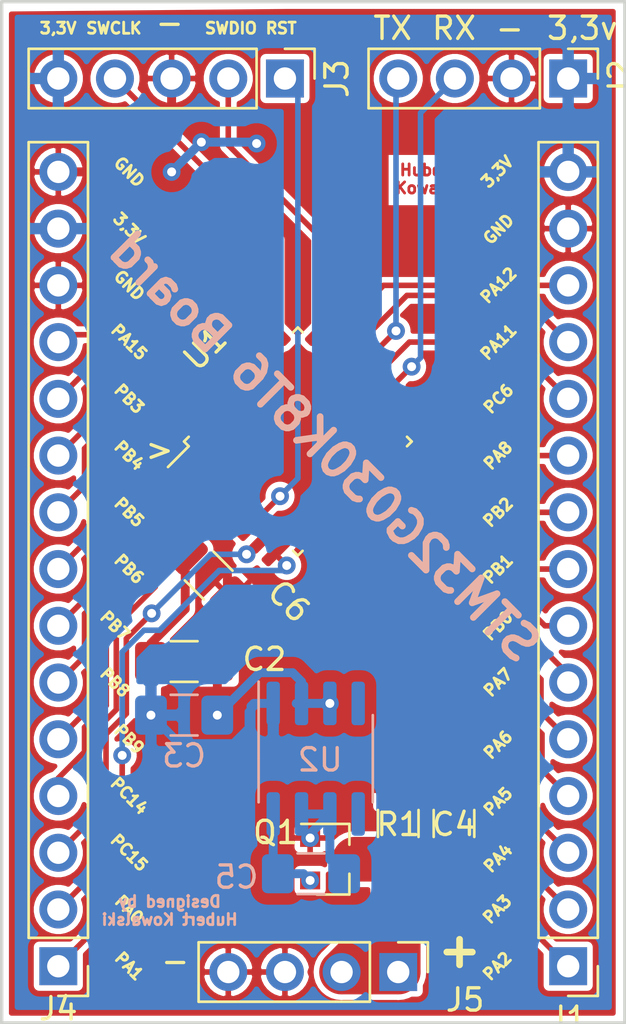
<source format=kicad_pcb>
(kicad_pcb (version 20171130) (host pcbnew "(5.1.6)-1")

  (general
    (thickness 1.6)
    (drawings 49)
    (tracks 214)
    (zones 0)
    (modules 14)
    (nets 37)
  )

  (page A4)
  (layers
    (0 F.Cu signal hide)
    (31 B.Cu signal hide)
    (32 B.Adhes user)
    (33 F.Adhes user)
    (34 B.Paste user)
    (35 F.Paste user)
    (36 B.SilkS user)
    (37 F.SilkS user)
    (38 B.Mask user)
    (39 F.Mask user)
    (40 Dwgs.User user)
    (41 Cmts.User user)
    (42 Eco1.User user)
    (43 Eco2.User user)
    (44 Edge.Cuts user)
    (45 Margin user)
    (46 B.CrtYd user)
    (47 F.CrtYd user)
    (48 B.Fab user)
    (49 F.Fab user)
  )

  (setup
    (last_trace_width 0.4)
    (user_trace_width 0.4)
    (user_trace_width 2)
    (trace_clearance 0.2)
    (zone_clearance 0.25)
    (zone_45_only no)
    (trace_min 0.2)
    (via_size 0.8)
    (via_drill 0.4)
    (via_min_size 0.4)
    (via_min_drill 0.3)
    (user_via 0.6 0.3)
    (uvia_size 0.3)
    (uvia_drill 0.1)
    (uvias_allowed no)
    (uvia_min_size 0.2)
    (uvia_min_drill 0.1)
    (edge_width 0.05)
    (segment_width 0.2)
    (pcb_text_width 0.3)
    (pcb_text_size 1.5 1.5)
    (mod_edge_width 0.12)
    (mod_text_size 1 1)
    (mod_text_width 0.15)
    (pad_size 1.524 1.524)
    (pad_drill 0.762)
    (pad_to_mask_clearance 0.05)
    (aux_axis_origin 0 0)
    (visible_elements FFFFFF7F)
    (pcbplotparams
      (layerselection 0x010fc_ffffffff)
      (usegerberextensions false)
      (usegerberattributes true)
      (usegerberadvancedattributes true)
      (creategerberjobfile true)
      (excludeedgelayer true)
      (linewidth 0.100000)
      (plotframeref false)
      (viasonmask false)
      (mode 1)
      (useauxorigin false)
      (hpglpennumber 1)
      (hpglpenspeed 20)
      (hpglpendiameter 15.000000)
      (psnegative false)
      (psa4output false)
      (plotreference true)
      (plotvalue true)
      (plotinvisibletext false)
      (padsonsilk false)
      (subtractmaskfromsilk false)
      (outputformat 1)
      (mirror false)
      (drillshape 0)
      (scaleselection 1)
      (outputdirectory "GERBER/"))
  )

  (net 0 "")
  (net 1 GND)
  (net 2 +3V3)
  (net 3 VDC)
  (net 4 "Net-(C5-Pad1)")
  (net 5 /PB9)
  (net 6 /PC14)
  (net 7 /PC15)
  (net 8 /PA0)
  (net 9 /PA1)
  (net 10 /PA2)
  (net 11 /PA3)
  (net 12 /PA4)
  (net 13 /PA5)
  (net 14 /PA6)
  (net 15 /PA7)
  (net 16 /PB0)
  (net 17 /PB1)
  (net 18 /PA9)
  (net 19 /PA10)
  (net 20 /MCU_RST)
  (net 21 /SWDIO)
  (net 22 /SWCLK)
  (net 23 /PB8)
  (net 24 /PB7)
  (net 25 /PB6)
  (net 26 /PB5)
  (net 27 /PB4)
  (net 28 /PB3)
  (net 29 /PA15)
  (net 30 /PA12)
  (net 31 /PA11)
  (net 32 /PC6)
  (net 33 /PA8)
  (net 34 /PB2)
  (net 35 "Net-(U2-Pad4)")
  (net 36 "Net-(U2-Pad5)")

  (net_class Default "This is the default net class."
    (clearance 0.2)
    (trace_width 0.25)
    (via_dia 0.8)
    (via_drill 0.4)
    (uvia_dia 0.3)
    (uvia_drill 0.1)
    (add_net +3V3)
    (add_net /MCU_RST)
    (add_net /PA0)
    (add_net /PA1)
    (add_net /PA10)
    (add_net /PA11)
    (add_net /PA12)
    (add_net /PA15)
    (add_net /PA2)
    (add_net /PA3)
    (add_net /PA4)
    (add_net /PA5)
    (add_net /PA6)
    (add_net /PA7)
    (add_net /PA8)
    (add_net /PA9)
    (add_net /PB0)
    (add_net /PB1)
    (add_net /PB2)
    (add_net /PB3)
    (add_net /PB4)
    (add_net /PB5)
    (add_net /PB6)
    (add_net /PB7)
    (add_net /PB8)
    (add_net /PB9)
    (add_net /PC14)
    (add_net /PC15)
    (add_net /PC6)
    (add_net /SWCLK)
    (add_net /SWDIO)
    (add_net GND)
    (add_net "Net-(C5-Pad1)")
    (add_net "Net-(U2-Pad4)")
    (add_net "Net-(U2-Pad5)")
    (add_net VDC)
  )

  (module Connector_PinHeader_2.54mm:PinHeader_1x15_P2.54mm_Vertical (layer F.Cu) (tedit 59FED5CC) (tstamp 60357A3A)
    (at 111.76 78.74 180)
    (descr "Through hole straight pin header, 1x15, 2.54mm pitch, single row")
    (tags "Through hole pin header THT 1x15 2.54mm single row")
    (path /6037DD90)
    (fp_text reference J4 (at 0 -1.905) (layer F.SilkS)
      (effects (font (size 1 1) (thickness 0.15)))
    )
    (fp_text value Conn_01x15 (at 0 37.89) (layer F.Fab)
      (effects (font (size 1 1) (thickness 0.15)))
    )
    (fp_line (start 1.8 -1.8) (end -1.8 -1.8) (layer F.CrtYd) (width 0.05))
    (fp_line (start 1.8 37.35) (end 1.8 -1.8) (layer F.CrtYd) (width 0.05))
    (fp_line (start -1.8 37.35) (end 1.8 37.35) (layer F.CrtYd) (width 0.05))
    (fp_line (start -1.8 -1.8) (end -1.8 37.35) (layer F.CrtYd) (width 0.05))
    (fp_line (start -1.33 -1.33) (end 0 -1.33) (layer F.SilkS) (width 0.12))
    (fp_line (start -1.33 0) (end -1.33 -1.33) (layer F.SilkS) (width 0.12))
    (fp_line (start -1.33 1.27) (end 1.33 1.27) (layer F.SilkS) (width 0.12))
    (fp_line (start 1.33 1.27) (end 1.33 36.89) (layer F.SilkS) (width 0.12))
    (fp_line (start -1.33 1.27) (end -1.33 36.89) (layer F.SilkS) (width 0.12))
    (fp_line (start -1.33 36.89) (end 1.33 36.89) (layer F.SilkS) (width 0.12))
    (fp_line (start -1.27 -0.635) (end -0.635 -1.27) (layer F.Fab) (width 0.1))
    (fp_line (start -1.27 36.83) (end -1.27 -0.635) (layer F.Fab) (width 0.1))
    (fp_line (start 1.27 36.83) (end -1.27 36.83) (layer F.Fab) (width 0.1))
    (fp_line (start 1.27 -1.27) (end 1.27 36.83) (layer F.Fab) (width 0.1))
    (fp_line (start -0.635 -1.27) (end 1.27 -1.27) (layer F.Fab) (width 0.1))
    (fp_text user %R (at 0 17.78 90) (layer F.Fab)
      (effects (font (size 1 1) (thickness 0.15)))
    )
    (pad 1 thru_hole rect (at 0 0 180) (size 1.7 1.7) (drill 1) (layers *.Cu *.Mask)
      (net 9 /PA1))
    (pad 2 thru_hole oval (at 0 2.54 180) (size 1.7 1.7) (drill 1) (layers *.Cu *.Mask)
      (net 8 /PA0))
    (pad 3 thru_hole oval (at 0 5.08 180) (size 1.7 1.7) (drill 1) (layers *.Cu *.Mask)
      (net 7 /PC15))
    (pad 4 thru_hole oval (at 0 7.62 180) (size 1.7 1.7) (drill 1) (layers *.Cu *.Mask)
      (net 6 /PC14))
    (pad 5 thru_hole oval (at 0 10.16 180) (size 1.7 1.7) (drill 1) (layers *.Cu *.Mask)
      (net 5 /PB9))
    (pad 6 thru_hole oval (at 0 12.7 180) (size 1.7 1.7) (drill 1) (layers *.Cu *.Mask)
      (net 23 /PB8))
    (pad 7 thru_hole oval (at 0 15.24 180) (size 1.7 1.7) (drill 1) (layers *.Cu *.Mask)
      (net 24 /PB7))
    (pad 8 thru_hole oval (at 0 17.78 180) (size 1.7 1.7) (drill 1) (layers *.Cu *.Mask)
      (net 25 /PB6))
    (pad 9 thru_hole oval (at 0 20.32 180) (size 1.7 1.7) (drill 1) (layers *.Cu *.Mask)
      (net 26 /PB5))
    (pad 10 thru_hole oval (at 0 22.86 180) (size 1.7 1.7) (drill 1) (layers *.Cu *.Mask)
      (net 27 /PB4))
    (pad 11 thru_hole oval (at 0 25.4 180) (size 1.7 1.7) (drill 1) (layers *.Cu *.Mask)
      (net 28 /PB3))
    (pad 12 thru_hole oval (at 0 27.94 180) (size 1.7 1.7) (drill 1) (layers *.Cu *.Mask)
      (net 29 /PA15))
    (pad 13 thru_hole oval (at 0 30.48 180) (size 1.7 1.7) (drill 1) (layers *.Cu *.Mask)
      (net 1 GND))
    (pad 14 thru_hole oval (at 0 33.02 180) (size 1.7 1.7) (drill 1) (layers *.Cu *.Mask)
      (net 2 +3V3))
    (pad 15 thru_hole oval (at 0 35.56 180) (size 1.7 1.7) (drill 1) (layers *.Cu *.Mask)
      (net 1 GND))
    (model ${KISYS3DMOD}/Connector_PinHeader_2.54mm.3dshapes/PinHeader_1x15_P2.54mm_Vertical.wrl
      (at (xyz 0 0 0))
      (scale (xyz 1 1 1))
      (rotate (xyz 0 0 0))
    )
  )

  (module Capacitor_SMD:C_1206_3216Metric_Pad1.42x1.75mm_HandSolder (layer B.Cu) (tedit 5B301BBE) (tstamp 6035540B)
    (at 117.4 67.5)
    (descr "Capacitor SMD 1206 (3216 Metric), square (rectangular) end terminal, IPC_7351 nominal with elongated pad for handsoldering. (Body size source: http://www.tortai-tech.com/upload/download/2011102023233369053.pdf), generated with kicad-footprint-generator")
    (tags "capacitor handsolder")
    (path /6039E153)
    (attr smd)
    (fp_text reference C3 (at 0 1.82) (layer B.SilkS)
      (effects (font (size 1 1) (thickness 0.15)) (justify mirror))
    )
    (fp_text value 100nF (at 0 -1.82) (layer B.Fab)
      (effects (font (size 1 1) (thickness 0.15)) (justify mirror))
    )
    (fp_text user %R (at 0 0) (layer B.Fab)
      (effects (font (size 0.8 0.8) (thickness 0.12)) (justify mirror))
    )
    (fp_line (start -1.6 -0.8) (end -1.6 0.8) (layer B.Fab) (width 0.1))
    (fp_line (start -1.6 0.8) (end 1.6 0.8) (layer B.Fab) (width 0.1))
    (fp_line (start 1.6 0.8) (end 1.6 -0.8) (layer B.Fab) (width 0.1))
    (fp_line (start 1.6 -0.8) (end -1.6 -0.8) (layer B.Fab) (width 0.1))
    (fp_line (start -0.602064 0.91) (end 0.602064 0.91) (layer B.SilkS) (width 0.12))
    (fp_line (start -0.602064 -0.91) (end 0.602064 -0.91) (layer B.SilkS) (width 0.12))
    (fp_line (start -2.45 -1.12) (end -2.45 1.12) (layer B.CrtYd) (width 0.05))
    (fp_line (start -2.45 1.12) (end 2.45 1.12) (layer B.CrtYd) (width 0.05))
    (fp_line (start 2.45 1.12) (end 2.45 -1.12) (layer B.CrtYd) (width 0.05))
    (fp_line (start 2.45 -1.12) (end -2.45 -1.12) (layer B.CrtYd) (width 0.05))
    (pad 2 smd roundrect (at 1.4875 0) (size 1.425 1.75) (layers B.Cu B.Paste B.Mask) (roundrect_rratio 0.175439)
      (net 1 GND))
    (pad 1 smd roundrect (at -1.4875 0) (size 1.425 1.75) (layers B.Cu B.Paste B.Mask) (roundrect_rratio 0.175439)
      (net 2 +3V3))
    (model ${KISYS3DMOD}/Capacitor_SMD.3dshapes/C_1206_3216Metric.wrl
      (at (xyz 0 0 0))
      (scale (xyz 1 1 1))
      (rotate (xyz 0 0 0))
    )
  )

  (module Capacitor_SMD:C_1206_3216Metric_Pad1.42x1.75mm_HandSolder (layer F.Cu) (tedit 5B301BBE) (tstamp 6035541C)
    (at 129.5 72.35 90)
    (descr "Capacitor SMD 1206 (3216 Metric), square (rectangular) end terminal, IPC_7351 nominal with elongated pad for handsoldering. (Body size source: http://www.tortai-tech.com/upload/download/2011102023233369053.pdf), generated with kicad-footprint-generator")
    (tags "capacitor handsolder")
    (path /6039C86D)
    (attr smd)
    (fp_text reference C4 (at -0.04 0 180) (layer F.SilkS)
      (effects (font (size 1 1) (thickness 0.15)))
    )
    (fp_text value 100nF (at 0 1.82 90) (layer F.Fab)
      (effects (font (size 1 1) (thickness 0.15)))
    )
    (fp_text user %R (at 0 0 90) (layer F.Fab)
      (effects (font (size 0.8 0.8) (thickness 0.12)))
    )
    (fp_line (start -1.6 0.8) (end -1.6 -0.8) (layer F.Fab) (width 0.1))
    (fp_line (start -1.6 -0.8) (end 1.6 -0.8) (layer F.Fab) (width 0.1))
    (fp_line (start 1.6 -0.8) (end 1.6 0.8) (layer F.Fab) (width 0.1))
    (fp_line (start 1.6 0.8) (end -1.6 0.8) (layer F.Fab) (width 0.1))
    (fp_line (start -0.602064 -0.91) (end 0.602064 -0.91) (layer F.SilkS) (width 0.12))
    (fp_line (start -0.602064 0.91) (end 0.602064 0.91) (layer F.SilkS) (width 0.12))
    (fp_line (start -2.45 1.12) (end -2.45 -1.12) (layer F.CrtYd) (width 0.05))
    (fp_line (start -2.45 -1.12) (end 2.45 -1.12) (layer F.CrtYd) (width 0.05))
    (fp_line (start 2.45 -1.12) (end 2.45 1.12) (layer F.CrtYd) (width 0.05))
    (fp_line (start 2.45 1.12) (end -2.45 1.12) (layer F.CrtYd) (width 0.05))
    (pad 2 smd roundrect (at 1.4875 0 90) (size 1.425 1.75) (layers F.Cu F.Paste F.Mask) (roundrect_rratio 0.175439)
      (net 1 GND))
    (pad 1 smd roundrect (at -1.4875 0 90) (size 1.425 1.75) (layers F.Cu F.Paste F.Mask) (roundrect_rratio 0.175439)
      (net 3 VDC))
    (model ${KISYS3DMOD}/Capacitor_SMD.3dshapes/C_1206_3216Metric.wrl
      (at (xyz 0 0 0))
      (scale (xyz 1 1 1))
      (rotate (xyz 0 0 0))
    )
  )

  (module Capacitor_SMD:C_1206_3216Metric_Pad1.42x1.75mm_HandSolder (layer B.Cu) (tedit 5B301BBE) (tstamp 6035542D)
    (at 123.0875 74.6)
    (descr "Capacitor SMD 1206 (3216 Metric), square (rectangular) end terminal, IPC_7351 nominal with elongated pad for handsoldering. (Body size source: http://www.tortai-tech.com/upload/download/2011102023233369053.pdf), generated with kicad-footprint-generator")
    (tags "capacitor handsolder")
    (path /6039CC2F)
    (attr smd)
    (fp_text reference C5 (at -3.3375 0.15) (layer B.SilkS)
      (effects (font (size 1 1) (thickness 0.15)) (justify mirror))
    )
    (fp_text value 1uF (at 0 -1.82) (layer B.Fab)
      (effects (font (size 1 1) (thickness 0.15)) (justify mirror))
    )
    (fp_line (start 2.45 -1.12) (end -2.45 -1.12) (layer B.CrtYd) (width 0.05))
    (fp_line (start 2.45 1.12) (end 2.45 -1.12) (layer B.CrtYd) (width 0.05))
    (fp_line (start -2.45 1.12) (end 2.45 1.12) (layer B.CrtYd) (width 0.05))
    (fp_line (start -2.45 -1.12) (end -2.45 1.12) (layer B.CrtYd) (width 0.05))
    (fp_line (start -0.602064 -0.91) (end 0.602064 -0.91) (layer B.SilkS) (width 0.12))
    (fp_line (start -0.602064 0.91) (end 0.602064 0.91) (layer B.SilkS) (width 0.12))
    (fp_line (start 1.6 -0.8) (end -1.6 -0.8) (layer B.Fab) (width 0.1))
    (fp_line (start 1.6 0.8) (end 1.6 -0.8) (layer B.Fab) (width 0.1))
    (fp_line (start -1.6 0.8) (end 1.6 0.8) (layer B.Fab) (width 0.1))
    (fp_line (start -1.6 -0.8) (end -1.6 0.8) (layer B.Fab) (width 0.1))
    (fp_text user %R (at 0 0) (layer B.Fab)
      (effects (font (size 0.8 0.8) (thickness 0.12)) (justify mirror))
    )
    (pad 1 smd roundrect (at -1.4875 0) (size 1.425 1.75) (layers B.Cu B.Paste B.Mask) (roundrect_rratio 0.175439)
      (net 4 "Net-(C5-Pad1)"))
    (pad 2 smd roundrect (at 1.4875 0) (size 1.425 1.75) (layers B.Cu B.Paste B.Mask) (roundrect_rratio 0.175439)
      (net 1 GND))
    (model ${KISYS3DMOD}/Capacitor_SMD.3dshapes/C_1206_3216Metric.wrl
      (at (xyz 0 0 0))
      (scale (xyz 1 1 1))
      (rotate (xyz 0 0 0))
    )
  )

  (module Capacitor_SMD:C_1206_3216Metric_Pad1.42x1.75mm_HandSolder (layer F.Cu) (tedit 5B301BBE) (tstamp 6035543E)
    (at 118.5 61.25 315)
    (descr "Capacitor SMD 1206 (3216 Metric), square (rectangular) end terminal, IPC_7351 nominal with elongated pad for handsoldering. (Body size source: http://www.tortai-tech.com/upload/download/2011102023233369053.pdf), generated with kicad-footprint-generator")
    (tags "capacitor handsolder")
    (path /6039C10B)
    (attr smd)
    (fp_text reference C6 (at 3.358757 -1.732412 135) (layer F.SilkS)
      (effects (font (size 1 1) (thickness 0.15)))
    )
    (fp_text value 100nF (at 0 1.82 135) (layer F.Fab)
      (effects (font (size 1 1) (thickness 0.15)))
    )
    (fp_line (start 2.45 1.12) (end -2.45 1.12) (layer F.CrtYd) (width 0.05))
    (fp_line (start 2.45 -1.12) (end 2.45 1.12) (layer F.CrtYd) (width 0.05))
    (fp_line (start -2.45 -1.12) (end 2.45 -1.12) (layer F.CrtYd) (width 0.05))
    (fp_line (start -2.45 1.12) (end -2.45 -1.12) (layer F.CrtYd) (width 0.05))
    (fp_line (start -0.602064 0.91) (end 0.602064 0.91) (layer F.SilkS) (width 0.12))
    (fp_line (start -0.602064 -0.91) (end 0.602064 -0.91) (layer F.SilkS) (width 0.12))
    (fp_line (start 1.6 0.8) (end -1.6 0.8) (layer F.Fab) (width 0.1))
    (fp_line (start 1.6 -0.8) (end 1.6 0.8) (layer F.Fab) (width 0.1))
    (fp_line (start -1.6 -0.8) (end 1.6 -0.8) (layer F.Fab) (width 0.1))
    (fp_line (start -1.6 0.8) (end -1.6 -0.8) (layer F.Fab) (width 0.1))
    (fp_text user %R (at 0 0 135) (layer F.Fab)
      (effects (font (size 0.8 0.8) (thickness 0.12)))
    )
    (pad 1 smd roundrect (at -1.4875 0 315) (size 1.425 1.75) (layers F.Cu F.Paste F.Mask) (roundrect_rratio 0.175439)
      (net 2 +3V3))
    (pad 2 smd roundrect (at 1.4875 0 315) (size 1.425 1.75) (layers F.Cu F.Paste F.Mask) (roundrect_rratio 0.175439)
      (net 1 GND))
    (model ${KISYS3DMOD}/Capacitor_SMD.3dshapes/C_1206_3216Metric.wrl
      (at (xyz 0 0 0))
      (scale (xyz 1 1 1))
      (rotate (xyz 0 0 0))
    )
  )

  (module Connector_PinHeader_2.54mm:PinHeader_1x15_P2.54mm_Vertical (layer F.Cu) (tedit 59FED5CC) (tstamp 60355461)
    (at 134.62 78.74 180)
    (descr "Through hole straight pin header, 1x15, 2.54mm pitch, single row")
    (tags "Through hole pin header THT 1x15 2.54mm single row")
    (path /6036E6DD)
    (fp_text reference J1 (at 0 -2.33) (layer F.SilkS)
      (effects (font (size 1 1) (thickness 0.15)))
    )
    (fp_text value Conn_01x15 (at 0 37.89) (layer F.Fab)
      (effects (font (size 1 1) (thickness 0.15)))
    )
    (fp_line (start 1.8 -1.8) (end -1.8 -1.8) (layer F.CrtYd) (width 0.05))
    (fp_line (start 1.8 37.35) (end 1.8 -1.8) (layer F.CrtYd) (width 0.05))
    (fp_line (start -1.8 37.35) (end 1.8 37.35) (layer F.CrtYd) (width 0.05))
    (fp_line (start -1.8 -1.8) (end -1.8 37.35) (layer F.CrtYd) (width 0.05))
    (fp_line (start -1.33 -1.33) (end 0 -1.33) (layer F.SilkS) (width 0.12))
    (fp_line (start -1.33 0) (end -1.33 -1.33) (layer F.SilkS) (width 0.12))
    (fp_line (start -1.33 1.27) (end 1.33 1.27) (layer F.SilkS) (width 0.12))
    (fp_line (start 1.33 1.27) (end 1.33 36.89) (layer F.SilkS) (width 0.12))
    (fp_line (start -1.33 1.27) (end -1.33 36.89) (layer F.SilkS) (width 0.12))
    (fp_line (start -1.33 36.89) (end 1.33 36.89) (layer F.SilkS) (width 0.12))
    (fp_line (start -1.27 -0.635) (end -0.635 -1.27) (layer F.Fab) (width 0.1))
    (fp_line (start -1.27 36.83) (end -1.27 -0.635) (layer F.Fab) (width 0.1))
    (fp_line (start 1.27 36.83) (end -1.27 36.83) (layer F.Fab) (width 0.1))
    (fp_line (start 1.27 -1.27) (end 1.27 36.83) (layer F.Fab) (width 0.1))
    (fp_line (start -0.635 -1.27) (end 1.27 -1.27) (layer F.Fab) (width 0.1))
    (fp_text user %R (at 0 17.78 90) (layer F.Fab)
      (effects (font (size 1 1) (thickness 0.15)))
    )
    (pad 1 thru_hole rect (at 0 0 180) (size 1.7 1.7) (drill 1) (layers *.Cu *.Mask)
      (net 10 /PA2))
    (pad 2 thru_hole oval (at 0 2.54 180) (size 1.7 1.7) (drill 1) (layers *.Cu *.Mask)
      (net 11 /PA3))
    (pad 3 thru_hole oval (at 0 5.08 180) (size 1.7 1.7) (drill 1) (layers *.Cu *.Mask)
      (net 12 /PA4))
    (pad 4 thru_hole oval (at 0 7.62 180) (size 1.7 1.7) (drill 1) (layers *.Cu *.Mask)
      (net 13 /PA5))
    (pad 5 thru_hole oval (at 0 10.16 180) (size 1.7 1.7) (drill 1) (layers *.Cu *.Mask)
      (net 14 /PA6))
    (pad 6 thru_hole oval (at 0 12.7 180) (size 1.7 1.7) (drill 1) (layers *.Cu *.Mask)
      (net 15 /PA7))
    (pad 7 thru_hole oval (at 0 15.24 180) (size 1.7 1.7) (drill 1) (layers *.Cu *.Mask)
      (net 16 /PB0))
    (pad 8 thru_hole oval (at 0 17.78 180) (size 1.7 1.7) (drill 1) (layers *.Cu *.Mask)
      (net 17 /PB1))
    (pad 9 thru_hole oval (at 0 20.32 180) (size 1.7 1.7) (drill 1) (layers *.Cu *.Mask)
      (net 34 /PB2))
    (pad 10 thru_hole oval (at 0 22.86 180) (size 1.7 1.7) (drill 1) (layers *.Cu *.Mask)
      (net 33 /PA8))
    (pad 11 thru_hole oval (at 0 25.4 180) (size 1.7 1.7) (drill 1) (layers *.Cu *.Mask)
      (net 32 /PC6))
    (pad 12 thru_hole oval (at 0 27.94 180) (size 1.7 1.7) (drill 1) (layers *.Cu *.Mask)
      (net 31 /PA11))
    (pad 13 thru_hole oval (at 0 30.48 180) (size 1.7 1.7) (drill 1) (layers *.Cu *.Mask)
      (net 30 /PA12))
    (pad 14 thru_hole oval (at 0 33.02 180) (size 1.7 1.7) (drill 1) (layers *.Cu *.Mask)
      (net 1 GND))
    (pad 15 thru_hole oval (at 0 35.56 180) (size 1.7 1.7) (drill 1) (layers *.Cu *.Mask)
      (net 2 +3V3))
    (model ${KISYS3DMOD}/Connector_PinHeader_2.54mm.3dshapes/PinHeader_1x15_P2.54mm_Vertical.wrl
      (at (xyz 0 0 0))
      (scale (xyz 1 1 1))
      (rotate (xyz 0 0 0))
    )
  )

  (module Connector_PinHeader_2.54mm:PinHeader_1x04_P2.54mm_Vertical (layer F.Cu) (tedit 59FED5CC) (tstamp 60355479)
    (at 134.62 39 270)
    (descr "Through hole straight pin header, 1x04, 2.54mm pitch, single row")
    (tags "Through hole pin header THT 1x04 2.54mm single row")
    (path /60371BF0)
    (fp_text reference J2 (at 0 -2.33 90) (layer F.SilkS)
      (effects (font (size 1 1) (thickness 0.15)))
    )
    (fp_text value Conn_01x04 (at 0 9.95 90) (layer F.Fab)
      (effects (font (size 1 1) (thickness 0.15)))
    )
    (fp_line (start 1.8 -1.8) (end -1.8 -1.8) (layer F.CrtYd) (width 0.05))
    (fp_line (start 1.8 9.4) (end 1.8 -1.8) (layer F.CrtYd) (width 0.05))
    (fp_line (start -1.8 9.4) (end 1.8 9.4) (layer F.CrtYd) (width 0.05))
    (fp_line (start -1.8 -1.8) (end -1.8 9.4) (layer F.CrtYd) (width 0.05))
    (fp_line (start -1.33 -1.33) (end 0 -1.33) (layer F.SilkS) (width 0.12))
    (fp_line (start -1.33 0) (end -1.33 -1.33) (layer F.SilkS) (width 0.12))
    (fp_line (start -1.33 1.27) (end 1.33 1.27) (layer F.SilkS) (width 0.12))
    (fp_line (start 1.33 1.27) (end 1.33 8.95) (layer F.SilkS) (width 0.12))
    (fp_line (start -1.33 1.27) (end -1.33 8.95) (layer F.SilkS) (width 0.12))
    (fp_line (start -1.33 8.95) (end 1.33 8.95) (layer F.SilkS) (width 0.12))
    (fp_line (start -1.27 -0.635) (end -0.635 -1.27) (layer F.Fab) (width 0.1))
    (fp_line (start -1.27 8.89) (end -1.27 -0.635) (layer F.Fab) (width 0.1))
    (fp_line (start 1.27 8.89) (end -1.27 8.89) (layer F.Fab) (width 0.1))
    (fp_line (start 1.27 -1.27) (end 1.27 8.89) (layer F.Fab) (width 0.1))
    (fp_line (start -0.635 -1.27) (end 1.27 -1.27) (layer F.Fab) (width 0.1))
    (fp_text user %R (at 0 3.81) (layer F.Fab)
      (effects (font (size 1 1) (thickness 0.15)))
    )
    (pad 1 thru_hole rect (at 0 0 270) (size 1.7 1.7) (drill 1) (layers *.Cu *.Mask)
      (net 2 +3V3))
    (pad 2 thru_hole oval (at 0 2.54 270) (size 1.7 1.7) (drill 1) (layers *.Cu *.Mask)
      (net 1 GND))
    (pad 3 thru_hole oval (at 0 5.08 270) (size 1.7 1.7) (drill 1) (layers *.Cu *.Mask)
      (net 18 /PA9))
    (pad 4 thru_hole oval (at 0 7.62 270) (size 1.7 1.7) (drill 1) (layers *.Cu *.Mask)
      (net 19 /PA10))
    (model ${KISYS3DMOD}/Connector_PinHeader_2.54mm.3dshapes/PinHeader_1x04_P2.54mm_Vertical.wrl
      (at (xyz 0 0 0))
      (scale (xyz 1 1 1))
      (rotate (xyz 0 0 0))
    )
  )

  (module Connector_PinHeader_2.54mm:PinHeader_1x05_P2.54mm_Vertical (layer F.Cu) (tedit 59FED5CC) (tstamp 60355492)
    (at 121.92 39 270)
    (descr "Through hole straight pin header, 1x05, 2.54mm pitch, single row")
    (tags "Through hole pin header THT 1x05 2.54mm single row")
    (path /60375745)
    (fp_text reference J3 (at 0 -2.33 90) (layer F.SilkS)
      (effects (font (size 1 1) (thickness 0.15)))
    )
    (fp_text value Conn_01x05 (at 0 12.49 90) (layer F.Fab)
      (effects (font (size 1 1) (thickness 0.15)))
    )
    (fp_line (start 1.8 -1.8) (end -1.8 -1.8) (layer F.CrtYd) (width 0.05))
    (fp_line (start 1.8 11.95) (end 1.8 -1.8) (layer F.CrtYd) (width 0.05))
    (fp_line (start -1.8 11.95) (end 1.8 11.95) (layer F.CrtYd) (width 0.05))
    (fp_line (start -1.8 -1.8) (end -1.8 11.95) (layer F.CrtYd) (width 0.05))
    (fp_line (start -1.33 -1.33) (end 0 -1.33) (layer F.SilkS) (width 0.12))
    (fp_line (start -1.33 0) (end -1.33 -1.33) (layer F.SilkS) (width 0.12))
    (fp_line (start -1.33 1.27) (end 1.33 1.27) (layer F.SilkS) (width 0.12))
    (fp_line (start 1.33 1.27) (end 1.33 11.49) (layer F.SilkS) (width 0.12))
    (fp_line (start -1.33 1.27) (end -1.33 11.49) (layer F.SilkS) (width 0.12))
    (fp_line (start -1.33 11.49) (end 1.33 11.49) (layer F.SilkS) (width 0.12))
    (fp_line (start -1.27 -0.635) (end -0.635 -1.27) (layer F.Fab) (width 0.1))
    (fp_line (start -1.27 11.43) (end -1.27 -0.635) (layer F.Fab) (width 0.1))
    (fp_line (start 1.27 11.43) (end -1.27 11.43) (layer F.Fab) (width 0.1))
    (fp_line (start 1.27 -1.27) (end 1.27 11.43) (layer F.Fab) (width 0.1))
    (fp_line (start -0.635 -1.27) (end 1.27 -1.27) (layer F.Fab) (width 0.1))
    (fp_text user %R (at 0 5.08) (layer F.Fab)
      (effects (font (size 1 1) (thickness 0.15)))
    )
    (pad 1 thru_hole rect (at 0 0 270) (size 1.7 1.7) (drill 1) (layers *.Cu *.Mask)
      (net 20 /MCU_RST))
    (pad 2 thru_hole oval (at 0 2.54 270) (size 1.7 1.7) (drill 1) (layers *.Cu *.Mask)
      (net 21 /SWDIO))
    (pad 3 thru_hole oval (at 0 5.08 270) (size 1.7 1.7) (drill 1) (layers *.Cu *.Mask)
      (net 1 GND))
    (pad 4 thru_hole oval (at 0 7.62 270) (size 1.7 1.7) (drill 1) (layers *.Cu *.Mask)
      (net 22 /SWCLK))
    (pad 5 thru_hole oval (at 0 10.16 270) (size 1.7 1.7) (drill 1) (layers *.Cu *.Mask)
      (net 2 +3V3))
    (model ${KISYS3DMOD}/Connector_PinHeader_2.54mm.3dshapes/PinHeader_1x05_P2.54mm_Vertical.wrl
      (at (xyz 0 0 0))
      (scale (xyz 1 1 1))
      (rotate (xyz 0 0 0))
    )
  )

  (module Connector_PinHeader_2.54mm:PinHeader_1x04_P2.54mm_Vertical (layer F.Cu) (tedit 59FED5CC) (tstamp 603554CC)
    (at 127 79 270)
    (descr "Through hole straight pin header, 1x04, 2.54mm pitch, single row")
    (tags "Through hole pin header THT 1x04 2.54mm single row")
    (path /60389D64)
    (fp_text reference J5 (at 1.25 -3 180) (layer F.SilkS)
      (effects (font (size 1 1) (thickness 0.15)))
    )
    (fp_text value Conn_01x04 (at 4 3.75 180) (layer F.Fab)
      (effects (font (size 1 1) (thickness 0.15)))
    )
    (fp_text user %R (at 0 3.81) (layer F.Fab)
      (effects (font (size 1 1) (thickness 0.15)))
    )
    (fp_line (start -0.635 -1.27) (end 1.27 -1.27) (layer F.Fab) (width 0.1))
    (fp_line (start 1.27 -1.27) (end 1.27 8.89) (layer F.Fab) (width 0.1))
    (fp_line (start 1.27 8.89) (end -1.27 8.89) (layer F.Fab) (width 0.1))
    (fp_line (start -1.27 8.89) (end -1.27 -0.635) (layer F.Fab) (width 0.1))
    (fp_line (start -1.27 -0.635) (end -0.635 -1.27) (layer F.Fab) (width 0.1))
    (fp_line (start -1.33 8.95) (end 1.33 8.95) (layer F.SilkS) (width 0.12))
    (fp_line (start -1.33 1.27) (end -1.33 8.95) (layer F.SilkS) (width 0.12))
    (fp_line (start 1.33 1.27) (end 1.33 8.95) (layer F.SilkS) (width 0.12))
    (fp_line (start -1.33 1.27) (end 1.33 1.27) (layer F.SilkS) (width 0.12))
    (fp_line (start -1.33 0) (end -1.33 -1.33) (layer F.SilkS) (width 0.12))
    (fp_line (start -1.33 -1.33) (end 0 -1.33) (layer F.SilkS) (width 0.12))
    (fp_line (start -1.8 -1.8) (end -1.8 9.4) (layer F.CrtYd) (width 0.05))
    (fp_line (start -1.8 9.4) (end 1.8 9.4) (layer F.CrtYd) (width 0.05))
    (fp_line (start 1.8 9.4) (end 1.8 -1.8) (layer F.CrtYd) (width 0.05))
    (fp_line (start 1.8 -1.8) (end -1.8 -1.8) (layer F.CrtYd) (width 0.05))
    (pad 4 thru_hole oval (at 0 7.62 270) (size 1.7 1.7) (drill 1) (layers *.Cu *.Mask)
      (net 1 GND))
    (pad 3 thru_hole oval (at 0 5.08 270) (size 1.7 1.7) (drill 1) (layers *.Cu *.Mask)
      (net 1 GND))
    (pad 2 thru_hole oval (at 0 2.54 270) (size 1.7 1.7) (drill 1) (layers *.Cu *.Mask)
      (net 3 VDC))
    (pad 1 thru_hole rect (at 0 0 270) (size 1.7 1.7) (drill 1) (layers *.Cu *.Mask)
      (net 3 VDC))
    (model ${KISYS3DMOD}/Connector_PinHeader_2.54mm.3dshapes/PinHeader_1x04_P2.54mm_Vertical.wrl
      (at (xyz 0 0 0))
      (scale (xyz 1 1 1))
      (rotate (xyz 0 0 0))
    )
  )

  (module Package_TO_SOT_SMD:SOT-23 (layer F.Cu) (tedit 5A02FF57) (tstamp 603554E1)
    (at 124.05 73.95)
    (descr "SOT-23, Standard")
    (tags SOT-23)
    (path /60391196)
    (attr smd)
    (fp_text reference Q1 (at -2.55 -1.2) (layer F.SilkS)
      (effects (font (size 1 1) (thickness 0.15)))
    )
    (fp_text value IRLML6402 (at 0 2.5) (layer F.Fab)
      (effects (font (size 1 1) (thickness 0.15)))
    )
    (fp_line (start 0.76 1.58) (end -0.7 1.58) (layer F.SilkS) (width 0.12))
    (fp_line (start 0.76 -1.58) (end -1.4 -1.58) (layer F.SilkS) (width 0.12))
    (fp_line (start -1.7 1.75) (end -1.7 -1.75) (layer F.CrtYd) (width 0.05))
    (fp_line (start 1.7 1.75) (end -1.7 1.75) (layer F.CrtYd) (width 0.05))
    (fp_line (start 1.7 -1.75) (end 1.7 1.75) (layer F.CrtYd) (width 0.05))
    (fp_line (start -1.7 -1.75) (end 1.7 -1.75) (layer F.CrtYd) (width 0.05))
    (fp_line (start 0.76 -1.58) (end 0.76 -0.65) (layer F.SilkS) (width 0.12))
    (fp_line (start 0.76 1.58) (end 0.76 0.65) (layer F.SilkS) (width 0.12))
    (fp_line (start -0.7 1.52) (end 0.7 1.52) (layer F.Fab) (width 0.1))
    (fp_line (start 0.7 -1.52) (end 0.7 1.52) (layer F.Fab) (width 0.1))
    (fp_line (start -0.7 -0.95) (end -0.15 -1.52) (layer F.Fab) (width 0.1))
    (fp_line (start -0.15 -1.52) (end 0.7 -1.52) (layer F.Fab) (width 0.1))
    (fp_line (start -0.7 -0.95) (end -0.7 1.5) (layer F.Fab) (width 0.1))
    (fp_text user %R (at 0 0 90) (layer F.Fab)
      (effects (font (size 0.5 0.5) (thickness 0.075)))
    )
    (pad 1 smd rect (at -1 -0.95) (size 0.9 0.8) (layers F.Cu F.Paste F.Mask)
      (net 1 GND))
    (pad 2 smd rect (at -1 0.95) (size 0.9 0.8) (layers F.Cu F.Paste F.Mask)
      (net 4 "Net-(C5-Pad1)"))
    (pad 3 smd rect (at 1 0) (size 0.9 0.8) (layers F.Cu F.Paste F.Mask)
      (net 3 VDC))
    (model ${KISYS3DMOD}/Package_TO_SOT_SMD.3dshapes/SOT-23.wrl
      (at (xyz 0 0 0))
      (scale (xyz 1 1 1))
      (rotate (xyz 0 0 0))
    )
  )

  (module Resistor_SMD:R_1206_3216Metric_Pad1.42x1.75mm_HandSolder (layer F.Cu) (tedit 5B301BBD) (tstamp 603554F2)
    (at 127 72.35 90)
    (descr "Resistor SMD 1206 (3216 Metric), square (rectangular) end terminal, IPC_7351 nominal with elongated pad for handsoldering. (Body size source: http://www.tortai-tech.com/upload/download/2011102023233369053.pdf), generated with kicad-footprint-generator")
    (tags "resistor handsolder")
    (path /60392C88)
    (attr smd)
    (fp_text reference R1 (at -0.04 0 180) (layer F.SilkS)
      (effects (font (size 1 1) (thickness 0.15)))
    )
    (fp_text value 10kR (at 0 1.82 90) (layer F.Fab)
      (effects (font (size 1 1) (thickness 0.15)))
    )
    (fp_line (start 2.45 1.12) (end -2.45 1.12) (layer F.CrtYd) (width 0.05))
    (fp_line (start 2.45 -1.12) (end 2.45 1.12) (layer F.CrtYd) (width 0.05))
    (fp_line (start -2.45 -1.12) (end 2.45 -1.12) (layer F.CrtYd) (width 0.05))
    (fp_line (start -2.45 1.12) (end -2.45 -1.12) (layer F.CrtYd) (width 0.05))
    (fp_line (start -0.602064 0.91) (end 0.602064 0.91) (layer F.SilkS) (width 0.12))
    (fp_line (start -0.602064 -0.91) (end 0.602064 -0.91) (layer F.SilkS) (width 0.12))
    (fp_line (start 1.6 0.8) (end -1.6 0.8) (layer F.Fab) (width 0.1))
    (fp_line (start 1.6 -0.8) (end 1.6 0.8) (layer F.Fab) (width 0.1))
    (fp_line (start -1.6 -0.8) (end 1.6 -0.8) (layer F.Fab) (width 0.1))
    (fp_line (start -1.6 0.8) (end -1.6 -0.8) (layer F.Fab) (width 0.1))
    (fp_text user %R (at 0 0 90) (layer F.Fab)
      (effects (font (size 0.8 0.8) (thickness 0.12)))
    )
    (pad 1 smd roundrect (at -1.4875 0 90) (size 1.425 1.75) (layers F.Cu F.Paste F.Mask) (roundrect_rratio 0.175439)
      (net 3 VDC))
    (pad 2 smd roundrect (at 1.4875 0 90) (size 1.425 1.75) (layers F.Cu F.Paste F.Mask) (roundrect_rratio 0.175439)
      (net 1 GND))
    (model ${KISYS3DMOD}/Resistor_SMD.3dshapes/R_1206_3216Metric.wrl
      (at (xyz 0 0 0))
      (scale (xyz 1 1 1))
      (rotate (xyz 0 0 0))
    )
  )

  (module Package_QFP:LQFP-32_7x7mm_P0.8mm (layer F.Cu) (tedit 5D9F72AF) (tstamp 6035553D)
    (at 122.5 55.25 45)
    (descr "LQFP, 32 Pin (https://www.nxp.com/docs/en/package-information/SOT358-1.pdf), generated with kicad-footprint-generator ipc_gullwing_generator.py")
    (tags "LQFP QFP")
    (path /6036ADD4)
    (attr smd)
    (fp_text reference U1 (at 0 -5.88 45) (layer F.SilkS)
      (effects (font (size 1 1) (thickness 0.15)))
    )
    (fp_text value STM32G030K8Tx (at 0 5.88 45) (layer F.Fab)
      (effects (font (size 1 1) (thickness 0.15)))
    )
    (fp_line (start 5.18 3.3) (end 5.18 0) (layer F.CrtYd) (width 0.05))
    (fp_line (start 3.75 3.3) (end 5.18 3.3) (layer F.CrtYd) (width 0.05))
    (fp_line (start 3.75 3.75) (end 3.75 3.3) (layer F.CrtYd) (width 0.05))
    (fp_line (start 3.3 3.75) (end 3.75 3.75) (layer F.CrtYd) (width 0.05))
    (fp_line (start 3.3 5.18) (end 3.3 3.75) (layer F.CrtYd) (width 0.05))
    (fp_line (start 0 5.18) (end 3.3 5.18) (layer F.CrtYd) (width 0.05))
    (fp_line (start -5.18 3.3) (end -5.18 0) (layer F.CrtYd) (width 0.05))
    (fp_line (start -3.75 3.3) (end -5.18 3.3) (layer F.CrtYd) (width 0.05))
    (fp_line (start -3.75 3.75) (end -3.75 3.3) (layer F.CrtYd) (width 0.05))
    (fp_line (start -3.3 3.75) (end -3.75 3.75) (layer F.CrtYd) (width 0.05))
    (fp_line (start -3.3 5.18) (end -3.3 3.75) (layer F.CrtYd) (width 0.05))
    (fp_line (start 0 5.18) (end -3.3 5.18) (layer F.CrtYd) (width 0.05))
    (fp_line (start 5.18 -3.3) (end 5.18 0) (layer F.CrtYd) (width 0.05))
    (fp_line (start 3.75 -3.3) (end 5.18 -3.3) (layer F.CrtYd) (width 0.05))
    (fp_line (start 3.75 -3.75) (end 3.75 -3.3) (layer F.CrtYd) (width 0.05))
    (fp_line (start 3.3 -3.75) (end 3.75 -3.75) (layer F.CrtYd) (width 0.05))
    (fp_line (start 3.3 -5.18) (end 3.3 -3.75) (layer F.CrtYd) (width 0.05))
    (fp_line (start 0 -5.18) (end 3.3 -5.18) (layer F.CrtYd) (width 0.05))
    (fp_line (start -5.18 -3.3) (end -5.18 0) (layer F.CrtYd) (width 0.05))
    (fp_line (start -3.75 -3.3) (end -5.18 -3.3) (layer F.CrtYd) (width 0.05))
    (fp_line (start -3.75 -3.75) (end -3.75 -3.3) (layer F.CrtYd) (width 0.05))
    (fp_line (start -3.3 -3.75) (end -3.75 -3.75) (layer F.CrtYd) (width 0.05))
    (fp_line (start -3.3 -5.18) (end -3.3 -3.75) (layer F.CrtYd) (width 0.05))
    (fp_line (start 0 -5.18) (end -3.3 -5.18) (layer F.CrtYd) (width 0.05))
    (fp_line (start -3.5 -2.5) (end -2.5 -3.5) (layer F.Fab) (width 0.1))
    (fp_line (start -3.5 3.5) (end -3.5 -2.5) (layer F.Fab) (width 0.1))
    (fp_line (start 3.5 3.5) (end -3.5 3.5) (layer F.Fab) (width 0.1))
    (fp_line (start 3.5 -3.5) (end 3.5 3.5) (layer F.Fab) (width 0.1))
    (fp_line (start -2.5 -3.5) (end 3.5 -3.5) (layer F.Fab) (width 0.1))
    (fp_line (start -3.61 -3.31) (end -4.925 -3.31) (layer F.SilkS) (width 0.12))
    (fp_line (start -3.61 -3.61) (end -3.61 -3.31) (layer F.SilkS) (width 0.12))
    (fp_line (start -3.31 -3.61) (end -3.61 -3.61) (layer F.SilkS) (width 0.12))
    (fp_line (start 3.61 -3.61) (end 3.61 -3.31) (layer F.SilkS) (width 0.12))
    (fp_line (start 3.31 -3.61) (end 3.61 -3.61) (layer F.SilkS) (width 0.12))
    (fp_line (start -3.61 3.61) (end -3.61 3.31) (layer F.SilkS) (width 0.12))
    (fp_line (start -3.31 3.61) (end -3.61 3.61) (layer F.SilkS) (width 0.12))
    (fp_line (start 3.61 3.61) (end 3.61 3.31) (layer F.SilkS) (width 0.12))
    (fp_line (start 3.31 3.61) (end 3.61 3.61) (layer F.SilkS) (width 0.12))
    (fp_text user %R (at 0 0 45) (layer F.Fab)
      (effects (font (size 1 1) (thickness 0.15)))
    )
    (pad 1 smd roundrect (at -4.175 -2.8 45) (size 1.5 0.5) (layers F.Cu F.Paste F.Mask) (roundrect_rratio 0.25)
      (net 5 /PB9))
    (pad 2 smd roundrect (at -4.175 -2 45) (size 1.5 0.5) (layers F.Cu F.Paste F.Mask) (roundrect_rratio 0.25)
      (net 6 /PC14))
    (pad 3 smd roundrect (at -4.175 -1.2 45) (size 1.5 0.5) (layers F.Cu F.Paste F.Mask) (roundrect_rratio 0.25)
      (net 7 /PC15))
    (pad 4 smd roundrect (at -4.175 -0.4 45) (size 1.5 0.5) (layers F.Cu F.Paste F.Mask) (roundrect_rratio 0.25)
      (net 2 +3V3))
    (pad 5 smd roundrect (at -4.175 0.4 45) (size 1.5 0.5) (layers F.Cu F.Paste F.Mask) (roundrect_rratio 0.25)
      (net 1 GND))
    (pad 6 smd roundrect (at -4.175 1.2 45) (size 1.5 0.5) (layers F.Cu F.Paste F.Mask) (roundrect_rratio 0.25)
      (net 20 /MCU_RST))
    (pad 7 smd roundrect (at -4.175 2 45) (size 1.5 0.5) (layers F.Cu F.Paste F.Mask) (roundrect_rratio 0.25)
      (net 8 /PA0))
    (pad 8 smd roundrect (at -4.175 2.8 45) (size 1.5 0.5) (layers F.Cu F.Paste F.Mask) (roundrect_rratio 0.25)
      (net 9 /PA1))
    (pad 9 smd roundrect (at -2.8 4.175 45) (size 0.5 1.5) (layers F.Cu F.Paste F.Mask) (roundrect_rratio 0.25)
      (net 10 /PA2))
    (pad 10 smd roundrect (at -2 4.175 45) (size 0.5 1.5) (layers F.Cu F.Paste F.Mask) (roundrect_rratio 0.25)
      (net 11 /PA3))
    (pad 11 smd roundrect (at -1.2 4.175 45) (size 0.5 1.5) (layers F.Cu F.Paste F.Mask) (roundrect_rratio 0.25)
      (net 12 /PA4))
    (pad 12 smd roundrect (at -0.4 4.175 45) (size 0.5 1.5) (layers F.Cu F.Paste F.Mask) (roundrect_rratio 0.25)
      (net 13 /PA5))
    (pad 13 smd roundrect (at 0.4 4.175 45) (size 0.5 1.5) (layers F.Cu F.Paste F.Mask) (roundrect_rratio 0.25)
      (net 14 /PA6))
    (pad 14 smd roundrect (at 1.2 4.175 45) (size 0.5 1.5) (layers F.Cu F.Paste F.Mask) (roundrect_rratio 0.25)
      (net 15 /PA7))
    (pad 15 smd roundrect (at 2 4.175 45) (size 0.5 1.5) (layers F.Cu F.Paste F.Mask) (roundrect_rratio 0.25)
      (net 16 /PB0))
    (pad 16 smd roundrect (at 2.8 4.175 45) (size 0.5 1.5) (layers F.Cu F.Paste F.Mask) (roundrect_rratio 0.25)
      (net 17 /PB1))
    (pad 17 smd roundrect (at 4.175 2.8 45) (size 1.5 0.5) (layers F.Cu F.Paste F.Mask) (roundrect_rratio 0.25)
      (net 34 /PB2))
    (pad 18 smd roundrect (at 4.175 2 45) (size 1.5 0.5) (layers F.Cu F.Paste F.Mask) (roundrect_rratio 0.25)
      (net 33 /PA8))
    (pad 19 smd roundrect (at 4.175 1.2 45) (size 1.5 0.5) (layers F.Cu F.Paste F.Mask) (roundrect_rratio 0.25)
      (net 18 /PA9))
    (pad 20 smd roundrect (at 4.175 0.4 45) (size 1.5 0.5) (layers F.Cu F.Paste F.Mask) (roundrect_rratio 0.25)
      (net 32 /PC6))
    (pad 21 smd roundrect (at 4.175 -0.4 45) (size 1.5 0.5) (layers F.Cu F.Paste F.Mask) (roundrect_rratio 0.25)
      (net 19 /PA10))
    (pad 22 smd roundrect (at 4.175 -1.2 45) (size 1.5 0.5) (layers F.Cu F.Paste F.Mask) (roundrect_rratio 0.25)
      (net 31 /PA11))
    (pad 23 smd roundrect (at 4.175 -2 45) (size 1.5 0.5) (layers F.Cu F.Paste F.Mask) (roundrect_rratio 0.25)
      (net 30 /PA12))
    (pad 24 smd roundrect (at 4.175 -2.8 45) (size 1.5 0.5) (layers F.Cu F.Paste F.Mask) (roundrect_rratio 0.25)
      (net 21 /SWDIO))
    (pad 25 smd roundrect (at 2.8 -4.175 45) (size 0.5 1.5) (layers F.Cu F.Paste F.Mask) (roundrect_rratio 0.25)
      (net 22 /SWCLK))
    (pad 26 smd roundrect (at 2 -4.175 45) (size 0.5 1.5) (layers F.Cu F.Paste F.Mask) (roundrect_rratio 0.25)
      (net 29 /PA15))
    (pad 27 smd roundrect (at 1.2 -4.175 45) (size 0.5 1.5) (layers F.Cu F.Paste F.Mask) (roundrect_rratio 0.25)
      (net 28 /PB3))
    (pad 28 smd roundrect (at 0.4 -4.175 45) (size 0.5 1.5) (layers F.Cu F.Paste F.Mask) (roundrect_rratio 0.25)
      (net 27 /PB4))
    (pad 29 smd roundrect (at -0.4 -4.175 45) (size 0.5 1.5) (layers F.Cu F.Paste F.Mask) (roundrect_rratio 0.25)
      (net 26 /PB5))
    (pad 30 smd roundrect (at -1.2 -4.175 45) (size 0.5 1.5) (layers F.Cu F.Paste F.Mask) (roundrect_rratio 0.25)
      (net 25 /PB6))
    (pad 31 smd roundrect (at -2 -4.175 45) (size 0.5 1.5) (layers F.Cu F.Paste F.Mask) (roundrect_rratio 0.25)
      (net 24 /PB7))
    (pad 32 smd roundrect (at -2.8 -4.175 45) (size 0.5 1.5) (layers F.Cu F.Paste F.Mask) (roundrect_rratio 0.25)
      (net 23 /PB8))
    (model ${KISYS3DMOD}/Package_QFP.3dshapes/LQFP-32_7x7mm_P0.8mm.wrl
      (at (xyz 0 0 0))
      (scale (xyz 1 1 1))
      (rotate (xyz 0 0 0))
    )
  )

  (module Package_SO:SOIC-8_3.9x4.9mm_P1.27mm (layer B.Cu) (tedit 5D9F72B1) (tstamp 60355557)
    (at 123.3 69.45 270)
    (descr "SOIC, 8 Pin (JEDEC MS-012AA, https://www.analog.com/media/en/package-pcb-resources/package/pkg_pdf/soic_narrow-r/r_8.pdf), generated with kicad-footprint-generator ipc_gullwing_generator.py")
    (tags "SOIC SO")
    (path /6038B742)
    (attr smd)
    (fp_text reference U2 (at 0.05 -0.2) (layer B.SilkS)
      (effects (font (size 1 1) (thickness 0.15)) (justify mirror))
    )
    (fp_text value L78L33_SO8 (at 0 -3.4 270) (layer B.Fab)
      (effects (font (size 1 1) (thickness 0.15)) (justify mirror))
    )
    (fp_line (start 3.7 2.7) (end -3.7 2.7) (layer B.CrtYd) (width 0.05))
    (fp_line (start 3.7 -2.7) (end 3.7 2.7) (layer B.CrtYd) (width 0.05))
    (fp_line (start -3.7 -2.7) (end 3.7 -2.7) (layer B.CrtYd) (width 0.05))
    (fp_line (start -3.7 2.7) (end -3.7 -2.7) (layer B.CrtYd) (width 0.05))
    (fp_line (start -1.95 1.475) (end -0.975 2.45) (layer B.Fab) (width 0.1))
    (fp_line (start -1.95 -2.45) (end -1.95 1.475) (layer B.Fab) (width 0.1))
    (fp_line (start 1.95 -2.45) (end -1.95 -2.45) (layer B.Fab) (width 0.1))
    (fp_line (start 1.95 2.45) (end 1.95 -2.45) (layer B.Fab) (width 0.1))
    (fp_line (start -0.975 2.45) (end 1.95 2.45) (layer B.Fab) (width 0.1))
    (fp_line (start 0 2.56) (end -3.45 2.56) (layer B.SilkS) (width 0.12))
    (fp_line (start 0 2.56) (end 1.95 2.56) (layer B.SilkS) (width 0.12))
    (fp_line (start 0 -2.56) (end -1.95 -2.56) (layer B.SilkS) (width 0.12))
    (fp_line (start 0 -2.56) (end 1.95 -2.56) (layer B.SilkS) (width 0.12))
    (fp_text user %R (at 0 0 270) (layer B.Fab)
      (effects (font (size 0.98 0.98) (thickness 0.15)) (justify mirror))
    )
    (pad 1 smd roundrect (at -2.475 1.905 270) (size 1.95 0.6) (layers B.Cu B.Paste B.Mask) (roundrect_rratio 0.25)
      (net 2 +3V3))
    (pad 2 smd roundrect (at -2.475 0.635 270) (size 1.95 0.6) (layers B.Cu B.Paste B.Mask) (roundrect_rratio 0.25)
      (net 1 GND))
    (pad 3 smd roundrect (at -2.475 -0.635 270) (size 1.95 0.6) (layers B.Cu B.Paste B.Mask) (roundrect_rratio 0.25)
      (net 1 GND))
    (pad 4 smd roundrect (at -2.475 -1.905 270) (size 1.95 0.6) (layers B.Cu B.Paste B.Mask) (roundrect_rratio 0.25)
      (net 35 "Net-(U2-Pad4)"))
    (pad 5 smd roundrect (at 2.475 -1.905 270) (size 1.95 0.6) (layers B.Cu B.Paste B.Mask) (roundrect_rratio 0.25)
      (net 36 "Net-(U2-Pad5)"))
    (pad 6 smd roundrect (at 2.475 -0.635 270) (size 1.95 0.6) (layers B.Cu B.Paste B.Mask) (roundrect_rratio 0.25)
      (net 1 GND))
    (pad 7 smd roundrect (at 2.475 0.635 270) (size 1.95 0.6) (layers B.Cu B.Paste B.Mask) (roundrect_rratio 0.25)
      (net 1 GND))
    (pad 8 smd roundrect (at 2.475 1.905 270) (size 1.95 0.6) (layers B.Cu B.Paste B.Mask) (roundrect_rratio 0.25)
      (net 4 "Net-(C5-Pad1)"))
    (model ${KISYS3DMOD}/Package_SO.3dshapes/SOIC-8_3.9x4.9mm_P1.27mm.wrl
      (at (xyz 0 0 0))
      (scale (xyz 1 1 1))
      (rotate (xyz 0 0 0))
    )
  )

  (module Capacitor_SMD:C_1206_3216Metric_Pad1.42x1.75mm_HandSolder (layer F.Cu) (tedit 5B301BBE) (tstamp 60356DDA)
    (at 117.4 65.1)
    (descr "Capacitor SMD 1206 (3216 Metric), square (rectangular) end terminal, IPC_7351 nominal with elongated pad for handsoldering. (Body size source: http://www.tortai-tech.com/upload/download/2011102023233369053.pdf), generated with kicad-footprint-generator")
    (tags "capacitor handsolder")
    (path /6039DBCA)
    (attr smd)
    (fp_text reference C2 (at 3.6 -0.1) (layer F.SilkS)
      (effects (font (size 1 1) (thickness 0.15)))
    )
    (fp_text value 1uF (at 0 1.82) (layer F.Fab)
      (effects (font (size 1 1) (thickness 0.15)))
    )
    (fp_line (start 2.45 1.12) (end -2.45 1.12) (layer F.CrtYd) (width 0.05))
    (fp_line (start 2.45 -1.12) (end 2.45 1.12) (layer F.CrtYd) (width 0.05))
    (fp_line (start -2.45 -1.12) (end 2.45 -1.12) (layer F.CrtYd) (width 0.05))
    (fp_line (start -2.45 1.12) (end -2.45 -1.12) (layer F.CrtYd) (width 0.05))
    (fp_line (start -0.602064 0.91) (end 0.602064 0.91) (layer F.SilkS) (width 0.12))
    (fp_line (start -0.602064 -0.91) (end 0.602064 -0.91) (layer F.SilkS) (width 0.12))
    (fp_line (start 1.6 0.8) (end -1.6 0.8) (layer F.Fab) (width 0.1))
    (fp_line (start 1.6 -0.8) (end 1.6 0.8) (layer F.Fab) (width 0.1))
    (fp_line (start -1.6 -0.8) (end 1.6 -0.8) (layer F.Fab) (width 0.1))
    (fp_line (start -1.6 0.8) (end -1.6 -0.8) (layer F.Fab) (width 0.1))
    (fp_text user %R (at 0 0) (layer F.Fab)
      (effects (font (size 0.8 0.8) (thickness 0.12)))
    )
    (pad 1 smd roundrect (at -1.4875 0) (size 1.425 1.75) (layers F.Cu F.Paste F.Mask) (roundrect_rratio 0.175439)
      (net 2 +3V3))
    (pad 2 smd roundrect (at 1.4875 0) (size 1.425 1.75) (layers F.Cu F.Paste F.Mask) (roundrect_rratio 0.175439)
      (net 1 GND))
    (model ${KISYS3DMOD}/Capacitor_SMD.3dshapes/C_1206_3216Metric.wrl
      (at (xyz 0 0 0))
      (scale (xyz 1 1 1))
      (rotate (xyz 0 0 0))
    )
  )

  (gr_text > (at 116.3 55.6) (layer F.SilkS)
    (effects (font (size 1 1) (thickness 0.15)))
  )
  (gr_text "Designed by\nHubert Kowalski" (at 116.75 76.25) (layer B.SilkS)
    (effects (font (size 0.5 0.5) (thickness 0.125)) (justify mirror))
  )
  (gr_text "Hubert \nKowalski" (at 128.5 43.5) (layer F.Cu)
    (effects (font (size 0.5 0.5) (thickness 0.125)))
  )
  (gr_text 3,3V (at 131.445 43.18 45) (layer F.SilkS) (tstamp 603596E9)
    (effects (font (size 0.5 0.5) (thickness 0.125)))
  )
  (gr_text 3,3V (at 114.935 45.72 -45) (layer F.SilkS) (tstamp 603596E4)
    (effects (font (size 0.5 0.5) (thickness 0.125)))
  )
  (gr_text GND (at 114.935 43.18 -45) (layer F.SilkS) (tstamp 603596E4)
    (effects (font (size 0.5 0.5) (thickness 0.125)))
  )
  (gr_text GND (at 114.935 48.26 -45) (layer F.SilkS) (tstamp 603596D8)
    (effects (font (size 0.5 0.5) (thickness 0.125)))
  )
  (gr_text PA15 (at 114.935 50.8 -45) (layer F.SilkS) (tstamp 603596D8)
    (effects (font (size 0.5 0.5) (thickness 0.125)))
  )
  (gr_text PB3 (at 114.935 53.34 -45) (layer F.SilkS) (tstamp 603596D8)
    (effects (font (size 0.5 0.5) (thickness 0.125)))
  )
  (gr_text PB4 (at 114.935 55.88 -45) (layer F.SilkS) (tstamp 603596D1)
    (effects (font (size 0.5 0.5) (thickness 0.125)))
  )
  (gr_text PB5 (at 114.935 58.42 -45) (layer F.SilkS) (tstamp 603596C2)
    (effects (font (size 0.5 0.5) (thickness 0.125)))
  )
  (gr_text PB6 (at 114.935 60.96 -45) (layer F.SilkS) (tstamp 603596C2)
    (effects (font (size 0.5 0.5) (thickness 0.125)))
  )
  (gr_text PB7 (at 114.3 63.5 -45) (layer F.SilkS) (tstamp 603596C2)
    (effects (font (size 0.5 0.5) (thickness 0.125)))
  )
  (gr_text PB8 (at 114.3 66.04 -45) (layer F.SilkS) (tstamp 603596C2)
    (effects (font (size 0.5 0.5) (thickness 0.125)))
  )
  (gr_text PB9 (at 114.935 68.58 -45) (layer F.SilkS) (tstamp 603596C2)
    (effects (font (size 0.5 0.5) (thickness 0.125)))
  )
  (gr_text PC14 (at 114.935 71.12 -45) (layer F.SilkS) (tstamp 6035965C)
    (effects (font (size 0.5 0.5) (thickness 0.125)))
  )
  (gr_text PC15 (at 114.935 73.66 -45) (layer F.SilkS) (tstamp 6035965C)
    (effects (font (size 0.5 0.5) (thickness 0.125)))
  )
  (gr_text PA0 (at 114.935 76.2 -45) (layer F.SilkS) (tstamp 6035965C)
    (effects (font (size 0.5 0.5) (thickness 0.125)))
  )
  (gr_text PA1 (at 114.935 78.74 -45) (layer F.SilkS) (tstamp 6035962F)
    (effects (font (size 0.5 0.5) (thickness 0.125)))
  )
  (gr_text "PA2\n" (at 131.445 78.74 45) (layer F.SilkS) (tstamp 6035962F)
    (effects (font (size 0.5 0.5) (thickness 0.125)))
  )
  (gr_text "PA3\n" (at 131.445 76.2 45) (layer F.SilkS) (tstamp 6035962F)
    (effects (font (size 0.5 0.5) (thickness 0.125)))
  )
  (gr_text "PA4\n" (at 131.48 73.91 45) (layer F.SilkS) (tstamp 6035962F)
    (effects (font (size 0.5 0.5) (thickness 0.125)))
  )
  (gr_text "PA5\n" (at 131.48 71.37 45) (layer F.SilkS) (tstamp 6035962F)
    (effects (font (size 0.5 0.5) (thickness 0.125)))
  )
  (gr_text "PA6\n" (at 131.48 68.83 45) (layer F.SilkS) (tstamp 6035962F)
    (effects (font (size 0.5 0.5) (thickness 0.125)))
  )
  (gr_text "PA7\n" (at 131.48 66.04 45) (layer F.SilkS) (tstamp 603595B4)
    (effects (font (size 0.5 0.5) (thickness 0.125)))
  )
  (gr_text PB0 (at 131.48 63.5 45) (layer F.SilkS) (tstamp 603595B4)
    (effects (font (size 0.5 0.5) (thickness 0.125)))
  )
  (gr_text PB1 (at 131.48 60.96 45) (layer F.SilkS) (tstamp 603595B4)
    (effects (font (size 0.5 0.5) (thickness 0.125)))
  )
  (gr_text "PB2\n" (at 131.48 58.42 45) (layer F.SilkS) (tstamp 603595B4)
    (effects (font (size 0.5 0.5) (thickness 0.125)))
  )
  (gr_text "PA8\n" (at 131.48 55.88 45) (layer F.SilkS) (tstamp 603595B4)
    (effects (font (size 0.5 0.5) (thickness 0.125)))
  )
  (gr_text PC6 (at 131.5 53.34 45) (layer F.SilkS) (tstamp 603595B4)
    (effects (font (size 0.5 0.5) (thickness 0.125)))
  )
  (gr_text "PA11\n" (at 131.5 50.8 45) (layer F.SilkS) (tstamp 603595B4)
    (effects (font (size 0.5 0.5) (thickness 0.125)))
  )
  (gr_text "PA12\n" (at 131.5 48.26 45) (layer F.SilkS) (tstamp 603595B4)
    (effects (font (size 0.5 0.5) (thickness 0.125)))
  )
  (gr_text GND (at 131.5 45.75 45) (layer F.SilkS) (tstamp 603595B4)
    (effects (font (size 0.5 0.5) (thickness 0.125)))
  )
  (gr_text "RST\n" (at 121.75 36.75) (layer F.SilkS) (tstamp 603595B4)
    (effects (font (size 0.5 0.5) (thickness 0.125)))
  )
  (gr_text 3,3V (at 111.75 36.75) (layer F.SilkS) (tstamp 603595B4)
    (effects (font (size 0.5 0.5) (thickness 0.125)))
  )
  (gr_text SWCLK (at 114.25 36.75) (layer F.SilkS) (tstamp 603595B4)
    (effects (font (size 0.5 0.5) (thickness 0.125)))
  )
  (gr_text SWDIO (at 119.5 36.75) (layer F.SilkS)
    (effects (font (size 0.5 0.5) (thickness 0.125)))
  )
  (gr_text "-\n" (at 116.75 36.5) (layer F.SilkS)
    (effects (font (size 1 1) (thickness 0.15)))
  )
  (gr_text 3,3v (at 135.25 36.75) (layer F.SilkS)
    (effects (font (size 1 1) (thickness 0.15)))
  )
  (gr_text - (at 132 36.75) (layer F.SilkS)
    (effects (font (size 1 1) (thickness 0.15)))
  )
  (gr_text RX (at 129.5 36.75) (layer F.SilkS)
    (effects (font (size 1 1) (thickness 0.15)))
  )
  (gr_text TX (at 126.75 36.75) (layer F.SilkS)
    (effects (font (size 1 1) (thickness 0.15)))
  )
  (gr_text - (at 117 78.5) (layer F.SilkS)
    (effects (font (size 1 1) (thickness 0.15)))
  )
  (gr_text + (at 129.75 78) (layer F.SilkS)
    (effects (font (size 1.5 1.5) (thickness 0.3)))
  )
  (gr_text "STM32G030K8T6 Board" (at 123.7 55.5 -45) (layer B.SilkS)
    (effects (font (size 1.5 1.5) (thickness 0.3)) (justify mirror))
  )
  (gr_line (start 137.16 35.56) (end 109.22 35.56) (layer Edge.Cuts) (width 0.15) (tstamp 6035909E))
  (gr_line (start 137.16 81.28) (end 137.16 35.56) (layer Edge.Cuts) (width 0.15))
  (gr_line (start 109.22 81.28) (end 137.16 81.28) (layer Edge.Cuts) (width 0.15))
  (gr_line (start 109.22 35.56) (end 109.22 81.28) (layer Edge.Cuts) (width 0.15))

  (segment (start 118.8875 62.966142) (end 119.551821 62.301821) (width 0.4) (layer F.Cu) (net 1))
  (segment (start 118.8875 65.1) (end 118.8875 62.966142) (width 0.4) (layer F.Cu) (net 1))
  (segment (start 119.341017 62.091017) (end 119.551821 62.301821) (width 0.4) (layer F.Cu) (net 1))
  (segment (start 119.341017 58.974669) (end 119.341017 62.091017) (width 0.4) (layer F.Cu) (net 1))
  (segment (start 119.830672 58.485014) (end 119.341017 58.974669) (width 0.4) (layer F.Cu) (net 1))
  (via (at 118.8875 67.5) (size 0.8) (drill 0.4) (layers F.Cu B.Cu) (net 1))
  (segment (start 118.8875 65.1) (end 118.8875 67.5) (width 0.4) (layer F.Cu) (net 1))
  (segment (start 120.78751 65.59999) (end 118.8875 67.5) (width 0.4) (layer B.Cu) (net 1))
  (segment (start 122.26499 65.59999) (end 120.78751 65.59999) (width 0.4) (layer B.Cu) (net 1))
  (segment (start 122.665 66) (end 122.26499 65.59999) (width 0.4) (layer B.Cu) (net 1))
  (segment (start 122.665 66.975) (end 122.665 66) (width 0.4) (layer B.Cu) (net 1))
  (segment (start 122.425 66.975) (end 123.935 66.975) (width 0.4) (layer B.Cu) (net 1))
  (segment (start 127 70.8625) (end 129.5 70.8625) (width 0.4) (layer F.Cu) (net 1))
  (via (at 118.172653 41.847347) (size 0.8) (drill 0.4) (layers F.Cu B.Cu) (net 1))
  (segment (start 116.84 39) (end 116.84 40.514694) (width 0.4) (layer F.Cu) (net 1))
  (segment (start 116.84 40.514694) (end 118.172653 41.847347) (width 0.4) (layer F.Cu) (net 1))
  (via (at 116.84 43.18) (size 0.8) (drill 0.4) (layers F.Cu B.Cu) (net 1))
  (segment (start 118.172653 41.847347) (end 116.84 43.18) (width 0.4) (layer B.Cu) (net 1))
  (segment (start 116.84 43.18) (end 111.76 43.18) (width 0.4) (layer F.Cu) (net 1))
  (via (at 120.65 41.91) (size 0.8) (drill 0.4) (layers F.Cu B.Cu) (net 1))
  (segment (start 118.172653 41.847347) (end 120.587347 41.847347) (width 0.4) (layer B.Cu) (net 1))
  (segment (start 120.587347 41.847347) (end 120.65 41.91) (width 0.4) (layer B.Cu) (net 1))
  (segment (start 123.935 73.96) (end 123.935 71.925) (width 0.4) (layer B.Cu) (net 1))
  (segment (start 124.575 74.6) (end 123.935 73.96) (width 0.4) (layer B.Cu) (net 1))
  (segment (start 123.935 71.925) (end 122.665 71.925) (width 0.4) (layer B.Cu) (net 1))
  (via (at 123.05 73) (size 0.8) (drill 0.4) (layers F.Cu B.Cu) (net 1))
  (segment (start 122.665 71.925) (end 122.665 72.615) (width 0.4) (layer B.Cu) (net 1))
  (segment (start 122.665 72.615) (end 123.05 73) (width 0.4) (layer B.Cu) (net 1))
  (segment (start 123.05 72.81) (end 123.05 73) (width 0.4) (layer B.Cu) (net 1))
  (segment (start 123.935 71.925) (end 123.05 72.81) (width 0.4) (layer B.Cu) (net 1))
  (via (at 123.935 66.975) (size 0.8) (drill 0.4) (layers F.Cu B.Cu) (net 1))
  (segment (start 122.665 66.975) (end 123.935 66.975) (width 0.4) (layer B.Cu) (net 1))
  (segment (start 117.448179 59.736135) (end 119.264986 57.919328) (width 0.4) (layer F.Cu) (net 2))
  (segment (start 117.448179 60.198179) (end 117.448179 59.736135) (width 0.4) (layer F.Cu) (net 2))
  (via (at 115.9125 67.5) (size 0.8) (drill 0.4) (layers F.Cu B.Cu) (net 2))
  (segment (start 115.9125 65.1) (end 115.9125 67.5) (width 0.4) (layer F.Cu) (net 2))
  (segment (start 121.395 66.975) (end 120.525 66.975) (width 0.4) (layer B.Cu) (net 2))
  (segment (start 120.525 66.975) (end 120.4 67.1) (width 0.4) (layer B.Cu) (net 2))
  (segment (start 117.18751 68.77501) (end 115.9125 67.5) (width 0.4) (layer B.Cu) (net 2))
  (segment (start 119.619246 68.77501) (end 117.18751 68.77501) (width 0.4) (layer B.Cu) (net 2))
  (segment (start 120.4 67.994256) (end 119.619246 68.77501) (width 0.4) (layer B.Cu) (net 2))
  (segment (start 120.4 67.1) (end 120.4 67.994256) (width 0.4) (layer B.Cu) (net 2))
  (segment (start 115.9125 65.1) (end 115.9125 64.2875) (width 0.4) (layer F.Cu) (net 2))
  (segment (start 117.448179 62.751821) (end 117.448179 60.198179) (width 0.4) (layer F.Cu) (net 2))
  (segment (start 115.9125 64.2875) (end 117.448179 62.751821) (width 0.4) (layer F.Cu) (net 2))
  (segment (start 124.46 79) (end 127 79) (width 2) (layer F.Cu) (net 3))
  (segment (start 127 76.3375) (end 129.5 73.8375) (width 2) (layer F.Cu) (net 3))
  (segment (start 127 79) (end 127 76.3375) (width 2) (layer F.Cu) (net 3))
  (segment (start 127 76.46) (end 127 76.3375) (width 2) (layer F.Cu) (net 3))
  (segment (start 124.46 79) (end 127 76.46) (width 2) (layer F.Cu) (net 3))
  (segment (start 127 73.8375) (end 127 76.46) (width 2) (layer F.Cu) (net 3))
  (segment (start 127 73.8375) (end 129.5 73.8375) (width 2) (layer F.Cu) (net 3))
  (segment (start 126.8875 73.95) (end 127 73.8375) (width 2) (layer F.Cu) (net 3))
  (segment (start 125.05 73.95) (end 126.8875 73.95) (width 2) (layer F.Cu) (net 3))
  (segment (start 121.395 74.395) (end 121.6 74.6) (width 0.4) (layer B.Cu) (net 4))
  (segment (start 121.395 71.925) (end 121.395 74.395) (width 0.4) (layer B.Cu) (net 4))
  (via (at 123.05 74.9) (size 0.8) (drill 0.4) (layers F.Cu B.Cu) (net 4))
  (segment (start 121.6 74.6) (end 122.75 74.6) (width 0.4) (layer B.Cu) (net 4))
  (segment (start 122.75 74.6) (end 123.05 74.9) (width 0.4) (layer B.Cu) (net 4))
  (segment (start 115.177728 56.222272) (end 117.56793 56.222272) (width 0.25) (layer F.Cu) (net 5))
  (segment (start 114.735039 56.664961) (end 115.177728 56.222272) (width 0.25) (layer F.Cu) (net 5))
  (segment (start 113.458916 66.881084) (end 113.458916 63.073904) (width 0.25) (layer F.Cu) (net 5))
  (segment (start 111.76 68.58) (end 113.458916 66.881084) (width 0.25) (layer F.Cu) (net 5))
  (segment (start 113.458916 63.073904) (end 114.735039 61.797779) (width 0.25) (layer F.Cu) (net 5))
  (segment (start 114.735039 61.797779) (end 114.735039 56.664961) (width 0.25) (layer F.Cu) (net 5))
  (segment (start 111.76 70.319002) (end 111.76 71.12) (width 0.25) (layer F.Cu) (net 6))
  (segment (start 112.935001 69.144001) (end 111.76 70.319002) (width 0.25) (layer F.Cu) (net 6))
  (segment (start 112.935001 68.041409) (end 112.935001 69.144001) (width 0.25) (layer F.Cu) (net 6))
  (segment (start 113.908925 67.067485) (end 112.935001 68.041409) (width 0.25) (layer F.Cu) (net 6))
  (segment (start 113.908926 63.260302) (end 113.908925 67.067485) (width 0.25) (layer F.Cu) (net 6))
  (segment (start 115.197388 57.202612) (end 115.185049 57.214951) (width 0.25) (layer F.Cu) (net 6))
  (segment (start 118.133616 56.787957) (end 117.718961 57.202612) (width 0.25) (layer F.Cu) (net 6))
  (segment (start 117.718961 57.202612) (end 115.197388 57.202612) (width 0.25) (layer F.Cu) (net 6))
  (segment (start 115.185049 57.214951) (end 115.185049 61.984179) (width 0.25) (layer F.Cu) (net 6))
  (segment (start 115.185049 61.984179) (end 113.908926 63.260302) (width 0.25) (layer F.Cu) (net 6))
  (segment (start 113.398916 72.021084) (end 111.76 73.66) (width 0.25) (layer F.Cu) (net 7))
  (segment (start 113.398916 68.213904) (end 113.398916 72.021084) (width 0.25) (layer F.Cu) (net 7))
  (segment (start 114.358935 67.253885) (end 113.398916 68.213904) (width 0.25) (layer F.Cu) (net 7))
  (segment (start 118.699301 57.353643) (end 118.381118 57.353643) (width 0.25) (layer F.Cu) (net 7))
  (segment (start 116.10419 59.630571) (end 116.10419 61.757564) (width 0.25) (layer F.Cu) (net 7))
  (segment (start 118.381118 57.353643) (end 116.10419 59.630571) (width 0.25) (layer F.Cu) (net 7))
  (segment (start 116.10419 61.757564) (end 114.358935 63.502819) (width 0.25) (layer F.Cu) (net 7))
  (segment (start 114.358935 63.502819) (end 114.358935 67.253885) (width 0.25) (layer F.Cu) (net 7))
  (segment (start 111.76 76.2) (end 113.899078 74.060922) (width 0.25) (layer F.Cu) (net 8))
  (segment (start 113.899078 68.350152) (end 114.808945 67.440285) (width 0.25) (layer F.Cu) (net 8))
  (segment (start 113.899078 74.060922) (end 113.899078 68.350152) (width 0.25) (layer F.Cu) (net 8))
  (via (at 115.94353 62.94353) (size 0.8) (drill 0.4) (layers F.Cu B.Cu) (net 8))
  (segment (start 114.808945 67.440285) (end 114.808945 64.078115) (width 0.25) (layer F.Cu) (net 8))
  (segment (start 114.808945 64.078115) (end 115.94353 62.94353) (width 0.25) (layer F.Cu) (net 8))
  (segment (start 115.94353 62.94353) (end 118.58706 60.3) (width 0.25) (layer B.Cu) (net 8))
  (segment (start 118.58706 60.3) (end 119.4 60.3) (width 0.25) (layer B.Cu) (net 8))
  (via (at 120.2 60.3) (size 0.8) (drill 0.4) (layers F.Cu B.Cu) (net 8))
  (segment (start 119.4 60.3) (end 120.2 60.3) (width 0.25) (layer B.Cu) (net 8))
  (segment (start 120.278427 60.3) (end 120.962043 59.616384) (width 0.25) (layer F.Cu) (net 8))
  (segment (start 120.2 60.3) (end 120.278427 60.3) (width 0.25) (layer F.Cu) (net 8))
  (via (at 122 60.8) (size 0.8) (drill 0.4) (layers F.Cu B.Cu) (net 9))
  (segment (start 121.527728 60.18207) (end 121.527728 60.327728) (width 0.25) (layer F.Cu) (net 9))
  (segment (start 121.527728 60.327728) (end 122 60.8) (width 0.25) (layer F.Cu) (net 9))
  (segment (start 122 60.8) (end 121.774999 61.025001) (width 0.25) (layer B.Cu) (net 9))
  (segment (start 121.774999 61.025001) (end 118.974999 61.025001) (width 0.25) (layer B.Cu) (net 9))
  (segment (start 118.974999 61.025001) (end 116.3 63.7) (width 0.25) (layer B.Cu) (net 9))
  (segment (start 116.3 63.7) (end 115.6 63.7) (width 0.25) (layer B.Cu) (net 9))
  (via (at 114.624078 69.3) (size 0.8) (drill 0.4) (layers F.Cu B.Cu) (net 9))
  (segment (start 115.6 63.7) (end 114.624078 64.675922) (width 0.25) (layer B.Cu) (net 9))
  (segment (start 114.624078 64.675922) (end 114.624078 69.3) (width 0.25) (layer B.Cu) (net 9))
  (segment (start 114.624078 75.875922) (end 111.76 78.74) (width 0.25) (layer F.Cu) (net 9))
  (segment (start 114.624078 69.3) (end 114.624078 75.875922) (width 0.25) (layer F.Cu) (net 9))
  (segment (start 132.03607 76.15607) (end 134.62 78.74) (width 0.25) (layer F.Cu) (net 10))
  (segment (start 123.472272 60.18207) (end 123.472272 60.535623) (width 0.25) (layer F.Cu) (net 10))
  (segment (start 132.03607 69.099421) (end 132.03607 76.15607) (width 0.25) (layer F.Cu) (net 10))
  (segment (start 123.472272 60.535623) (end 132.03607 69.099421) (width 0.25) (layer F.Cu) (net 10))
  (segment (start 134.62 76.2) (end 132.48608 74.06608) (width 0.25) (layer F.Cu) (net 11))
  (segment (start 132.48608 74.06608) (end 132.48608 68.71392) (width 0.25) (layer F.Cu) (net 11))
  (segment (start 132.48608 68.71392) (end 131.99998 68.22782) (width 0.25) (layer F.Cu) (net 11))
  (segment (start 124.821573 60.4) (end 124.037957 59.616384) (width 0.25) (layer F.Cu) (net 11))
  (segment (start 125.3 60.4) (end 124.821573 60.4) (width 0.25) (layer F.Cu) (net 11))
  (segment (start 131.99998 67.09998) (end 125.3 60.4) (width 0.25) (layer F.Cu) (net 11))
  (segment (start 131.99998 68.22782) (end 131.99998 67.09998) (width 0.25) (layer F.Cu) (net 11))
  (segment (start 134.62 73.66) (end 132.994989 72.034989) (width 0.25) (layer F.Cu) (net 12))
  (segment (start 132.994989 68.531399) (end 132.44999 67.9864) (width 0.25) (layer F.Cu) (net 12))
  (segment (start 132.994989 72.034989) (end 132.994989 68.531399) (width 0.25) (layer F.Cu) (net 12))
  (segment (start 132.44999 66.897046) (end 124.603643 59.050699) (width 0.25) (layer F.Cu) (net 12))
  (segment (start 132.44999 67.9864) (end 132.44999 66.897046) (width 0.25) (layer F.Cu) (net 12))
  (segment (start 134.62 71.12) (end 133.444999 69.944999) (width 0.25) (layer F.Cu) (net 13))
  (segment (start 132.9 67.8) (end 132.9 66.03641) (width 0.25) (layer F.Cu) (net 13))
  (segment (start 133.444999 69.944999) (end 133.444999 68.344999) (width 0.25) (layer F.Cu) (net 13))
  (segment (start 133.444999 68.344999) (end 132.9 67.8) (width 0.25) (layer F.Cu) (net 13))
  (segment (start 126.884314 60.2) (end 125.169328 58.485014) (width 0.25) (layer F.Cu) (net 13))
  (segment (start 127.06359 60.2) (end 126.884314 60.2) (width 0.25) (layer F.Cu) (net 13))
  (segment (start 132.9 66.03641) (end 127.06359 60.2) (width 0.25) (layer F.Cu) (net 13))
  (segment (start 125.735014 57.919328) (end 125.735014 58.235014) (width 0.25) (layer F.Cu) (net 14))
  (segment (start 134.62 68.58) (end 133.4 67.36) (width 0.25) (layer F.Cu) (net 14))
  (segment (start 133.4 65.9) (end 133.05 65.55) (width 0.25) (layer F.Cu) (net 14))
  (segment (start 133.4 67.36) (end 133.4 65.9) (width 0.25) (layer F.Cu) (net 14))
  (segment (start 125.735014 58.235014) (end 133.05 65.55) (width 0.25) (layer F.Cu) (net 14))
  (segment (start 133.05 65.55) (end 133.1 65.6) (width 0.25) (layer F.Cu) (net 14))
  (segment (start 134.62 65.672944) (end 134.62 66.04) (width 0.25) (layer F.Cu) (net 15))
  (segment (start 126.300699 57.353643) (end 134.62 65.672944) (width 0.25) (layer F.Cu) (net 15))
  (segment (start 133.578427 63.5) (end 134.62 63.5) (width 0.25) (layer F.Cu) (net 16))
  (segment (start 126.866384 56.787957) (end 133.578427 63.5) (width 0.25) (layer F.Cu) (net 16))
  (segment (start 132.169798 60.96) (end 127.43207 56.222272) (width 0.25) (layer F.Cu) (net 17))
  (segment (start 134.62 60.96) (end 132.169798 60.96) (width 0.25) (layer F.Cu) (net 17))
  (via (at 127.6 51.9) (size 0.8) (drill 0.4) (layers F.Cu B.Cu) (net 18))
  (segment (start 126.300699 53.146357) (end 126.353643 53.146357) (width 0.25) (layer F.Cu) (net 18))
  (segment (start 126.353643 53.146357) (end 127.6 51.9) (width 0.25) (layer F.Cu) (net 18))
  (segment (start 127.999999 40.540001) (end 129.54 39) (width 0.25) (layer B.Cu) (net 18))
  (segment (start 127.999999 51.500001) (end 127.999999 40.540001) (width 0.25) (layer B.Cu) (net 18))
  (segment (start 127.6 51.9) (end 127.999999 51.500001) (width 0.25) (layer B.Cu) (net 18))
  (via (at 126.9 50.3) (size 0.8) (drill 0.4) (layers F.Cu B.Cu) (net 19))
  (segment (start 125.169328 52.014986) (end 125.185014 52.014986) (width 0.25) (layer F.Cu) (net 19))
  (segment (start 125.185014 52.014986) (end 126.9 50.3) (width 0.25) (layer F.Cu) (net 19))
  (segment (start 126.9 39.1) (end 127 39) (width 0.25) (layer B.Cu) (net 19))
  (segment (start 126.9 50.3) (end 126.9 39.1) (width 0.25) (layer B.Cu) (net 19))
  (via (at 121.7 57.7) (size 0.8) (drill 0.4) (layers F.Cu B.Cu) (net 20))
  (segment (start 120.396357 59.050699) (end 120.396357 59.003643) (width 0.25) (layer F.Cu) (net 20))
  (segment (start 120.396357 59.003643) (end 121.7 57.7) (width 0.25) (layer F.Cu) (net 20))
  (segment (start 121.7 57.7) (end 122.5 56.9) (width 0.25) (layer B.Cu) (net 20))
  (segment (start 122.5 39.58) (end 121.92 39) (width 0.25) (layer B.Cu) (net 20))
  (segment (start 122.5 56.9) (end 122.5 39.58) (width 0.25) (layer B.Cu) (net 20))
  (segment (start 123.472272 50.31793) (end 123.472272 46.072272) (width 0.25) (layer F.Cu) (net 21))
  (segment (start 119.38 41.98) (end 119.38 39) (width 0.25) (layer F.Cu) (net 21))
  (segment (start 123.472272 46.072272) (end 119.38 41.98) (width 0.25) (layer F.Cu) (net 21))
  (segment (start 121.527728 46.227728) (end 114.3 39) (width 0.25) (layer F.Cu) (net 22))
  (segment (start 121.527728 50.31793) (end 121.527728 46.227728) (width 0.25) (layer F.Cu) (net 22))
  (segment (start 117.56793 54.277728) (end 116.158682 54.277728) (width 0.25) (layer F.Cu) (net 23))
  (segment (start 114.285031 56.151379) (end 114.28503 61.61138) (width 0.25) (layer F.Cu) (net 23))
  (segment (start 116.158682 54.277728) (end 114.285031 56.151379) (width 0.25) (layer F.Cu) (net 23))
  (segment (start 112.935001 64.864999) (end 111.76 66.04) (width 0.25) (layer F.Cu) (net 23))
  (segment (start 112.935001 62.961409) (end 112.935001 64.864999) (width 0.25) (layer F.Cu) (net 23))
  (segment (start 114.28503 61.61138) (end 112.935001 62.961409) (width 0.25) (layer F.Cu) (net 23))
  (segment (start 111.76 63.5) (end 113.835021 61.424979) (width 0.25) (layer F.Cu) (net 24))
  (segment (start 113.835021 61.424979) (end 113.835021 55.964979) (width 0.25) (layer F.Cu) (net 24))
  (segment (start 117.718961 53.297388) (end 118.133616 53.712043) (width 0.25) (layer F.Cu) (net 24))
  (segment (start 116.502612 53.297388) (end 117.718961 53.297388) (width 0.25) (layer F.Cu) (net 24))
  (segment (start 113.835021 55.964979) (end 116.502612 53.297388) (width 0.25) (layer F.Cu) (net 24))
  (segment (start 118.284647 52.731703) (end 116.404707 52.731703) (width 0.25) (layer F.Cu) (net 25))
  (segment (start 118.699301 53.146357) (end 118.284647 52.731703) (width 0.25) (layer F.Cu) (net 25))
  (segment (start 116.404707 52.731703) (end 113.385011 55.751399) (width 0.25) (layer F.Cu) (net 25))
  (segment (start 113.385011 59.334989) (end 113.385011 55.751399) (width 0.25) (layer F.Cu) (net 25))
  (segment (start 111.76 60.96) (end 113.385011 59.334989) (width 0.25) (layer F.Cu) (net 25))
  (segment (start 118.850331 52.166017) (end 116.333983 52.166017) (width 0.25) (layer F.Cu) (net 26))
  (segment (start 119.264986 52.580672) (end 118.850331 52.166017) (width 0.25) (layer F.Cu) (net 26))
  (segment (start 116.333983 52.166017) (end 112.935001 55.564999) (width 0.25) (layer F.Cu) (net 26))
  (segment (start 112.935001 57.244999) (end 111.76 58.42) (width 0.25) (layer F.Cu) (net 26))
  (segment (start 112.935001 55.564999) (end 112.935001 57.244999) (width 0.25) (layer F.Cu) (net 26))
  (segment (start 116.039668 51.600332) (end 111.76 55.88) (width 0.25) (layer F.Cu) (net 27))
  (segment (start 119.416018 51.600332) (end 116.039668 51.600332) (width 0.25) (layer F.Cu) (net 27))
  (segment (start 119.830672 52.014986) (end 119.416018 51.600332) (width 0.25) (layer F.Cu) (net 27))
  (segment (start 114.065354 51.034646) (end 111.76 53.34) (width 0.25) (layer F.Cu) (net 28))
  (segment (start 119.981702 51.034646) (end 114.065354 51.034646) (width 0.25) (layer F.Cu) (net 28))
  (segment (start 120.396357 51.449301) (end 119.981702 51.034646) (width 0.25) (layer F.Cu) (net 28))
  (segment (start 112.091039 50.468961) (end 111.76 50.8) (width 0.25) (layer F.Cu) (net 29))
  (segment (start 120.547388 50.468961) (end 112.091039 50.468961) (width 0.25) (layer F.Cu) (net 29))
  (segment (start 120.962043 50.883616) (end 120.547388 50.468961) (width 0.25) (layer F.Cu) (net 29))
  (segment (start 124.037957 50.565433) (end 126.34339 48.26) (width 0.25) (layer F.Cu) (net 30))
  (segment (start 126.34339 48.26) (end 134.62 48.26) (width 0.25) (layer F.Cu) (net 30))
  (segment (start 124.037957 50.883616) (end 124.037957 50.565433) (width 0.25) (layer F.Cu) (net 30))
  (segment (start 124.603643 51.449301) (end 124.650699 51.449301) (width 0.25) (layer F.Cu) (net 31))
  (segment (start 124.650699 51.449301) (end 127.38999 48.71001) (width 0.25) (layer F.Cu) (net 31))
  (segment (start 132.53001 48.71001) (end 134.62 50.8) (width 0.25) (layer F.Cu) (net 31))
  (segment (start 127.38999 48.71001) (end 132.53001 48.71001) (width 0.25) (layer F.Cu) (net 31))
  (segment (start 126.149669 52.166017) (end 126.149669 52.150331) (width 0.25) (layer F.Cu) (net 32))
  (segment (start 125.735014 52.580672) (end 126.149669 52.166017) (width 0.25) (layer F.Cu) (net 32))
  (segment (start 126.149669 52.150331) (end 127.5 50.8) (width 0.25) (layer F.Cu) (net 32))
  (segment (start 132.08 50.8) (end 134.62 53.34) (width 0.25) (layer F.Cu) (net 32))
  (segment (start 127.5 50.8) (end 132.08 50.8) (width 0.25) (layer F.Cu) (net 32))
  (segment (start 134.62 55.88) (end 131.88 55.88) (width 0.25) (layer F.Cu) (net 33))
  (segment (start 127.281039 53.297388) (end 126.866384 53.712043) (width 0.25) (layer F.Cu) (net 33))
  (segment (start 129.297388 53.297388) (end 127.281039 53.297388) (width 0.25) (layer F.Cu) (net 33))
  (segment (start 131.88 55.88) (end 129.297388 53.297388) (width 0.25) (layer F.Cu) (net 33))
  (segment (start 127.43207 54.277728) (end 131.054342 57.9) (width 0.25) (layer F.Cu) (net 34))
  (segment (start 131.054342 57.9) (end 131.054342 57.954342) (width 0.25) (layer F.Cu) (net 34))
  (segment (start 131.52 58.42) (end 134.62 58.42) (width 0.25) (layer F.Cu) (net 34))
  (segment (start 131.054342 57.954342) (end 131.52 58.42) (width 0.25) (layer F.Cu) (net 34))

  (zone (net 1) (net_name GND) (layer F.Cu) (tstamp 60359780) (hatch edge 0.508)
    (connect_pads (clearance 0.25))
    (min_thickness 0.22)
    (fill yes (arc_segments 32) (thermal_gap 0.25) (thermal_bridge_width 0.25))
    (polygon
      (pts
        (xy 136.75 81) (xy 109.5 81) (xy 109.5 36) (xy 136.75 35.75)
      )
    )
    (filled_polygon
      (pts
        (xy 136.64 80.845) (xy 109.655 80.845) (xy 109.655 77.89) (xy 110.548259 77.89) (xy 110.548259 79.59)
        (xy 110.55521 79.660572) (xy 110.575795 79.728432) (xy 110.609223 79.790973) (xy 110.65421 79.84579) (xy 110.709027 79.890777)
        (xy 110.771568 79.924205) (xy 110.839428 79.94479) (xy 110.91 79.951741) (xy 112.61 79.951741) (xy 112.680572 79.94479)
        (xy 112.748432 79.924205) (xy 112.810973 79.890777) (xy 112.86579 79.84579) (xy 112.910777 79.790973) (xy 112.944205 79.728432)
        (xy 112.96479 79.660572) (xy 112.971741 79.59) (xy 112.971741 79.204087) (xy 118.187334 79.204087) (xy 118.250066 79.432843)
        (xy 118.356221 79.644965) (xy 118.501719 79.832302) (xy 118.680969 79.987654) (xy 118.887082 80.105051) (xy 119.112138 80.179981)
        (xy 119.175914 80.192665) (xy 119.365 80.1199) (xy 119.365 79.015) (xy 119.395 79.015) (xy 119.395 80.1199)
        (xy 119.584086 80.192665) (xy 119.647862 80.179981) (xy 119.872918 80.105051) (xy 120.079031 79.987654) (xy 120.258281 79.832302)
        (xy 120.403779 79.644965) (xy 120.509934 79.432843) (xy 120.572666 79.204087) (xy 120.727334 79.204087) (xy 120.790066 79.432843)
        (xy 120.896221 79.644965) (xy 121.041719 79.832302) (xy 121.220969 79.987654) (xy 121.427082 80.105051) (xy 121.652138 80.179981)
        (xy 121.715914 80.192665) (xy 121.905 80.1199) (xy 121.905 79.015) (xy 120.800092 79.015) (xy 120.727334 79.204087)
        (xy 120.572666 79.204087) (xy 120.499908 79.015) (xy 119.395 79.015) (xy 119.365 79.015) (xy 118.260092 79.015)
        (xy 118.187334 79.204087) (xy 112.971741 79.204087) (xy 112.971741 78.795913) (xy 118.187334 78.795913) (xy 118.260092 78.985)
        (xy 119.365 78.985) (xy 119.365 77.8801) (xy 119.395 77.8801) (xy 119.395 78.985) (xy 120.499908 78.985)
        (xy 120.572666 78.795913) (xy 120.727334 78.795913) (xy 120.800092 78.985) (xy 121.905 78.985) (xy 121.905 77.8801)
        (xy 121.935 77.8801) (xy 121.935 78.985) (xy 121.955 78.985) (xy 121.955 79.015) (xy 121.935 79.015)
        (xy 121.935 80.1199) (xy 122.124086 80.192665) (xy 122.187862 80.179981) (xy 122.412918 80.105051) (xy 122.619031 79.987654)
        (xy 122.798281 79.832302) (xy 122.943779 79.644965) (xy 123.049934 79.432843) (xy 123.112666 79.204087) (xy 123.039909 79.015002)
        (xy 123.094898 79.015002) (xy 123.119678 79.266607) (xy 123.197445 79.522968) (xy 123.32373 79.759231) (xy 123.493682 79.966318)
        (xy 123.700769 80.13627) (xy 123.937032 80.262555) (xy 124.193393 80.340322) (xy 124.393191 80.36) (xy 124.393194 80.36)
        (xy 124.46 80.36658) (xy 124.526806 80.36) (xy 126.933191 80.36) (xy 127 80.36658) (xy 127.066809 80.36)
        (xy 127.266607 80.340322) (xy 127.522968 80.262555) (xy 127.618034 80.211741) (xy 127.85 80.211741) (xy 127.920572 80.20479)
        (xy 127.988432 80.184205) (xy 128.050973 80.150777) (xy 128.10579 80.10579) (xy 128.150777 80.050973) (xy 128.184205 79.988432)
        (xy 128.20479 79.920572) (xy 128.211741 79.85) (xy 128.211741 79.618034) (xy 128.262555 79.522968) (xy 128.340322 79.266607)
        (xy 128.36658 79) (xy 128.36 78.933191) (xy 128.36 76.90083) (xy 130.414428 74.846403) (xy 130.452168 74.815431)
        (xy 130.464865 74.808644) (xy 130.557566 74.732566) (xy 130.633644 74.639865) (xy 130.690175 74.534103) (xy 130.716985 74.445724)
        (xy 130.762555 74.360468) (xy 130.840322 74.104107) (xy 130.86658 73.8375) (xy 130.840322 73.570893) (xy 130.762555 73.314532)
        (xy 130.716985 73.229276) (xy 130.690175 73.140897) (xy 130.633644 73.035135) (xy 130.557566 72.942434) (xy 130.464865 72.866356)
        (xy 130.452168 72.859569) (xy 130.259231 72.70123) (xy 130.022968 72.574945) (xy 129.766607 72.497178) (xy 129.566809 72.4775)
        (xy 129.566806 72.4775) (xy 129.5 72.47092) (xy 129.433193 72.4775) (xy 127.066809 72.4775) (xy 127 72.47092)
        (xy 126.999999 72.47092) (xy 126.978062 72.473081) (xy 126.933191 72.4775) (xy 126.733393 72.497178) (xy 126.477032 72.574945)
        (xy 126.448866 72.59) (xy 124.983191 72.59) (xy 124.783393 72.609678) (xy 124.527032 72.687445) (xy 124.290769 72.81373)
        (xy 124.083682 72.983682) (xy 123.91373 73.190769) (xy 123.861088 73.289255) (xy 123.86 73.105) (xy 123.77 73.015)
        (xy 123.065 73.015) (xy 123.065 73.67) (xy 123.155 73.76) (xy 123.5 73.761742) (xy 123.570572 73.754791)
        (xy 123.638433 73.734206) (xy 123.700973 73.700777) (xy 123.708581 73.694533) (xy 123.68342 73.95) (xy 123.708581 74.205467)
        (xy 123.700973 74.199223) (xy 123.638432 74.165795) (xy 123.570572 74.14521) (xy 123.5 74.138259) (xy 122.6 74.138259)
        (xy 122.529428 74.14521) (xy 122.461568 74.165795) (xy 122.399027 74.199223) (xy 122.34421 74.24421) (xy 122.299223 74.299027)
        (xy 122.265795 74.361568) (xy 122.24521 74.429428) (xy 122.238259 74.5) (xy 122.238259 75.3) (xy 122.24521 75.370572)
        (xy 122.265795 75.438432) (xy 122.299223 75.500973) (xy 122.34421 75.55579) (xy 122.399027 75.600777) (xy 122.461568 75.634205)
        (xy 122.529428 75.65479) (xy 122.6 75.661741) (xy 123.5 75.661741) (xy 123.570572 75.65479) (xy 123.638432 75.634205)
        (xy 123.700973 75.600777) (xy 123.75579 75.55579) (xy 123.800777 75.500973) (xy 123.834205 75.438432) (xy 123.85479 75.370572)
        (xy 123.861741 75.3) (xy 123.861741 74.611966) (xy 123.91373 74.709231) (xy 124.083682 74.916318) (xy 124.290769 75.08627)
        (xy 124.527032 75.212555) (xy 124.783393 75.290322) (xy 124.983191 75.31) (xy 125.640001 75.31) (xy 125.640001 75.896668)
        (xy 123.545578 77.991092) (xy 123.493682 78.033682) (xy 123.32373 78.240769) (xy 123.197445 78.477032) (xy 123.119678 78.733393)
        (xy 123.094898 78.984998) (xy 123.039909 78.984998) (xy 123.112666 78.795913) (xy 123.049934 78.567157) (xy 122.943779 78.355035)
        (xy 122.798281 78.167698) (xy 122.619031 78.012346) (xy 122.412918 77.894949) (xy 122.187862 77.820019) (xy 122.124086 77.807335)
        (xy 121.935 77.8801) (xy 121.905 77.8801) (xy 121.715914 77.807335) (xy 121.652138 77.820019) (xy 121.427082 77.894949)
        (xy 121.220969 78.012346) (xy 121.041719 78.167698) (xy 120.896221 78.355035) (xy 120.790066 78.567157) (xy 120.727334 78.795913)
        (xy 120.572666 78.795913) (xy 120.509934 78.567157) (xy 120.403779 78.355035) (xy 120.258281 78.167698) (xy 120.079031 78.012346)
        (xy 119.872918 77.894949) (xy 119.647862 77.820019) (xy 119.584086 77.807335) (xy 119.395 77.8801) (xy 119.365 77.8801)
        (xy 119.175914 77.807335) (xy 119.112138 77.820019) (xy 118.887082 77.894949) (xy 118.680969 78.012346) (xy 118.501719 78.167698)
        (xy 118.356221 78.355035) (xy 118.250066 78.567157) (xy 118.187334 78.795913) (xy 112.971741 78.795913) (xy 112.971741 78.214152)
        (xy 114.950182 76.235712) (xy 114.968684 76.220528) (xy 114.990952 76.193394) (xy 115.029291 76.146678) (xy 115.069798 76.070894)
        (xy 115.074327 76.062421) (xy 115.10206 75.970998) (xy 115.109078 75.899742) (xy 115.109078 75.899739) (xy 115.111424 75.875922)
        (xy 115.109078 75.852105) (xy 115.109078 73.4) (xy 122.238258 73.4) (xy 122.245209 73.470572) (xy 122.265794 73.538433)
        (xy 122.299223 73.600973) (xy 122.34421 73.65579) (xy 122.399027 73.700777) (xy 122.461567 73.734206) (xy 122.529428 73.754791)
        (xy 122.6 73.761742) (xy 122.945 73.76) (xy 123.035 73.67) (xy 123.035 73.015) (xy 122.33 73.015)
        (xy 122.24 73.105) (xy 122.238258 73.4) (xy 115.109078 73.4) (xy 115.109078 72.6) (xy 122.238258 72.6)
        (xy 122.24 72.895) (xy 122.33 72.985) (xy 123.035 72.985) (xy 123.035 72.33) (xy 123.065 72.33)
        (xy 123.065 72.985) (xy 123.77 72.985) (xy 123.86 72.895) (xy 123.861742 72.6) (xy 123.854791 72.529428)
        (xy 123.834206 72.461567) (xy 123.800777 72.399027) (xy 123.75579 72.34421) (xy 123.700973 72.299223) (xy 123.638433 72.265794)
        (xy 123.570572 72.245209) (xy 123.5 72.238258) (xy 123.155 72.24) (xy 123.065 72.33) (xy 123.035 72.33)
        (xy 122.945 72.24) (xy 122.6 72.238258) (xy 122.529428 72.245209) (xy 122.461567 72.265794) (xy 122.399027 72.299223)
        (xy 122.34421 72.34421) (xy 122.299223 72.399027) (xy 122.265794 72.461567) (xy 122.245209 72.529428) (xy 122.238258 72.6)
        (xy 115.109078 72.6) (xy 115.109078 71.575) (xy 125.763258 71.575) (xy 125.770209 71.645572) (xy 125.790794 71.713433)
        (xy 125.824223 71.775973) (xy 125.86921 71.83079) (xy 125.924027 71.875777) (xy 125.986567 71.909206) (xy 126.054428 71.929791)
        (xy 126.125 71.936742) (xy 126.895 71.935) (xy 126.985 71.845) (xy 126.985 70.8775) (xy 127.015 70.8775)
        (xy 127.015 71.845) (xy 127.105 71.935) (xy 127.875 71.936742) (xy 127.945572 71.929791) (xy 128.013433 71.909206)
        (xy 128.075973 71.875777) (xy 128.13079 71.83079) (xy 128.175777 71.775973) (xy 128.209206 71.713433) (xy 128.229791 71.645572)
        (xy 128.236742 71.575) (xy 128.263258 71.575) (xy 128.270209 71.645572) (xy 128.290794 71.713433) (xy 128.324223 71.775973)
        (xy 128.36921 71.83079) (xy 128.424027 71.875777) (xy 128.486567 71.909206) (xy 128.554428 71.929791) (xy 128.625 71.936742)
        (xy 129.395 71.935) (xy 129.485 71.845) (xy 129.485 70.8775) (xy 129.515 70.8775) (xy 129.515 71.845)
        (xy 129.605 71.935) (xy 130.375 71.936742) (xy 130.445572 71.929791) (xy 130.513433 71.909206) (xy 130.575973 71.875777)
        (xy 130.63079 71.83079) (xy 130.675777 71.775973) (xy 130.709206 71.713433) (xy 130.729791 71.645572) (xy 130.736742 71.575)
        (xy 130.735 70.9675) (xy 130.645 70.8775) (xy 129.515 70.8775) (xy 129.485 70.8775) (xy 128.355 70.8775)
        (xy 128.265 70.9675) (xy 128.263258 71.575) (xy 128.236742 71.575) (xy 128.235 70.9675) (xy 128.145 70.8775)
        (xy 127.015 70.8775) (xy 126.985 70.8775) (xy 125.855 70.8775) (xy 125.765 70.9675) (xy 125.763258 71.575)
        (xy 115.109078 71.575) (xy 115.109078 70.15) (xy 125.763258 70.15) (xy 125.765 70.7575) (xy 125.855 70.8475)
        (xy 126.985 70.8475) (xy 126.985 69.88) (xy 127.015 69.88) (xy 127.015 70.8475) (xy 128.145 70.8475)
        (xy 128.235 70.7575) (xy 128.236742 70.15) (xy 128.263258 70.15) (xy 128.265 70.7575) (xy 128.355 70.8475)
        (xy 129.485 70.8475) (xy 129.485 69.88) (xy 129.515 69.88) (xy 129.515 70.8475) (xy 130.645 70.8475)
        (xy 130.735 70.7575) (xy 130.736742 70.15) (xy 130.729791 70.079428) (xy 130.709206 70.011567) (xy 130.675777 69.949027)
        (xy 130.63079 69.89421) (xy 130.575973 69.849223) (xy 130.513433 69.815794) (xy 130.445572 69.795209) (xy 130.375 69.788258)
        (xy 129.605 69.79) (xy 129.515 69.88) (xy 129.485 69.88) (xy 129.395 69.79) (xy 128.625 69.788258)
        (xy 128.554428 69.795209) (xy 128.486567 69.815794) (xy 128.424027 69.849223) (xy 128.36921 69.89421) (xy 128.324223 69.949027)
        (xy 128.290794 70.011567) (xy 128.270209 70.079428) (xy 128.263258 70.15) (xy 128.236742 70.15) (xy 128.229791 70.079428)
        (xy 128.209206 70.011567) (xy 128.175777 69.949027) (xy 128.13079 69.89421) (xy 128.075973 69.849223) (xy 128.013433 69.815794)
        (xy 127.945572 69.795209) (xy 127.875 69.788258) (xy 127.105 69.79) (xy 127.015 69.88) (xy 126.985 69.88)
        (xy 126.895 69.79) (xy 126.125 69.788258) (xy 126.054428 69.795209) (xy 125.986567 69.815794) (xy 125.924027 69.849223)
        (xy 125.86921 69.89421) (xy 125.824223 69.949027) (xy 125.790794 70.011567) (xy 125.770209 70.079428) (xy 125.763258 70.15)
        (xy 115.109078 70.15) (xy 115.109078 69.889802) (xy 115.214408 69.784472) (xy 115.297581 69.659995) (xy 115.354871 69.521684)
        (xy 115.384078 69.374853) (xy 115.384078 69.225147) (xy 115.354871 69.078316) (xy 115.297581 68.940005) (xy 115.214408 68.815528)
        (xy 115.10855 68.70967) (xy 114.984073 68.626497) (xy 114.845762 68.569207) (xy 114.698931 68.54) (xy 114.549225 68.54)
        (xy 114.402394 68.569207) (xy 114.384078 68.576794) (xy 114.384078 68.551045) (xy 115.135044 67.800079) (xy 115.153551 67.784891)
        (xy 115.189662 67.740889) (xy 115.238997 67.859995) (xy 115.32217 67.984472) (xy 115.428028 68.09033) (xy 115.552505 68.173503)
        (xy 115.690816 68.230793) (xy 115.837647 68.26) (xy 115.987353 68.26) (xy 116.134184 68.230793) (xy 116.272495 68.173503)
        (xy 116.396972 68.09033) (xy 116.50283 67.984472) (xy 116.586003 67.859995) (xy 116.643293 67.721684) (xy 116.6725 67.574853)
        (xy 116.6725 67.425147) (xy 116.643293 67.278316) (xy 116.586003 67.140005) (xy 116.50283 67.015528) (xy 116.4725 66.985198)
        (xy 116.4725 66.327138) (xy 116.494345 66.324987) (xy 116.609103 66.290175) (xy 116.714865 66.233644) (xy 116.807566 66.157566)
        (xy 116.883644 66.064865) (xy 116.931677 65.975) (xy 117.813258 65.975) (xy 117.820209 66.045572) (xy 117.840794 66.113433)
        (xy 117.874223 66.175973) (xy 117.91921 66.23079) (xy 117.974027 66.275777) (xy 118.036567 66.309206) (xy 118.104428 66.329791)
        (xy 118.175 66.336742) (xy 118.7825 66.335) (xy 118.8725 66.245) (xy 118.8725 65.115) (xy 118.9025 65.115)
        (xy 118.9025 66.245) (xy 118.9925 66.335) (xy 119.6 66.336742) (xy 119.670572 66.329791) (xy 119.738433 66.309206)
        (xy 119.800973 66.275777) (xy 119.85579 66.23079) (xy 119.900777 66.175973) (xy 119.934206 66.113433) (xy 119.954791 66.045572)
        (xy 119.961742 65.975) (xy 119.96 65.205) (xy 119.87 65.115) (xy 118.9025 65.115) (xy 118.8725 65.115)
        (xy 117.905 65.115) (xy 117.815 65.205) (xy 117.813258 65.975) (xy 116.931677 65.975) (xy 116.940175 65.959103)
        (xy 116.974987 65.844345) (xy 116.986741 65.725) (xy 116.986741 64.475) (xy 116.974987 64.355655) (xy 116.940175 64.240897)
        (xy 116.931678 64.225) (xy 117.813258 64.225) (xy 117.815 64.995) (xy 117.905 65.085) (xy 118.8725 65.085)
        (xy 118.8725 63.955) (xy 118.9025 63.955) (xy 118.9025 65.085) (xy 119.87 65.085) (xy 119.96 64.995)
        (xy 119.961742 64.225) (xy 119.954791 64.154428) (xy 119.934206 64.086567) (xy 119.900777 64.024027) (xy 119.85579 63.96921)
        (xy 119.800973 63.924223) (xy 119.738433 63.890794) (xy 119.670572 63.870209) (xy 119.6 63.863258) (xy 118.9925 63.865)
        (xy 118.9025 63.955) (xy 118.8725 63.955) (xy 118.7825 63.865) (xy 118.175 63.863258) (xy 118.104428 63.870209)
        (xy 118.036567 63.890794) (xy 117.974027 63.924223) (xy 117.91921 63.96921) (xy 117.874223 64.024027) (xy 117.840794 64.086567)
        (xy 117.820209 64.154428) (xy 117.813258 64.225) (xy 116.931678 64.225) (xy 116.883644 64.135135) (xy 116.871555 64.120404)
        (xy 117.824716 63.167244) (xy 117.846074 63.149716) (xy 117.863602 63.128358) (xy 117.863608 63.128352) (xy 117.868767 63.122065)
        (xy 118.75279 63.122065) (xy 118.75279 63.249344) (xy 119.181126 63.680143) (xy 119.235943 63.72513) (xy 119.298484 63.758559)
        (xy 119.366344 63.779144) (xy 119.436916 63.786095) (xy 119.507488 63.779144) (xy 119.575349 63.758559) (xy 119.637889 63.72513)
        (xy 119.692706 63.680143) (xy 120.235947 63.134439) (xy 120.235947 63.00716) (xy 119.551821 62.323034) (xy 118.75279 63.122065)
        (xy 117.868767 63.122065) (xy 117.916054 63.064446) (xy 117.943848 63.012446) (xy 117.968054 62.96716) (xy 118.000076 62.8616)
        (xy 118.008179 62.779327) (xy 118.008179 62.779318) (xy 118.010887 62.751822) (xy 118.008179 62.724326) (xy 118.008179 62.416726)
        (xy 118.067547 62.416726) (xy 118.074498 62.487298) (xy 118.095083 62.555158) (xy 118.128512 62.617699) (xy 118.173499 62.672516)
        (xy 118.604298 63.100852) (xy 118.731577 63.100852) (xy 119.530608 62.301821) (xy 119.573034 62.301821) (xy 120.25716 62.985947)
        (xy 120.384439 62.985947) (xy 120.930143 62.442706) (xy 120.97513 62.387889) (xy 121.008559 62.325349) (xy 121.029144 62.257488)
        (xy 121.036095 62.186916) (xy 121.029144 62.116344) (xy 121.008559 62.048484) (xy 120.97513 61.985943) (xy 120.930143 61.931126)
        (xy 120.499344 61.50279) (xy 120.372065 61.50279) (xy 119.573034 62.301821) (xy 119.530608 62.301821) (xy 118.846482 61.617695)
        (xy 118.719203 61.617695) (xy 118.173499 62.160936) (xy 118.128512 62.215753) (xy 118.095083 62.278293) (xy 118.074498 62.346154)
        (xy 118.067547 62.416726) (xy 118.008179 62.416726) (xy 118.008179 61.157385) (xy 118.649724 60.51584) (xy 118.725802 60.423139)
        (xy 118.782333 60.317377) (xy 118.817145 60.202619) (xy 118.828899 60.083274) (xy 118.817145 59.963929) (xy 118.782333 59.849171)
        (xy 118.725802 59.743409) (xy 118.649724 59.650708) (xy 118.487645 59.488629) (xy 118.87493 59.101343) (xy 118.971537 59.195656)
        (xy 119.098816 59.195656) (xy 119.809459 58.485014) (xy 119.795317 58.470872) (xy 119.81653 58.449659) (xy 119.830672 58.463801)
        (xy 120.541314 57.753158) (xy 120.541314 57.625879) (xy 120.440016 57.522117) (xy 120.385199 57.47713) (xy 120.322658 57.443701)
        (xy 120.258583 57.424264) (xy 120.245006 57.379507) (xy 120.200026 57.295356) (xy 120.139494 57.221597) (xy 119.962717 57.04482)
        (xy 119.888958 56.984288) (xy 119.804807 56.939308) (xy 119.713497 56.91161) (xy 119.7076 56.911029) (xy 119.707019 56.905132)
        (xy 119.679321 56.813822) (xy 119.634341 56.729671) (xy 119.573809 56.655912) (xy 119.397032 56.479135) (xy 119.323273 56.418603)
        (xy 119.239122 56.373623) (xy 119.147812 56.345925) (xy 119.141915 56.345344) (xy 119.141334 56.339446) (xy 119.113636 56.248136)
        (xy 119.068656 56.163985) (xy 119.008124 56.090226) (xy 118.831347 55.913449) (xy 118.757588 55.852917) (xy 118.673437 55.807937)
        (xy 118.582127 55.780239) (xy 118.576229 55.779658) (xy 118.575648 55.773761) (xy 118.54795 55.682451) (xy 118.50297 55.5983)
        (xy 118.442438 55.524541) (xy 118.265661 55.347764) (xy 118.191902 55.287232) (xy 118.122246 55.25) (xy 118.191902 55.212768)
        (xy 118.265661 55.152236) (xy 118.442438 54.975459) (xy 118.50297 54.9017) (xy 118.54795 54.817549) (xy 118.575648 54.726239)
        (xy 118.576229 54.720342) (xy 118.582127 54.719761) (xy 118.673437 54.692063) (xy 118.757588 54.647083) (xy 118.831347 54.586551)
        (xy 119.008124 54.409774) (xy 119.068656 54.336015) (xy 119.113636 54.251864) (xy 119.141334 54.160554) (xy 119.141915 54.154656)
        (xy 119.147812 54.154075) (xy 119.239122 54.126377) (xy 119.323273 54.081397) (xy 119.397032 54.020865) (xy 119.573809 53.844088)
        (xy 119.634341 53.770329) (xy 119.679321 53.686178) (xy 119.707019 53.594868) (xy 119.7076 53.588971) (xy 119.713497 53.58839)
        (xy 119.804807 53.560692) (xy 119.888958 53.515712) (xy 119.962717 53.45518) (xy 120.139494 53.278403) (xy 120.200026 53.204644)
        (xy 120.245006 53.120493) (xy 120.272704 53.029183) (xy 120.273285 53.023285) (xy 120.279183 53.022704) (xy 120.370493 52.995006)
        (xy 120.454644 52.950026) (xy 120.528403 52.889494) (xy 120.70518 52.712717) (xy 120.765712 52.638958) (xy 120.810692 52.554807)
        (xy 120.83839 52.463497) (xy 120.838971 52.4576) (xy 120.844868 52.457019) (xy 120.936178 52.429321) (xy 121.020329 52.384341)
        (xy 121.094088 52.323809) (xy 121.270865 52.147032) (xy 121.331397 52.073273) (xy 121.376377 51.989122) (xy 121.404075 51.897812)
        (xy 121.404656 51.891915) (xy 121.410554 51.891334) (xy 121.501864 51.863636) (xy 121.586015 51.818656) (xy 121.659774 51.758124)
        (xy 121.836551 51.581347) (xy 121.897083 51.507588) (xy 121.942063 51.423437) (xy 121.969761 51.332127) (xy 121.970342 51.326229)
        (xy 121.976239 51.325648) (xy 122.067549 51.29795) (xy 122.1517 51.25297) (xy 122.225459 51.192438) (xy 122.402236 51.015661)
        (xy 122.462768 50.941902) (xy 122.5 50.872246) (xy 122.537232 50.941902) (xy 122.597764 51.015661) (xy 122.774541 51.192438)
        (xy 122.8483 51.25297) (xy 122.932451 51.29795) (xy 123.023761 51.325648) (xy 123.029658 51.326229) (xy 123.030239 51.332127)
        (xy 123.057937 51.423437) (xy 123.102917 51.507588) (xy 123.163449 51.581347) (xy 123.340226 51.758124) (xy 123.413985 51.818656)
        (xy 123.498136 51.863636) (xy 123.589446 51.891334) (xy 123.595344 51.891915) (xy 123.595925 51.897812) (xy 123.623623 51.989122)
        (xy 123.668603 52.073273) (xy 123.729135 52.147032) (xy 123.905912 52.323809) (xy 123.979671 52.384341) (xy 124.063822 52.429321)
        (xy 124.155132 52.457019) (xy 124.161029 52.4576) (xy 124.16161 52.463497) (xy 124.189308 52.554807) (xy 124.234288 52.638958)
        (xy 124.29482 52.712717) (xy 124.471597 52.889494) (xy 124.545356 52.950026) (xy 124.629507 52.995006) (xy 124.720817 53.022704)
        (xy 124.726715 53.023285) (xy 124.727296 53.029183) (xy 124.754994 53.120493) (xy 124.799974 53.204644) (xy 124.860506 53.278403)
        (xy 125.037283 53.45518) (xy 125.111042 53.515712) (xy 125.195193 53.560692) (xy 125.286503 53.58839) (xy 125.2924 53.588971)
        (xy 125.292981 53.594868) (xy 125.320679 53.686178) (xy 125.365659 53.770329) (xy 125.426191 53.844088) (xy 125.602968 54.020865)
        (xy 125.676727 54.081397) (xy 125.760878 54.126377) (xy 125.852188 54.154075) (xy 125.858085 54.154656) (xy 125.858666 54.160554)
        (xy 125.886364 54.251864) (xy 125.931344 54.336015) (xy 125.991876 54.409774) (xy 126.168653 54.586551) (xy 126.242412 54.647083)
        (xy 126.326563 54.692063) (xy 126.417873 54.719761) (xy 126.423771 54.720342) (xy 126.424352 54.726239) (xy 126.45205 54.817549)
        (xy 126.49703 54.9017) (xy 126.557562 54.975459) (xy 126.734339 55.152236) (xy 126.808098 55.212768) (xy 126.877754 55.25)
        (xy 126.808098 55.287232) (xy 126.734339 55.347764) (xy 126.557562 55.524541) (xy 126.49703 55.5983) (xy 126.45205 55.682451)
        (xy 126.424352 55.773761) (xy 126.423771 55.779658) (xy 126.417873 55.780239) (xy 126.326563 55.807937) (xy 126.242412 55.852917)
        (xy 126.168653 55.913449) (xy 125.991876 56.090226) (xy 125.931344 56.163985) (xy 125.886364 56.248136) (xy 125.858666 56.339446)
        (xy 125.858085 56.345344) (xy 125.852188 56.345925) (xy 125.760878 56.373623) (xy 125.676727 56.418603) (xy 125.602968 56.479135)
        (xy 125.426191 56.655912) (xy 125.365659 56.729671) (xy 125.320679 56.813822) (xy 125.292981 56.905132) (xy 125.2924 56.911029)
        (xy 125.286503 56.91161) (xy 125.195193 56.939308) (xy 125.111042 56.984288) (xy 125.037283 57.04482) (xy 124.860506 57.221597)
        (xy 124.799974 57.295356) (xy 124.754994 57.379507) (xy 124.727296 57.470817) (xy 124.726715 57.476715) (xy 124.720817 57.477296)
        (xy 124.629507 57.504994) (xy 124.545356 57.549974) (xy 124.471597 57.610506) (xy 124.29482 57.787283) (xy 124.234288 57.861042)
        (xy 124.189308 57.945193) (xy 124.16161 58.036503) (xy 124.161029 58.0424) (xy 124.155132 58.042981) (xy 124.063822 58.070679)
        (xy 123.979671 58.115659) (xy 123.905912 58.176191) (xy 123.729135 58.352968) (xy 123.668603 58.426727) (xy 123.623623 58.510878)
        (xy 123.595925 58.602188) (xy 123.595344 58.608085) (xy 123.589446 58.608666) (xy 123.498136 58.636364) (xy 123.413985 58.681344)
        (xy 123.340226 58.741876) (xy 123.163449 58.918653) (xy 123.102917 58.992412) (xy 123.057937 59.076563) (xy 123.030239 59.167873)
        (xy 123.029658 59.173771) (xy 123.023761 59.174352) (xy 122.932451 59.20205) (xy 122.8483 59.24703) (xy 122.774541 59.307562)
        (xy 122.597764 59.484339) (xy 122.537232 59.558098) (xy 122.5 59.627754) (xy 122.462768 59.558098) (xy 122.402236 59.484339)
        (xy 122.225459 59.307562) (xy 122.1517 59.24703) (xy 122.067549 59.20205) (xy 121.976239 59.174352) (xy 121.970342 59.173771)
        (xy 121.969761 59.167873) (xy 121.942063 59.076563) (xy 121.897083 58.992412) (xy 121.836551 58.918653) (xy 121.659774 58.741876)
        (xy 121.586015 58.681344) (xy 121.501864 58.636364) (xy 121.46171 58.624184) (xy 121.625894 58.46) (xy 121.774853 58.46)
        (xy 121.921684 58.430793) (xy 122.059995 58.373503) (xy 122.184472 58.29033) (xy 122.29033 58.184472) (xy 122.373503 58.059995)
        (xy 122.430793 57.921684) (xy 122.46 57.774853) (xy 122.46 57.625147) (xy 122.430793 57.478316) (xy 122.373503 57.340005)
        (xy 122.29033 57.215528) (xy 122.184472 57.10967) (xy 122.059995 57.026497) (xy 121.921684 56.969207) (xy 121.774853 56.94)
        (xy 121.625147 56.94) (xy 121.478316 56.969207) (xy 121.340005 57.026497) (xy 121.215528 57.10967) (xy 121.10967 57.215528)
        (xy 121.026497 57.340005) (xy 120.969207 57.478316) (xy 120.94 57.625147) (xy 120.94 57.774106) (xy 120.813793 57.900313)
        (xy 120.793569 57.87567) (xy 120.689807 57.774372) (xy 120.562528 57.774372) (xy 119.851885 58.485014) (xy 119.866028 58.499157)
        (xy 119.844815 58.52037) (xy 119.830672 58.506227) (xy 119.12003 59.21687) (xy 119.12003 59.344149) (xy 119.221328 59.447911)
        (xy 119.276145 59.492898) (xy 119.338686 59.526327) (xy 119.402761 59.545763) (xy 119.416337 59.59052) (xy 119.461317 59.674671)
        (xy 119.521849 59.74843) (xy 119.60137 59.827951) (xy 119.526497 59.940005) (xy 119.469207 60.078316) (xy 119.44 60.225147)
        (xy 119.44 60.374853) (xy 119.469207 60.521684) (xy 119.526497 60.659995) (xy 119.60967 60.784472) (xy 119.644895 60.819697)
        (xy 119.596154 60.824498) (xy 119.528293 60.845083) (xy 119.465753 60.878512) (xy 119.410936 60.923499) (xy 118.867695 61.469203)
        (xy 118.867695 61.596482) (xy 119.551821 62.280608) (xy 120.350852 61.481577) (xy 120.350852 61.354298) (xy 120.041741 61.043409)
        (xy 120.125147 61.06) (xy 120.274853 61.06) (xy 120.421684 61.030793) (xy 120.559995 60.973503) (xy 120.672049 60.89863)
        (xy 120.829997 61.056578) (xy 120.903756 61.11711) (xy 120.987907 61.16209) (xy 121.079217 61.189788) (xy 121.174175 61.199141)
        (xy 121.269133 61.189788) (xy 121.333382 61.170299) (xy 121.40967 61.284472) (xy 121.515528 61.39033) (xy 121.640005 61.473503)
        (xy 121.778316 61.530793) (xy 121.925147 61.56) (xy 122.074853 61.56) (xy 122.221684 61.530793) (xy 122.359995 61.473503)
        (xy 122.484472 61.39033) (xy 122.59033 61.284472) (xy 122.673503 61.159995) (xy 122.730793 61.021684) (xy 122.76 60.874853)
        (xy 122.76 60.725147) (xy 122.730793 60.578316) (xy 122.673503 60.440005) (xy 122.59033 60.315528) (xy 122.484472 60.20967)
        (xy 122.411762 60.161087) (xy 122.462768 60.098936) (xy 122.5 60.02928) (xy 122.537232 60.098936) (xy 122.597764 60.172695)
        (xy 122.987574 60.562505) (xy 122.99429 60.630699) (xy 123.016807 60.704923) (xy 123.022024 60.722122) (xy 123.067059 60.806378)
        (xy 123.103063 60.850249) (xy 123.127667 60.880229) (xy 123.146169 60.895413) (xy 131.55107 69.300314) (xy 131.551071 76.132243)
        (xy 131.548724 76.15607) (xy 131.558089 76.251146) (xy 131.585822 76.342569) (xy 131.630857 76.426825) (xy 131.67628 76.482173)
        (xy 131.691465 76.500676) (xy 131.709967 76.51586) (xy 133.408259 78.214153) (xy 133.408259 79.59) (xy 133.41521 79.660572)
        (xy 133.435795 79.728432) (xy 133.469223 79.790973) (xy 133.51421 79.84579) (xy 133.569027 79.890777) (xy 133.631568 79.924205)
        (xy 133.699428 79.94479) (xy 133.77 79.951741) (xy 135.47 79.951741) (xy 135.540572 79.94479) (xy 135.608432 79.924205)
        (xy 135.670973 79.890777) (xy 135.72579 79.84579) (xy 135.770777 79.790973) (xy 135.804205 79.728432) (xy 135.82479 79.660572)
        (xy 135.831741 79.59) (xy 135.831741 77.89) (xy 135.82479 77.819428) (xy 135.804205 77.751568) (xy 135.770777 77.689027)
        (xy 135.72579 77.63421) (xy 135.670973 77.589223) (xy 135.608432 77.555795) (xy 135.540572 77.53521) (xy 135.47 77.528259)
        (xy 134.094153 77.528259) (xy 132.52107 75.955177) (xy 132.52107 74.786963) (xy 133.493012 75.758906) (xy 133.456499 75.847056)
        (xy 133.41 76.080825) (xy 133.41 76.319175) (xy 133.456499 76.552944) (xy 133.547712 76.77315) (xy 133.680131 76.97133)
        (xy 133.84867 77.139869) (xy 134.04685 77.272288) (xy 134.267056 77.363501) (xy 134.500825 77.41) (xy 134.739175 77.41)
        (xy 134.972944 77.363501) (xy 135.19315 77.272288) (xy 135.39133 77.139869) (xy 135.559869 76.97133) (xy 135.692288 76.77315)
        (xy 135.783501 76.552944) (xy 135.83 76.319175) (xy 135.83 76.080825) (xy 135.783501 75.847056) (xy 135.692288 75.62685)
        (xy 135.559869 75.42867) (xy 135.39133 75.260131) (xy 135.19315 75.127712) (xy 134.972944 75.036499) (xy 134.739175 74.99)
        (xy 134.500825 74.99) (xy 134.267056 75.036499) (xy 134.178906 75.073012) (xy 132.97108 73.865187) (xy 132.97108 72.696973)
        (xy 133.493012 73.218906) (xy 133.456499 73.307056) (xy 133.41 73.540825) (xy 133.41 73.779175) (xy 133.456499 74.012944)
        (xy 133.547712 74.23315) (xy 133.680131 74.43133) (xy 133.84867 74.599869) (xy 134.04685 74.732288) (xy 134.267056 74.823501)
        (xy 134.500825 74.87) (xy 134.739175 74.87) (xy 134.972944 74.823501) (xy 135.19315 74.732288) (xy 135.39133 74.599869)
        (xy 135.559869 74.43133) (xy 135.692288 74.23315) (xy 135.783501 74.012944) (xy 135.83 73.779175) (xy 135.83 73.540825)
        (xy 135.783501 73.307056) (xy 135.692288 73.08685) (xy 135.559869 72.88867) (xy 135.39133 72.720131) (xy 135.19315 72.587712)
        (xy 134.972944 72.496499) (xy 134.739175 72.45) (xy 134.500825 72.45) (xy 134.267056 72.496499) (xy 134.178906 72.533012)
        (xy 133.479989 71.834096) (xy 133.479989 71.529653) (xy 133.547712 71.69315) (xy 133.680131 71.89133) (xy 133.84867 72.059869)
        (xy 134.04685 72.192288) (xy 134.267056 72.283501) (xy 134.500825 72.33) (xy 134.739175 72.33) (xy 134.972944 72.283501)
        (xy 135.19315 72.192288) (xy 135.39133 72.059869) (xy 135.559869 71.89133) (xy 135.692288 71.69315) (xy 135.783501 71.472944)
        (xy 135.83 71.239175) (xy 135.83 71.000825) (xy 135.783501 70.767056) (xy 135.692288 70.54685) (xy 135.559869 70.34867)
        (xy 135.39133 70.180131) (xy 135.19315 70.047712) (xy 134.972944 69.956499) (xy 134.739175 69.91) (xy 134.500825 69.91)
        (xy 134.267056 69.956499) (xy 134.178905 69.993012) (xy 133.929999 69.744106) (xy 133.929999 69.574211) (xy 134.04685 69.652288)
        (xy 134.267056 69.743501) (xy 134.500825 69.79) (xy 134.739175 69.79) (xy 134.972944 69.743501) (xy 135.19315 69.652288)
        (xy 135.39133 69.519869) (xy 135.559869 69.35133) (xy 135.692288 69.15315) (xy 135.783501 68.932944) (xy 135.83 68.699175)
        (xy 135.83 68.460825) (xy 135.783501 68.227056) (xy 135.692288 68.00685) (xy 135.559869 67.80867) (xy 135.39133 67.640131)
        (xy 135.19315 67.507712) (xy 134.972944 67.416499) (xy 134.739175 67.37) (xy 134.500825 67.37) (xy 134.267056 67.416499)
        (xy 134.178906 67.453012) (xy 133.885 67.159107) (xy 133.885 67.004144) (xy 134.04685 67.112288) (xy 134.267056 67.203501)
        (xy 134.500825 67.25) (xy 134.739175 67.25) (xy 134.972944 67.203501) (xy 135.19315 67.112288) (xy 135.39133 66.979869)
        (xy 135.559869 66.81133) (xy 135.692288 66.61315) (xy 135.783501 66.392944) (xy 135.83 66.159175) (xy 135.83 65.920825)
        (xy 135.783501 65.687056) (xy 135.692288 65.46685) (xy 135.559869 65.26867) (xy 135.39133 65.100131) (xy 135.19315 64.967712)
        (xy 134.972944 64.876499) (xy 134.739175 64.83) (xy 134.500825 64.83) (xy 134.469233 64.836284) (xy 134.303749 64.6708)
        (xy 134.500825 64.71) (xy 134.739175 64.71) (xy 134.972944 64.663501) (xy 135.19315 64.572288) (xy 135.39133 64.439869)
        (xy 135.559869 64.27133) (xy 135.692288 64.07315) (xy 135.783501 63.852944) (xy 135.83 63.619175) (xy 135.83 63.380825)
        (xy 135.783501 63.147056) (xy 135.692288 62.92685) (xy 135.559869 62.72867) (xy 135.39133 62.560131) (xy 135.19315 62.427712)
        (xy 134.972944 62.336499) (xy 134.739175 62.29) (xy 134.500825 62.29) (xy 134.267056 62.336499) (xy 134.04685 62.427712)
        (xy 133.84867 62.560131) (xy 133.680131 62.72867) (xy 133.605173 62.840853) (xy 132.20932 61.445) (xy 133.511199 61.445)
        (xy 133.547712 61.53315) (xy 133.680131 61.73133) (xy 133.84867 61.899869) (xy 134.04685 62.032288) (xy 134.267056 62.123501)
        (xy 134.500825 62.17) (xy 134.739175 62.17) (xy 134.972944 62.123501) (xy 135.19315 62.032288) (xy 135.39133 61.899869)
        (xy 135.559869 61.73133) (xy 135.692288 61.53315) (xy 135.783501 61.312944) (xy 135.83 61.079175) (xy 135.83 60.840825)
        (xy 135.783501 60.607056) (xy 135.692288 60.38685) (xy 135.559869 60.18867) (xy 135.39133 60.020131) (xy 135.19315 59.887712)
        (xy 134.972944 59.796499) (xy 134.739175 59.75) (xy 134.500825 59.75) (xy 134.267056 59.796499) (xy 134.04685 59.887712)
        (xy 133.84867 60.020131) (xy 133.680131 60.18867) (xy 133.547712 60.38685) (xy 133.511199 60.475) (xy 132.370691 60.475)
        (xy 128.446696 56.551005) (xy 128.439788 56.480867) (xy 128.41209 56.389557) (xy 128.36711 56.305406) (xy 128.306578 56.231647)
        (xy 127.422695 55.347764) (xy 127.348936 55.287232) (xy 127.27928 55.25) (xy 127.348936 55.212768) (xy 127.422695 55.152236)
        (xy 127.52169 55.053241) (xy 130.60183 58.133381) (xy 130.604093 58.140841) (xy 130.649129 58.225097) (xy 130.709736 58.298948)
        (xy 130.728243 58.314136) (xy 131.16021 58.746104) (xy 131.175394 58.764606) (xy 131.193896 58.77979) (xy 131.249244 58.825213)
        (xy 131.256728 58.829213) (xy 131.333501 58.870249) (xy 131.424924 58.897982) (xy 131.49618 58.905) (xy 131.496183 58.905)
        (xy 131.52 58.907346) (xy 131.543817 58.905) (xy 133.511199 58.905) (xy 133.547712 58.99315) (xy 133.680131 59.19133)
        (xy 133.84867 59.359869) (xy 134.04685 59.492288) (xy 134.267056 59.583501) (xy 134.500825 59.63) (xy 134.739175 59.63)
        (xy 134.972944 59.583501) (xy 135.19315 59.492288) (xy 135.39133 59.359869) (xy 135.559869 59.19133) (xy 135.692288 58.99315)
        (xy 135.783501 58.772944) (xy 135.83 58.539175) (xy 135.83 58.300825) (xy 135.783501 58.067056) (xy 135.692288 57.84685)
        (xy 135.559869 57.64867) (xy 135.39133 57.480131) (xy 135.19315 57.347712) (xy 134.972944 57.256499) (xy 134.739175 57.21)
        (xy 134.500825 57.21) (xy 134.267056 57.256499) (xy 134.04685 57.347712) (xy 133.84867 57.480131) (xy 133.680131 57.64867)
        (xy 133.547712 57.84685) (xy 133.511199 57.935) (xy 131.720894 57.935) (xy 131.506854 57.720961) (xy 131.504591 57.713501)
        (xy 131.469886 57.648573) (xy 131.459555 57.629244) (xy 131.438634 57.603752) (xy 131.398948 57.555394) (xy 131.380441 57.540206)
        (xy 128.207583 54.367348) (xy 128.306578 54.268353) (xy 128.36711 54.194594) (xy 128.41209 54.110443) (xy 128.439788 54.019133)
        (xy 128.449141 53.924175) (xy 128.439788 53.829217) (xy 128.425583 53.782388) (xy 129.096495 53.782388) (xy 131.52021 56.206104)
        (xy 131.535394 56.224606) (xy 131.553896 56.23979) (xy 131.609244 56.285213) (xy 131.638052 56.300611) (xy 131.693501 56.330249)
        (xy 131.784924 56.357982) (xy 131.85618 56.365) (xy 131.856183 56.365) (xy 131.88 56.367346) (xy 131.903817 56.365)
        (xy 133.511199 56.365) (xy 133.547712 56.45315) (xy 133.680131 56.65133) (xy 133.84867 56.819869) (xy 134.04685 56.952288)
        (xy 134.267056 57.043501) (xy 134.500825 57.09) (xy 134.739175 57.09) (xy 134.972944 57.043501) (xy 135.19315 56.952288)
        (xy 135.39133 56.819869) (xy 135.559869 56.65133) (xy 135.692288 56.45315) (xy 135.783501 56.232944) (xy 135.83 55.999175)
        (xy 135.83 55.760825) (xy 135.783501 55.527056) (xy 135.692288 55.30685) (xy 135.559869 55.10867) (xy 135.39133 54.940131)
        (xy 135.19315 54.807712) (xy 134.972944 54.716499) (xy 134.739175 54.67) (xy 134.500825 54.67) (xy 134.267056 54.716499)
        (xy 134.04685 54.807712) (xy 133.84867 54.940131) (xy 133.680131 55.10867) (xy 133.547712 55.30685) (xy 133.511199 55.395)
        (xy 132.080894 55.395) (xy 129.657182 52.971289) (xy 129.641994 52.952782) (xy 129.568143 52.892175) (xy 129.483887 52.847139)
        (xy 129.392464 52.819406) (xy 129.321208 52.812388) (xy 129.321205 52.812388) (xy 129.297388 52.810042) (xy 129.273571 52.812388)
        (xy 127.533473 52.812388) (xy 127.490356 52.777003) (xy 127.437267 52.748626) (xy 127.525894 52.66) (xy 127.674853 52.66)
        (xy 127.821684 52.630793) (xy 127.959995 52.573503) (xy 128.084472 52.49033) (xy 128.19033 52.384472) (xy 128.273503 52.259995)
        (xy 128.330793 52.121684) (xy 128.36 51.974853) (xy 128.36 51.825147) (xy 128.330793 51.678316) (xy 128.273503 51.540005)
        (xy 128.19033 51.415528) (xy 128.084472 51.30967) (xy 128.047551 51.285) (xy 131.879107 51.285) (xy 133.493012 52.898905)
        (xy 133.456499 52.987056) (xy 133.41 53.220825) (xy 133.41 53.459175) (xy 133.456499 53.692944) (xy 133.547712 53.91315)
        (xy 133.680131 54.11133) (xy 133.84867 54.279869) (xy 134.04685 54.412288) (xy 134.267056 54.503501) (xy 134.500825 54.55)
        (xy 134.739175 54.55) (xy 134.972944 54.503501) (xy 135.19315 54.412288) (xy 135.39133 54.279869) (xy 135.559869 54.11133)
        (xy 135.692288 53.91315) (xy 135.783501 53.692944) (xy 135.83 53.459175) (xy 135.83 53.220825) (xy 135.783501 52.987056)
        (xy 135.692288 52.76685) (xy 135.559869 52.56867) (xy 135.39133 52.400131) (xy 135.19315 52.267712) (xy 134.972944 52.176499)
        (xy 134.739175 52.13) (xy 134.500825 52.13) (xy 134.267056 52.176499) (xy 134.178905 52.213012) (xy 132.439794 50.473901)
        (xy 132.424606 50.455394) (xy 132.350755 50.394787) (xy 132.266499 50.349751) (xy 132.175076 50.322018) (xy 132.10382 50.315)
        (xy 132.103817 50.315) (xy 132.08 50.312654) (xy 132.056183 50.315) (xy 127.66 50.315) (xy 127.66 50.225147)
        (xy 127.630793 50.078316) (xy 127.573503 49.940005) (xy 127.49033 49.815528) (xy 127.384472 49.70967) (xy 127.259995 49.626497)
        (xy 127.188861 49.597032) (xy 127.590883 49.19501) (xy 132.329117 49.19501) (xy 133.493012 50.358905) (xy 133.456499 50.447056)
        (xy 133.41 50.680825) (xy 133.41 50.919175) (xy 133.456499 51.152944) (xy 133.547712 51.37315) (xy 133.680131 51.57133)
        (xy 133.84867 51.739869) (xy 134.04685 51.872288) (xy 134.267056 51.963501) (xy 134.500825 52.01) (xy 134.739175 52.01)
        (xy 134.972944 51.963501) (xy 135.19315 51.872288) (xy 135.39133 51.739869) (xy 135.559869 51.57133) (xy 135.692288 51.37315)
        (xy 135.783501 51.152944) (xy 135.83 50.919175) (xy 135.83 50.680825) (xy 135.783501 50.447056) (xy 135.692288 50.22685)
        (xy 135.559869 50.02867) (xy 135.39133 49.860131) (xy 135.19315 49.727712) (xy 134.972944 49.636499) (xy 134.739175 49.59)
        (xy 134.500825 49.59) (xy 134.267056 49.636499) (xy 134.178905 49.673012) (xy 133.250893 48.745) (xy 133.511199 48.745)
        (xy 133.547712 48.83315) (xy 133.680131 49.03133) (xy 133.84867 49.199869) (xy 134.04685 49.332288) (xy 134.267056 49.423501)
        (xy 134.500825 49.47) (xy 134.739175 49.47) (xy 134.972944 49.423501) (xy 135.19315 49.332288) (xy 135.39133 49.199869)
        (xy 135.559869 49.03133) (xy 135.692288 48.83315) (xy 135.783501 48.612944) (xy 135.83 48.379175) (xy 135.83 48.140825)
        (xy 135.783501 47.907056) (xy 135.692288 47.68685) (xy 135.559869 47.48867) (xy 135.39133 47.320131) (xy 135.19315 47.187712)
        (xy 134.972944 47.096499) (xy 134.739175 47.05) (xy 134.500825 47.05) (xy 134.267056 47.096499) (xy 134.04685 47.187712)
        (xy 133.84867 47.320131) (xy 133.680131 47.48867) (xy 133.547712 47.68685) (xy 133.511199 47.775) (xy 126.367207 47.775)
        (xy 126.34339 47.772654) (xy 126.319573 47.775) (xy 126.31957 47.775) (xy 126.248314 47.782018) (xy 126.178169 47.803297)
        (xy 126.15689 47.809751) (xy 126.072634 47.854787) (xy 126.017286 47.90021) (xy 125.998784 47.915394) (xy 125.9836 47.933896)
        (xy 124.322039 49.595458) (xy 124.170003 49.443422) (xy 124.096244 49.38289) (xy 124.012093 49.33791) (xy 123.957272 49.321281)
        (xy 123.957272 46.096089) (xy 123.959618 46.072272) (xy 123.957272 46.048452) (xy 123.950254 45.977196) (xy 123.934144 45.924086)
        (xy 133.427335 45.924086) (xy 133.440019 45.987862) (xy 133.514949 46.212918) (xy 133.632346 46.419031) (xy 133.787698 46.598281)
        (xy 133.975035 46.743779) (xy 134.187157 46.849934) (xy 134.415913 46.912666) (xy 134.605 46.839908) (xy 134.605 45.735)
        (xy 134.635 45.735) (xy 134.635 46.839908) (xy 134.824087 46.912666) (xy 135.052843 46.849934) (xy 135.264965 46.743779)
        (xy 135.452302 46.598281) (xy 135.607654 46.419031) (xy 135.725051 46.212918) (xy 135.799981 45.987862) (xy 135.812665 45.924086)
        (xy 135.7399 45.735) (xy 134.635 45.735) (xy 134.605 45.735) (xy 133.5001 45.735) (xy 133.427335 45.924086)
        (xy 123.934144 45.924086) (xy 123.922521 45.885773) (xy 123.922521 45.885772) (xy 123.877485 45.801516) (xy 123.832062 45.746168)
        (xy 123.816878 45.727666) (xy 123.798376 45.712482) (xy 123.601808 45.515914) (xy 133.427335 45.515914) (xy 133.5001 45.705)
        (xy 134.605 45.705) (xy 134.605 44.600092) (xy 134.635 44.600092) (xy 134.635 45.705) (xy 135.7399 45.705)
        (xy 135.812665 45.515914) (xy 135.799981 45.452138) (xy 135.725051 45.227082) (xy 135.607654 45.020969) (xy 135.452302 44.841719)
        (xy 135.264965 44.696221) (xy 135.052843 44.590066) (xy 134.824087 44.527334) (xy 134.635 44.600092) (xy 134.605 44.600092)
        (xy 134.415913 44.527334) (xy 134.187157 44.590066) (xy 133.975035 44.696221) (xy 133.787698 44.841719) (xy 133.632346 45.020969)
        (xy 133.514949 45.227082) (xy 133.440019 45.452138) (xy 133.427335 45.515914) (xy 123.601808 45.515914) (xy 120.397144 42.31125)
        (xy 126.458453 42.31125) (xy 126.458453 44.78125) (xy 130.541548 44.78125) (xy 130.541548 43.060825) (xy 133.41 43.060825)
        (xy 133.41 43.299175) (xy 133.456499 43.532944) (xy 133.547712 43.75315) (xy 133.680131 43.95133) (xy 133.84867 44.119869)
        (xy 134.04685 44.252288) (xy 134.267056 44.343501) (xy 134.500825 44.39) (xy 134.739175 44.39) (xy 134.972944 44.343501)
        (xy 135.19315 44.252288) (xy 135.39133 44.119869) (xy 135.559869 43.95133) (xy 135.692288 43.75315) (xy 135.783501 43.532944)
        (xy 135.83 43.299175) (xy 135.83 43.060825) (xy 135.783501 42.827056) (xy 135.692288 42.60685) (xy 135.559869 42.40867)
        (xy 135.39133 42.240131) (xy 135.19315 42.107712) (xy 134.972944 42.016499) (xy 134.739175 41.97) (xy 134.500825 41.97)
        (xy 134.267056 42.016499) (xy 134.04685 42.107712) (xy 133.84867 42.240131) (xy 133.680131 42.40867) (xy 133.547712 42.60685)
        (xy 133.456499 42.827056) (xy 133.41 43.060825) (xy 130.541548 43.060825) (xy 130.541548 42.31125) (xy 126.458453 42.31125)
        (xy 120.397144 42.31125) (xy 119.865 41.779107) (xy 119.865 40.108801) (xy 119.95315 40.072288) (xy 120.15133 39.939869)
        (xy 120.319869 39.77133) (xy 120.452288 39.57315) (xy 120.543501 39.352944) (xy 120.59 39.119175) (xy 120.59 38.880825)
        (xy 120.543501 38.647056) (xy 120.452288 38.42685) (xy 120.319869 38.22867) (xy 120.241199 38.15) (xy 120.708259 38.15)
        (xy 120.708259 39.85) (xy 120.71521 39.920572) (xy 120.735795 39.988432) (xy 120.769223 40.050973) (xy 120.81421 40.10579)
        (xy 120.869027 40.150777) (xy 120.931568 40.184205) (xy 120.999428 40.20479) (xy 121.07 40.211741) (xy 122.77 40.211741)
        (xy 122.840572 40.20479) (xy 122.908432 40.184205) (xy 122.970973 40.150777) (xy 123.02579 40.10579) (xy 123.070777 40.050973)
        (xy 123.104205 39.988432) (xy 123.12479 39.920572) (xy 123.131741 39.85) (xy 123.131741 38.880825) (xy 125.79 38.880825)
        (xy 125.79 39.119175) (xy 125.836499 39.352944) (xy 125.927712 39.57315) (xy 126.060131 39.77133) (xy 126.22867 39.939869)
        (xy 126.42685 40.072288) (xy 126.647056 40.163501) (xy 126.880825 40.21) (xy 127.119175 40.21) (xy 127.352944 40.163501)
        (xy 127.57315 40.072288) (xy 127.77133 39.939869) (xy 127.939869 39.77133) (xy 128.072288 39.57315) (xy 128.163501 39.352944)
        (xy 128.21 39.119175) (xy 128.21 38.880825) (xy 128.33 38.880825) (xy 128.33 39.119175) (xy 128.376499 39.352944)
        (xy 128.467712 39.57315) (xy 128.600131 39.77133) (xy 128.76867 39.939869) (xy 128.96685 40.072288) (xy 129.187056 40.163501)
        (xy 129.420825 40.21) (xy 129.659175 40.21) (xy 129.892944 40.163501) (xy 130.11315 40.072288) (xy 130.31133 39.939869)
        (xy 130.479869 39.77133) (xy 130.612288 39.57315) (xy 130.703501 39.352944) (xy 130.73311 39.204087) (xy 130.887334 39.204087)
        (xy 130.950066 39.432843) (xy 131.056221 39.644965) (xy 131.201719 39.832302) (xy 131.380969 39.987654) (xy 131.587082 40.105051)
        (xy 131.812138 40.179981) (xy 131.875914 40.192665) (xy 132.065 40.1199) (xy 132.065 39.015) (xy 132.095 39.015)
        (xy 132.095 40.1199) (xy 132.284086 40.192665) (xy 132.347862 40.179981) (xy 132.572918 40.105051) (xy 132.779031 39.987654)
        (xy 132.958281 39.832302) (xy 133.103779 39.644965) (xy 133.209934 39.432843) (xy 133.272666 39.204087) (xy 133.199908 39.015)
        (xy 132.095 39.015) (xy 132.065 39.015) (xy 130.960092 39.015) (xy 130.887334 39.204087) (xy 130.73311 39.204087)
        (xy 130.75 39.119175) (xy 130.75 38.880825) (xy 130.733111 38.795913) (xy 130.887334 38.795913) (xy 130.960092 38.985)
        (xy 132.065 38.985) (xy 132.065 37.8801) (xy 132.095 37.8801) (xy 132.095 38.985) (xy 133.199908 38.985)
        (xy 133.272666 38.795913) (xy 133.209934 38.567157) (xy 133.103779 38.355035) (xy 132.958281 38.167698) (xy 132.937861 38.15)
        (xy 133.408259 38.15) (xy 133.408259 39.85) (xy 133.41521 39.920572) (xy 133.435795 39.988432) (xy 133.469223 40.050973)
        (xy 133.51421 40.10579) (xy 133.569027 40.150777) (xy 133.631568 40.184205) (xy 133.699428 40.20479) (xy 133.77 40.211741)
        (xy 135.47 40.211741) (xy 135.540572 40.20479) (xy 135.608432 40.184205) (xy 135.670973 40.150777) (xy 135.72579 40.10579)
        (xy 135.770777 40.050973) (xy 135.804205 39.988432) (xy 135.82479 39.920572) (xy 135.831741 39.85) (xy 135.831741 38.15)
        (xy 135.82479 38.079428) (xy 135.804205 38.011568) (xy 135.770777 37.949027) (xy 135.72579 37.89421) (xy 135.670973 37.849223)
        (xy 135.608432 37.815795) (xy 135.540572 37.79521) (xy 135.47 37.788259) (xy 133.77 37.788259) (xy 133.699428 37.79521)
        (xy 133.631568 37.815795) (xy 133.569027 37.849223) (xy 133.51421 37.89421) (xy 133.469223 37.949027) (xy 133.435795 38.011568)
        (xy 133.41521 38.079428) (xy 133.408259 38.15) (xy 132.937861 38.15) (xy 132.779031 38.012346) (xy 132.572918 37.894949)
        (xy 132.347862 37.820019) (xy 132.284086 37.807335) (xy 132.095 37.8801) (xy 132.065 37.8801) (xy 131.875914 37.807335)
        (xy 131.812138 37.820019) (xy 131.587082 37.894949) (xy 131.380969 38.012346) (xy 131.201719 38.167698) (xy 131.056221 38.355035)
        (xy 130.950066 38.567157) (xy 130.887334 38.795913) (xy 130.733111 38.795913) (xy 130.703501 38.647056) (xy 130.612288 38.42685)
        (xy 130.479869 38.22867) (xy 130.31133 38.060131) (xy 130.11315 37.927712) (xy 129.892944 37.836499) (xy 129.659175 37.79)
        (xy 129.420825 37.79) (xy 129.187056 37.836499) (xy 128.96685 37.927712) (xy 128.76867 38.060131) (xy 128.600131 38.22867)
        (xy 128.467712 38.42685) (xy 128.376499 38.647056) (xy 128.33 38.880825) (xy 128.21 38.880825) (xy 128.163501 38.647056)
        (xy 128.072288 38.42685) (xy 127.939869 38.22867) (xy 127.77133 38.060131) (xy 127.57315 37.927712) (xy 127.352944 37.836499)
        (xy 127.119175 37.79) (xy 126.880825 37.79) (xy 126.647056 37.836499) (xy 126.42685 37.927712) (xy 126.22867 38.060131)
        (xy 126.060131 38.22867) (xy 125.927712 38.42685) (xy 125.836499 38.647056) (xy 125.79 38.880825) (xy 123.131741 38.880825)
        (xy 123.131741 38.15) (xy 123.12479 38.079428) (xy 123.104205 38.011568) (xy 123.070777 37.949027) (xy 123.02579 37.89421)
        (xy 122.970973 37.849223) (xy 122.908432 37.815795) (xy 122.840572 37.79521) (xy 122.77 37.788259) (xy 121.07 37.788259)
        (xy 120.999428 37.79521) (xy 120.931568 37.815795) (xy 120.869027 37.849223) (xy 120.81421 37.89421) (xy 120.769223 37.949027)
        (xy 120.735795 38.011568) (xy 120.71521 38.079428) (xy 120.708259 38.15) (xy 120.241199 38.15) (xy 120.15133 38.060131)
        (xy 119.95315 37.927712) (xy 119.732944 37.836499) (xy 119.499175 37.79) (xy 119.260825 37.79) (xy 119.027056 37.836499)
        (xy 118.80685 37.927712) (xy 118.60867 38.060131) (xy 118.440131 38.22867) (xy 118.307712 38.42685) (xy 118.216499 38.647056)
        (xy 118.17 38.880825) (xy 118.17 39.119175) (xy 118.216499 39.352944) (xy 118.307712 39.57315) (xy 118.440131 39.77133)
        (xy 118.60867 39.939869) (xy 118.80685 40.072288) (xy 118.895001 40.108801) (xy 118.895 41.956183) (xy 118.892654 41.98)
        (xy 118.895 42.003817) (xy 118.895 42.003819) (xy 118.902018 42.075075) (xy 118.929751 42.166498) (xy 118.974787 42.250755)
        (xy 119.035394 42.324606) (xy 119.053901 42.339794) (xy 122.987273 46.273167) (xy 122.987272 49.937797) (xy 122.597764 50.327305)
        (xy 122.537232 50.401064) (xy 122.5 50.47072) (xy 122.462768 50.401064) (xy 122.402236 50.327305) (xy 122.012728 49.937797)
        (xy 122.012728 46.251545) (xy 122.015074 46.227728) (xy 122.009127 46.167348) (xy 122.00571 46.132652) (xy 121.977977 46.041229)
        (xy 121.949452 45.987862) (xy 121.932941 45.956972) (xy 121.887518 45.901624) (xy 121.872334 45.883122) (xy 121.853832 45.867938)
        (xy 115.426988 39.441094) (xy 115.463501 39.352944) (xy 115.49311 39.204087) (xy 115.647334 39.204087) (xy 115.710066 39.432843)
        (xy 115.816221 39.644965) (xy 115.961719 39.832302) (xy 116.140969 39.987654) (xy 116.347082 40.105051) (xy 116.572138 40.179981)
        (xy 116.635914 40.192665) (xy 116.825 40.1199) (xy 116.825 39.015) (xy 116.855 39.015) (xy 116.855 40.1199)
        (xy 117.044086 40.192665) (xy 117.107862 40.179981) (xy 117.332918 40.105051) (xy 117.539031 39.987654) (xy 117.718281 39.832302)
        (xy 117.863779 39.644965) (xy 117.969934 39.432843) (xy 118.032666 39.204087) (xy 117.959908 39.015) (xy 116.855 39.015)
        (xy 116.825 39.015) (xy 115.720092 39.015) (xy 115.647334 39.204087) (xy 115.49311 39.204087) (xy 115.51 39.119175)
        (xy 115.51 38.880825) (xy 115.493111 38.795913) (xy 115.647334 38.795913) (xy 115.720092 38.985) (xy 116.825 38.985)
        (xy 116.825 37.8801) (xy 116.855 37.8801) (xy 116.855 38.985) (xy 117.959908 38.985) (xy 118.032666 38.795913)
        (xy 117.969934 38.567157) (xy 117.863779 38.355035) (xy 117.718281 38.167698) (xy 117.539031 38.012346) (xy 117.332918 37.894949)
        (xy 117.107862 37.820019) (xy 117.044086 37.807335) (xy 116.855 37.8801) (xy 116.825 37.8801) (xy 116.635914 37.807335)
        (xy 116.572138 37.820019) (xy 116.347082 37.894949) (xy 116.140969 38.012346) (xy 115.961719 38.167698) (xy 115.816221 38.355035)
        (xy 115.710066 38.567157) (xy 115.647334 38.795913) (xy 115.493111 38.795913) (xy 115.463501 38.647056) (xy 115.372288 38.42685)
        (xy 115.239869 38.22867) (xy 115.07133 38.060131) (xy 114.87315 37.927712) (xy 114.652944 37.836499) (xy 114.419175 37.79)
        (xy 114.180825 37.79) (xy 113.947056 37.836499) (xy 113.72685 37.927712) (xy 113.52867 38.060131) (xy 113.360131 38.22867)
        (xy 113.227712 38.42685) (xy 113.136499 38.647056) (xy 113.09 38.880825) (xy 113.09 39.119175) (xy 113.136499 39.352944)
        (xy 113.227712 39.57315) (xy 113.360131 39.77133) (xy 113.52867 39.939869) (xy 113.72685 40.072288) (xy 113.947056 40.163501)
        (xy 114.180825 40.21) (xy 114.419175 40.21) (xy 114.652944 40.163501) (xy 114.741094 40.126988) (xy 121.042729 46.428623)
        (xy 121.042728 49.321281) (xy 120.987907 49.33791) (xy 120.903756 49.38289) (xy 120.829997 49.443422) (xy 120.65322 49.620199)
        (xy 120.592688 49.693958) (xy 120.547708 49.778109) (xy 120.52001 49.869419) (xy 120.519429 49.875317) (xy 120.513532 49.875898)
        (xy 120.422222 49.903596) (xy 120.338071 49.948576) (xy 120.294954 49.983961) (xy 112.65516 49.983961) (xy 112.53133 49.860131)
        (xy 112.33315 49.727712) (xy 112.112944 49.636499) (xy 111.879175 49.59) (xy 111.640825 49.59) (xy 111.407056 49.636499)
        (xy 111.18685 49.727712) (xy 110.98867 49.860131) (xy 110.820131 50.02867) (xy 110.687712 50.22685) (xy 110.596499 50.447056)
        (xy 110.55 50.680825) (xy 110.55 50.919175) (xy 110.596499 51.152944) (xy 110.687712 51.37315) (xy 110.820131 51.57133)
        (xy 110.98867 51.739869) (xy 111.18685 51.872288) (xy 111.407056 51.963501) (xy 111.640825 52.01) (xy 111.879175 52.01)
        (xy 112.112944 51.963501) (xy 112.33315 51.872288) (xy 112.53133 51.739869) (xy 112.699869 51.57133) (xy 112.832288 51.37315)
        (xy 112.923501 51.152944) (xy 112.963081 50.953961) (xy 113.460145 50.953961) (xy 112.201094 52.213012) (xy 112.112944 52.176499)
        (xy 111.879175 52.13) (xy 111.640825 52.13) (xy 111.407056 52.176499) (xy 111.18685 52.267712) (xy 110.98867 52.400131)
        (xy 110.820131 52.56867) (xy 110.687712 52.76685) (xy 110.596499 52.987056) (xy 110.55 53.220825) (xy 110.55 53.459175)
        (xy 110.596499 53.692944) (xy 110.687712 53.91315) (xy 110.820131 54.11133) (xy 110.98867 54.279869) (xy 111.18685 54.412288)
        (xy 111.407056 54.503501) (xy 111.640825 54.55) (xy 111.879175 54.55) (xy 112.112944 54.503501) (xy 112.33315 54.412288)
        (xy 112.53133 54.279869) (xy 112.699869 54.11133) (xy 112.832288 53.91315) (xy 112.923501 53.692944) (xy 112.97 53.459175)
        (xy 112.97 53.220825) (xy 112.923501 52.987056) (xy 112.886988 52.898906) (xy 114.266248 51.519646) (xy 115.43446 51.519646)
        (xy 112.201094 54.753012) (xy 112.112944 54.716499) (xy 111.879175 54.67) (xy 111.640825 54.67) (xy 111.407056 54.716499)
        (xy 111.18685 54.807712) (xy 110.98867 54.940131) (xy 110.820131 55.10867) (xy 110.687712 55.30685) (xy 110.596499 55.527056)
        (xy 110.55 55.760825) (xy 110.55 55.999175) (xy 110.596499 56.232944) (xy 110.687712 56.45315) (xy 110.820131 56.65133)
        (xy 110.98867 56.819869) (xy 111.18685 56.952288) (xy 111.407056 57.043501) (xy 111.640825 57.09) (xy 111.879175 57.09)
        (xy 112.112944 57.043501) (xy 112.33315 56.952288) (xy 112.450002 56.874211) (xy 112.450002 57.044105) (xy 112.201095 57.293012)
        (xy 112.112944 57.256499) (xy 111.879175 57.21) (xy 111.640825 57.21) (xy 111.407056 57.256499) (xy 111.18685 57.347712)
        (xy 110.98867 57.480131) (xy 110.820131 57.64867) (xy 110.687712 57.84685) (xy 110.596499 58.067056) (xy 110.55 58.300825)
        (xy 110.55 58.539175) (xy 110.596499 58.772944) (xy 110.687712 58.99315) (xy 110.820131 59.19133) (xy 110.98867 59.359869)
        (xy 111.18685 59.492288) (xy 111.407056 59.583501) (xy 111.640825 59.63) (xy 111.879175 59.63) (xy 112.112944 59.583501)
        (xy 112.33315 59.492288) (xy 112.53133 59.359869) (xy 112.699869 59.19133) (xy 112.832288 58.99315) (xy 112.900011 58.829653)
        (xy 112.900011 59.134095) (xy 112.201094 59.833012) (xy 112.112944 59.796499) (xy 111.879175 59.75) (xy 111.640825 59.75)
        (xy 111.407056 59.796499) (xy 111.18685 59.887712) (xy 110.98867 60.020131) (xy 110.820131 60.18867) (xy 110.687712 60.38685)
        (xy 110.596499 60.607056) (xy 110.55 60.840825) (xy 110.55 61.079175) (xy 110.596499 61.312944) (xy 110.687712 61.53315)
        (xy 110.820131 61.73133) (xy 110.98867 61.899869) (xy 111.18685 62.032288) (xy 111.407056 62.123501) (xy 111.640825 62.17)
        (xy 111.879175 62.17) (xy 112.112944 62.123501) (xy 112.33315 62.032288) (xy 112.53133 61.899869) (xy 112.699869 61.73133)
        (xy 112.832288 61.53315) (xy 112.923501 61.312944) (xy 112.97 61.079175) (xy 112.97 60.840825) (xy 112.923501 60.607056)
        (xy 112.886988 60.518906) (xy 113.350021 60.055873) (xy 113.350021 61.224085) (xy 112.201094 62.373012) (xy 112.112944 62.336499)
        (xy 111.879175 62.29) (xy 111.640825 62.29) (xy 111.407056 62.336499) (xy 111.18685 62.427712) (xy 110.98867 62.560131)
        (xy 110.820131 62.72867) (xy 110.687712 62.92685) (xy 110.596499 63.147056) (xy 110.55 63.380825) (xy 110.55 63.619175)
        (xy 110.596499 63.852944) (xy 110.687712 64.07315) (xy 110.820131 64.27133) (xy 110.98867 64.439869) (xy 111.18685 64.572288)
        (xy 111.407056 64.663501) (xy 111.640825 64.71) (xy 111.879175 64.71) (xy 112.112944 64.663501) (xy 112.33315 64.572288)
        (xy 112.450002 64.494211) (xy 112.450002 64.664105) (xy 112.201095 64.913012) (xy 112.112944 64.876499) (xy 111.879175 64.83)
        (xy 111.640825 64.83) (xy 111.407056 64.876499) (xy 111.18685 64.967712) (xy 110.98867 65.100131) (xy 110.820131 65.26867)
        (xy 110.687712 65.46685) (xy 110.596499 65.687056) (xy 110.55 65.920825) (xy 110.55 66.159175) (xy 110.596499 66.392944)
        (xy 110.687712 66.61315) (xy 110.820131 66.81133) (xy 110.98867 66.979869) (xy 111.18685 67.112288) (xy 111.407056 67.203501)
        (xy 111.640825 67.25) (xy 111.879175 67.25) (xy 112.112944 67.203501) (xy 112.33315 67.112288) (xy 112.53133 66.979869)
        (xy 112.699869 66.81133) (xy 112.832288 66.61315) (xy 112.923501 66.392944) (xy 112.97 66.159175) (xy 112.97 65.920825)
        (xy 112.923501 65.687056) (xy 112.886988 65.598905) (xy 112.973916 65.511977) (xy 112.973916 66.68019) (xy 112.201094 67.453012)
        (xy 112.112944 67.416499) (xy 111.879175 67.37) (xy 111.640825 67.37) (xy 111.407056 67.416499) (xy 111.18685 67.507712)
        (xy 110.98867 67.640131) (xy 110.820131 67.80867) (xy 110.687712 68.00685) (xy 110.596499 68.227056) (xy 110.55 68.460825)
        (xy 110.55 68.699175) (xy 110.596499 68.932944) (xy 110.687712 69.15315) (xy 110.820131 69.35133) (xy 110.98867 69.519869)
        (xy 111.18685 69.652288) (xy 111.407056 69.743501) (xy 111.609366 69.783743) (xy 111.443948 69.949161) (xy 111.407056 69.956499)
        (xy 111.18685 70.047712) (xy 110.98867 70.180131) (xy 110.820131 70.34867) (xy 110.687712 70.54685) (xy 110.596499 70.767056)
        (xy 110.55 71.000825) (xy 110.55 71.239175) (xy 110.596499 71.472944) (xy 110.687712 71.69315) (xy 110.820131 71.89133)
        (xy 110.98867 72.059869) (xy 111.18685 72.192288) (xy 111.407056 72.283501) (xy 111.640825 72.33) (xy 111.879175 72.33)
        (xy 112.112944 72.283501) (xy 112.33315 72.192288) (xy 112.53133 72.059869) (xy 112.699869 71.89133) (xy 112.832288 71.69315)
        (xy 112.913917 71.496082) (xy 112.913917 71.82019) (xy 112.201095 72.533012) (xy 112.112944 72.496499) (xy 111.879175 72.45)
        (xy 111.640825 72.45) (xy 111.407056 72.496499) (xy 111.18685 72.587712) (xy 110.98867 72.720131) (xy 110.820131 72.88867)
        (xy 110.687712 73.08685) (xy 110.596499 73.307056) (xy 110.55 73.540825) (xy 110.55 73.779175) (xy 110.596499 74.012944)
        (xy 110.687712 74.23315) (xy 110.820131 74.43133) (xy 110.98867 74.599869) (xy 111.18685 74.732288) (xy 111.407056 74.823501)
        (xy 111.640825 74.87) (xy 111.879175 74.87) (xy 112.112944 74.823501) (xy 112.33315 74.732288) (xy 112.53133 74.599869)
        (xy 112.699869 74.43133) (xy 112.832288 74.23315) (xy 112.923501 74.012944) (xy 112.97 73.779175) (xy 112.97 73.540825)
        (xy 112.923501 73.307056) (xy 112.886988 73.218905) (xy 113.414078 72.691815) (xy 113.414078 73.860029) (xy 112.201095 75.073012)
        (xy 112.112944 75.036499) (xy 111.879175 74.99) (xy 111.640825 74.99) (xy 111.407056 75.036499) (xy 111.18685 75.127712)
        (xy 110.98867 75.260131) (xy 110.820131 75.42867) (xy 110.687712 75.62685) (xy 110.596499 75.847056) (xy 110.55 76.080825)
        (xy 110.55 76.319175) (xy 110.596499 76.552944) (xy 110.687712 76.77315) (xy 110.820131 76.97133) (xy 110.98867 77.139869)
        (xy 111.18685 77.272288) (xy 111.407056 77.363501) (xy 111.640825 77.41) (xy 111.879175 77.41) (xy 112.112944 77.363501)
        (xy 112.33315 77.272288) (xy 112.53133 77.139869) (xy 112.699869 76.97133) (xy 112.832288 76.77315) (xy 112.923501 76.552944)
        (xy 112.97 76.319175) (xy 112.97 76.080825) (xy 112.923501 75.847056) (xy 112.886988 75.758905) (xy 114.139079 74.506814)
        (xy 114.139079 75.675027) (xy 112.285848 77.528259) (xy 110.91 77.528259) (xy 110.839428 77.53521) (xy 110.771568 77.555795)
        (xy 110.709027 77.589223) (xy 110.65421 77.63421) (xy 110.609223 77.689027) (xy 110.575795 77.751568) (xy 110.55521 77.819428)
        (xy 110.548259 77.89) (xy 109.655 77.89) (xy 109.655 48.464086) (xy 110.567335 48.464086) (xy 110.580019 48.527862)
        (xy 110.654949 48.752918) (xy 110.772346 48.959031) (xy 110.927698 49.138281) (xy 111.115035 49.283779) (xy 111.327157 49.389934)
        (xy 111.555913 49.452666) (xy 111.745 49.379908) (xy 111.745 48.275) (xy 111.775 48.275) (xy 111.775 49.379908)
        (xy 111.964087 49.452666) (xy 112.192843 49.389934) (xy 112.404965 49.283779) (xy 112.592302 49.138281) (xy 112.747654 48.959031)
        (xy 112.865051 48.752918) (xy 112.939981 48.527862) (xy 112.952665 48.464086) (xy 112.8799 48.275) (xy 111.775 48.275)
        (xy 111.745 48.275) (xy 110.6401 48.275) (xy 110.567335 48.464086) (xy 109.655 48.464086) (xy 109.655 48.055914)
        (xy 110.567335 48.055914) (xy 110.6401 48.245) (xy 111.745 48.245) (xy 111.745 47.140092) (xy 111.775 47.140092)
        (xy 111.775 48.245) (xy 112.8799 48.245) (xy 112.952665 48.055914) (xy 112.939981 47.992138) (xy 112.865051 47.767082)
        (xy 112.747654 47.560969) (xy 112.592302 47.381719) (xy 112.404965 47.236221) (xy 112.192843 47.130066) (xy 111.964087 47.067334)
        (xy 111.775 47.140092) (xy 111.745 47.140092) (xy 111.555913 47.067334) (xy 111.327157 47.130066) (xy 111.115035 47.236221)
        (xy 110.927698 47.381719) (xy 110.772346 47.560969) (xy 110.654949 47.767082) (xy 110.580019 47.992138) (xy 110.567335 48.055914)
        (xy 109.655 48.055914) (xy 109.655 45.600825) (xy 110.55 45.600825) (xy 110.55 45.839175) (xy 110.596499 46.072944)
        (xy 110.687712 46.29315) (xy 110.820131 46.49133) (xy 110.98867 46.659869) (xy 111.18685 46.792288) (xy 111.407056 46.883501)
        (xy 111.640825 46.93) (xy 111.879175 46.93) (xy 112.112944 46.883501) (xy 112.33315 46.792288) (xy 112.53133 46.659869)
        (xy 112.699869 46.49133) (xy 112.832288 46.29315) (xy 112.923501 46.072944) (xy 112.97 45.839175) (xy 112.97 45.600825)
        (xy 112.923501 45.367056) (xy 112.832288 45.14685) (xy 112.699869 44.94867) (xy 112.53133 44.780131) (xy 112.33315 44.647712)
        (xy 112.112944 44.556499) (xy 111.879175 44.51) (xy 111.640825 44.51) (xy 111.407056 44.556499) (xy 111.18685 44.647712)
        (xy 110.98867 44.780131) (xy 110.820131 44.94867) (xy 110.687712 45.14685) (xy 110.596499 45.367056) (xy 110.55 45.600825)
        (xy 109.655 45.600825) (xy 109.655 43.384086) (xy 110.567335 43.384086) (xy 110.580019 43.447862) (xy 110.654949 43.672918)
        (xy 110.772346 43.879031) (xy 110.927698 44.058281) (xy 111.115035 44.203779) (xy 111.327157 44.309934) (xy 111.555913 44.372666)
        (xy 111.745 44.299908) (xy 111.745 43.195) (xy 111.775 43.195) (xy 111.775 44.299908) (xy 111.964087 44.372666)
        (xy 112.192843 44.309934) (xy 112.404965 44.203779) (xy 112.592302 44.058281) (xy 112.747654 43.879031) (xy 112.865051 43.672918)
        (xy 112.939981 43.447862) (xy 112.952665 43.384086) (xy 112.8799 43.195) (xy 111.775 43.195) (xy 111.745 43.195)
        (xy 110.6401 43.195) (xy 110.567335 43.384086) (xy 109.655 43.384086) (xy 109.655 42.975914) (xy 110.567335 42.975914)
        (xy 110.6401 43.165) (xy 111.745 43.165) (xy 111.745 42.060092) (xy 111.775 42.060092) (xy 111.775 43.165)
        (xy 112.8799 43.165) (xy 112.952665 42.975914) (xy 112.939981 42.912138) (xy 112.865051 42.687082) (xy 112.747654 42.480969)
        (xy 112.592302 42.301719) (xy 112.404965 42.156221) (xy 112.192843 42.050066) (xy 111.964087 41.987334) (xy 111.775 42.060092)
        (xy 111.745 42.060092) (xy 111.555913 41.987334) (xy 111.327157 42.050066) (xy 111.115035 42.156221) (xy 110.927698 42.301719)
        (xy 110.772346 42.480969) (xy 110.654949 42.687082) (xy 110.580019 42.912138) (xy 110.567335 42.975914) (xy 109.655 42.975914)
        (xy 109.655 38.880825) (xy 110.55 38.880825) (xy 110.55 39.119175) (xy 110.596499 39.352944) (xy 110.687712 39.57315)
        (xy 110.820131 39.77133) (xy 110.98867 39.939869) (xy 111.18685 40.072288) (xy 111.407056 40.163501) (xy 111.640825 40.21)
        (xy 111.879175 40.21) (xy 112.112944 40.163501) (xy 112.33315 40.072288) (xy 112.53133 39.939869) (xy 112.699869 39.77133)
        (xy 112.832288 39.57315) (xy 112.923501 39.352944) (xy 112.97 39.119175) (xy 112.97 38.880825) (xy 112.923501 38.647056)
        (xy 112.832288 38.42685) (xy 112.699869 38.22867) (xy 112.53133 38.060131) (xy 112.33315 37.927712) (xy 112.112944 37.836499)
        (xy 111.879175 37.79) (xy 111.640825 37.79) (xy 111.407056 37.836499) (xy 111.18685 37.927712) (xy 110.98867 38.060131)
        (xy 110.820131 38.22867) (xy 110.687712 38.42685) (xy 110.596499 38.647056) (xy 110.55 38.880825) (xy 109.655 38.880825)
        (xy 109.655 36.108582) (xy 122.035438 35.995) (xy 136.64 35.995)
      )
    )
  )
  (zone (net 2) (net_name +3V3) (layer B.Cu) (tstamp 6035977D) (hatch edge 0.508)
    (connect_pads (clearance 0.508))
    (min_thickness 0.254)
    (fill yes (arc_segments 32) (thermal_gap 0.508) (thermal_bridge_width 0.508))
    (polygon
      (pts
        (xy 136.75 81) (xy 109.5 81) (xy 109.5 35.75) (xy 136.75 35.75)
      )
    )
    (filled_polygon
      (pts
        (xy 136.45 80.57) (xy 109.93 80.57) (xy 109.93 77.89) (xy 110.271928 77.89) (xy 110.271928 79.59)
        (xy 110.284188 79.714482) (xy 110.320498 79.83418) (xy 110.379463 79.944494) (xy 110.458815 80.041185) (xy 110.555506 80.120537)
        (xy 110.66582 80.179502) (xy 110.785518 80.215812) (xy 110.91 80.228072) (xy 112.61 80.228072) (xy 112.734482 80.215812)
        (xy 112.85418 80.179502) (xy 112.964494 80.120537) (xy 113.061185 80.041185) (xy 113.140537 79.944494) (xy 113.199502 79.83418)
        (xy 113.235812 79.714482) (xy 113.248072 79.59) (xy 113.248072 78.85374) (xy 117.895 78.85374) (xy 117.895 79.14626)
        (xy 117.952068 79.433158) (xy 118.06401 79.703411) (xy 118.226525 79.946632) (xy 118.433368 80.153475) (xy 118.676589 80.31599)
        (xy 118.946842 80.427932) (xy 119.23374 80.485) (xy 119.52626 80.485) (xy 119.813158 80.427932) (xy 120.083411 80.31599)
        (xy 120.326632 80.153475) (xy 120.533475 79.946632) (xy 120.65 79.77224) (xy 120.766525 79.946632) (xy 120.973368 80.153475)
        (xy 121.216589 80.31599) (xy 121.486842 80.427932) (xy 121.77374 80.485) (xy 122.06626 80.485) (xy 122.353158 80.427932)
        (xy 122.623411 80.31599) (xy 122.866632 80.153475) (xy 123.073475 79.946632) (xy 123.19 79.77224) (xy 123.306525 79.946632)
        (xy 123.513368 80.153475) (xy 123.756589 80.31599) (xy 124.026842 80.427932) (xy 124.31374 80.485) (xy 124.60626 80.485)
        (xy 124.893158 80.427932) (xy 125.163411 80.31599) (xy 125.406632 80.153475) (xy 125.538487 80.02162) (xy 125.560498 80.09418)
        (xy 125.619463 80.204494) (xy 125.698815 80.301185) (xy 125.795506 80.380537) (xy 125.90582 80.439502) (xy 126.025518 80.475812)
        (xy 126.15 80.488072) (xy 127.85 80.488072) (xy 127.974482 80.475812) (xy 128.09418 80.439502) (xy 128.204494 80.380537)
        (xy 128.301185 80.301185) (xy 128.380537 80.204494) (xy 128.439502 80.09418) (xy 128.475812 79.974482) (xy 128.488072 79.85)
        (xy 128.488072 78.15) (xy 128.475812 78.025518) (xy 128.439502 77.90582) (xy 128.431046 77.89) (xy 133.131928 77.89)
        (xy 133.131928 79.59) (xy 133.144188 79.714482) (xy 133.180498 79.83418) (xy 133.239463 79.944494) (xy 133.318815 80.041185)
        (xy 133.415506 80.120537) (xy 133.52582 80.179502) (xy 133.645518 80.215812) (xy 133.77 80.228072) (xy 135.47 80.228072)
        (xy 135.594482 80.215812) (xy 135.71418 80.179502) (xy 135.824494 80.120537) (xy 135.921185 80.041185) (xy 136.000537 79.944494)
        (xy 136.059502 79.83418) (xy 136.095812 79.714482) (xy 136.108072 79.59) (xy 136.108072 77.89) (xy 136.095812 77.765518)
        (xy 136.059502 77.64582) (xy 136.000537 77.535506) (xy 135.921185 77.438815) (xy 135.824494 77.359463) (xy 135.71418 77.300498)
        (xy 135.64162 77.278487) (xy 135.773475 77.146632) (xy 135.93599 76.903411) (xy 136.047932 76.633158) (xy 136.105 76.34626)
        (xy 136.105 76.05374) (xy 136.047932 75.766842) (xy 135.93599 75.496589) (xy 135.773475 75.253368) (xy 135.566632 75.046525)
        (xy 135.39224 74.93) (xy 135.566632 74.813475) (xy 135.773475 74.606632) (xy 135.93599 74.363411) (xy 136.047932 74.093158)
        (xy 136.105 73.80626) (xy 136.105 73.51374) (xy 136.047932 73.226842) (xy 135.93599 72.956589) (xy 135.773475 72.713368)
        (xy 135.566632 72.506525) (xy 135.39224 72.39) (xy 135.566632 72.273475) (xy 135.773475 72.066632) (xy 135.93599 71.823411)
        (xy 136.047932 71.553158) (xy 136.105 71.26626) (xy 136.105 70.97374) (xy 136.047932 70.686842) (xy 135.93599 70.416589)
        (xy 135.773475 70.173368) (xy 135.566632 69.966525) (xy 135.39224 69.85) (xy 135.566632 69.733475) (xy 135.773475 69.526632)
        (xy 135.93599 69.283411) (xy 136.047932 69.013158) (xy 136.105 68.72626) (xy 136.105 68.43374) (xy 136.047932 68.146842)
        (xy 135.93599 67.876589) (xy 135.773475 67.633368) (xy 135.566632 67.426525) (xy 135.39224 67.31) (xy 135.566632 67.193475)
        (xy 135.773475 66.986632) (xy 135.93599 66.743411) (xy 136.047932 66.473158) (xy 136.105 66.18626) (xy 136.105 65.89374)
        (xy 136.047932 65.606842) (xy 135.93599 65.336589) (xy 135.773475 65.093368) (xy 135.566632 64.886525) (xy 135.39224 64.77)
        (xy 135.566632 64.653475) (xy 135.773475 64.446632) (xy 135.93599 64.203411) (xy 136.047932 63.933158) (xy 136.105 63.64626)
        (xy 136.105 63.35374) (xy 136.047932 63.066842) (xy 135.93599 62.796589) (xy 135.773475 62.553368) (xy 135.566632 62.346525)
        (xy 135.39224 62.23) (xy 135.566632 62.113475) (xy 135.773475 61.906632) (xy 135.93599 61.663411) (xy 136.047932 61.393158)
        (xy 136.105 61.10626) (xy 136.105 60.81374) (xy 136.047932 60.526842) (xy 135.93599 60.256589) (xy 135.773475 60.013368)
        (xy 135.566632 59.806525) (xy 135.39224 59.69) (xy 135.566632 59.573475) (xy 135.773475 59.366632) (xy 135.93599 59.123411)
        (xy 136.047932 58.853158) (xy 136.105 58.56626) (xy 136.105 58.27374) (xy 136.047932 57.986842) (xy 135.93599 57.716589)
        (xy 135.773475 57.473368) (xy 135.566632 57.266525) (xy 135.39224 57.15) (xy 135.566632 57.033475) (xy 135.773475 56.826632)
        (xy 135.93599 56.583411) (xy 136.047932 56.313158) (xy 136.105 56.02626) (xy 136.105 55.73374) (xy 136.047932 55.446842)
        (xy 135.93599 55.176589) (xy 135.773475 54.933368) (xy 135.566632 54.726525) (xy 135.39224 54.61) (xy 135.566632 54.493475)
        (xy 135.773475 54.286632) (xy 135.93599 54.043411) (xy 136.047932 53.773158) (xy 136.105 53.48626) (xy 136.105 53.19374)
        (xy 136.047932 52.906842) (xy 135.93599 52.636589) (xy 135.773475 52.393368) (xy 135.566632 52.186525) (xy 135.39224 52.07)
        (xy 135.566632 51.953475) (xy 135.773475 51.746632) (xy 135.93599 51.503411) (xy 136.047932 51.233158) (xy 136.105 50.94626)
        (xy 136.105 50.65374) (xy 136.047932 50.366842) (xy 135.93599 50.096589) (xy 135.773475 49.853368) (xy 135.566632 49.646525)
        (xy 135.39224 49.53) (xy 135.566632 49.413475) (xy 135.773475 49.206632) (xy 135.93599 48.963411) (xy 136.047932 48.693158)
        (xy 136.105 48.40626) (xy 136.105 48.11374) (xy 136.047932 47.826842) (xy 135.93599 47.556589) (xy 135.773475 47.313368)
        (xy 135.566632 47.106525) (xy 135.39224 46.99) (xy 135.566632 46.873475) (xy 135.773475 46.666632) (xy 135.93599 46.423411)
        (xy 136.047932 46.153158) (xy 136.105 45.86626) (xy 136.105 45.57374) (xy 136.047932 45.286842) (xy 135.93599 45.016589)
        (xy 135.773475 44.773368) (xy 135.566632 44.566525) (xy 135.384466 44.444805) (xy 135.501355 44.375178) (xy 135.717588 44.180269)
        (xy 135.891641 43.94692) (xy 136.016825 43.684099) (xy 136.061476 43.53689) (xy 135.940155 43.307) (xy 134.747 43.307)
        (xy 134.747 43.327) (xy 134.493 43.327) (xy 134.493 43.307) (xy 133.299845 43.307) (xy 133.178524 43.53689)
        (xy 133.223175 43.684099) (xy 133.348359 43.94692) (xy 133.522412 44.180269) (xy 133.738645 44.375178) (xy 133.855534 44.444805)
        (xy 133.673368 44.566525) (xy 133.466525 44.773368) (xy 133.30401 45.016589) (xy 133.192068 45.286842) (xy 133.135 45.57374)
        (xy 133.135 45.86626) (xy 133.192068 46.153158) (xy 133.30401 46.423411) (xy 133.466525 46.666632) (xy 133.673368 46.873475)
        (xy 133.84776 46.99) (xy 133.673368 47.106525) (xy 133.466525 47.313368) (xy 133.30401 47.556589) (xy 133.192068 47.826842)
        (xy 133.135 48.11374) (xy 133.135 48.40626) (xy 133.192068 48.693158) (xy 133.30401 48.963411) (xy 133.466525 49.206632)
        (xy 133.673368 49.413475) (xy 133.84776 49.53) (xy 133.673368 49.646525) (xy 133.466525 49.853368) (xy 133.30401 50.096589)
        (xy 133.192068 50.366842) (xy 133.135 50.65374) (xy 133.135 50.94626) (xy 133.192068 51.233158) (xy 133.30401 51.503411)
        (xy 133.466525 51.746632) (xy 133.673368 51.953475) (xy 133.84776 52.07) (xy 133.673368 52.186525) (xy 133.466525 52.393368)
        (xy 133.30401 52.636589) (xy 133.192068 52.906842) (xy 133.135 53.19374) (xy 133.135 53.48626) (xy 133.192068 53.773158)
        (xy 133.30401 54.043411) (xy 133.466525 54.286632) (xy 133.673368 54.493475) (xy 133.84776 54.61) (xy 133.673368 54.726525)
        (xy 133.466525 54.933368) (xy 133.30401 55.176589) (xy 133.192068 55.446842) (xy 133.135 55.73374) (xy 133.135 56.02626)
        (xy 133.192068 56.313158) (xy 133.30401 56.583411) (xy 133.466525 56.826632) (xy 133.673368 57.033475) (xy 133.84776 57.15)
        (xy 133.673368 57.266525) (xy 133.466525 57.473368) (xy 133.30401 57.716589) (xy 133.192068 57.986842) (xy 133.135 58.27374)
        (xy 133.135 58.56626) (xy 133.192068 58.853158) (xy 133.30401 59.123411) (xy 133.466525 59.366632) (xy 133.673368 59.573475)
        (xy 133.84776 59.69) (xy 133.673368 59.806525) (xy 133.466525 60.013368) (xy 133.30401 60.256589) (xy 133.192068 60.526842)
        (xy 133.135 60.81374) (xy 133.135 61.10626) (xy 133.192068 61.393158) (xy 133.30401 61.663411) (xy 133.466525 61.906632)
        (xy 133.673368 62.113475) (xy 133.84776 62.23) (xy 133.673368 62.346525) (xy 133.466525 62.553368) (xy 133.30401 62.796589)
        (xy 133.192068 63.066842) (xy 133.135 63.35374) (xy 133.135 63.64626) (xy 133.192068 63.933158) (xy 133.30401 64.203411)
        (xy 133.466525 64.446632) (xy 133.673368 64.653475) (xy 133.84776 64.77) (xy 133.673368 64.886525) (xy 133.466525 65.093368)
        (xy 133.30401 65.336589) (xy 133.192068 65.606842) (xy 133.135 65.89374) (xy 133.135 66.18626) (xy 133.192068 66.473158)
        (xy 133.30401 66.743411) (xy 133.466525 66.986632) (xy 133.673368 67.193475) (xy 133.84776 67.31) (xy 133.673368 67.426525)
        (xy 133.466525 67.633368) (xy 133.30401 67.876589) (xy 133.192068 68.146842) (xy 133.135 68.43374) (xy 133.135 68.72626)
        (xy 133.192068 69.013158) (xy 133.30401 69.283411) (xy 133.466525 69.526632) (xy 133.673368 69.733475) (xy 133.84776 69.85)
        (xy 133.673368 69.966525) (xy 133.466525 70.173368) (xy 133.30401 70.416589) (xy 133.192068 70.686842) (xy 133.135 70.97374)
        (xy 133.135 71.26626) (xy 133.192068 71.553158) (xy 133.30401 71.823411) (xy 133.466525 72.066632) (xy 133.673368 72.273475)
        (xy 133.84776 72.39) (xy 133.673368 72.506525) (xy 133.466525 72.713368) (xy 133.30401 72.956589) (xy 133.192068 73.226842)
        (xy 133.135 73.51374) (xy 133.135 73.80626) (xy 133.192068 74.093158) (xy 133.30401 74.363411) (xy 133.466525 74.606632)
        (xy 133.673368 74.813475) (xy 133.84776 74.93) (xy 133.673368 75.046525) (xy 133.466525 75.253368) (xy 133.30401 75.496589)
        (xy 133.192068 75.766842) (xy 133.135 76.05374) (xy 133.135 76.34626) (xy 133.192068 76.633158) (xy 133.30401 76.903411)
        (xy 133.466525 77.146632) (xy 133.59838 77.278487) (xy 133.52582 77.300498) (xy 133.415506 77.359463) (xy 133.318815 77.438815)
        (xy 133.239463 77.535506) (xy 133.180498 77.64582) (xy 133.144188 77.765518) (xy 133.131928 77.89) (xy 128.431046 77.89)
        (xy 128.380537 77.795506) (xy 128.301185 77.698815) (xy 128.204494 77.619463) (xy 128.09418 77.560498) (xy 127.974482 77.524188)
        (xy 127.85 77.511928) (xy 126.15 77.511928) (xy 126.025518 77.524188) (xy 125.90582 77.560498) (xy 125.795506 77.619463)
        (xy 125.698815 77.698815) (xy 125.619463 77.795506) (xy 125.560498 77.90582) (xy 125.538487 77.97838) (xy 125.406632 77.846525)
        (xy 125.163411 77.68401) (xy 124.893158 77.572068) (xy 124.60626 77.515) (xy 124.31374 77.515) (xy 124.026842 77.572068)
        (xy 123.756589 77.68401) (xy 123.513368 77.846525) (xy 123.306525 78.053368) (xy 123.19 78.22776) (xy 123.073475 78.053368)
        (xy 122.866632 77.846525) (xy 122.623411 77.68401) (xy 122.353158 77.572068) (xy 122.06626 77.515) (xy 121.77374 77.515)
        (xy 121.486842 77.572068) (xy 121.216589 77.68401) (xy 120.973368 77.846525) (xy 120.766525 78.053368) (xy 120.65 78.22776)
        (xy 120.533475 78.053368) (xy 120.326632 77.846525) (xy 120.083411 77.68401) (xy 119.813158 77.572068) (xy 119.52626 77.515)
        (xy 119.23374 77.515) (xy 118.946842 77.572068) (xy 118.676589 77.68401) (xy 118.433368 77.846525) (xy 118.226525 78.053368)
        (xy 118.06401 78.296589) (xy 117.952068 78.566842) (xy 117.895 78.85374) (xy 113.248072 78.85374) (xy 113.248072 77.89)
        (xy 113.235812 77.765518) (xy 113.199502 77.64582) (xy 113.140537 77.535506) (xy 113.061185 77.438815) (xy 112.964494 77.359463)
        (xy 112.85418 77.300498) (xy 112.78162 77.278487) (xy 112.913475 77.146632) (xy 113.07599 76.903411) (xy 113.187932 76.633158)
        (xy 113.245 76.34626) (xy 113.245 76.05374) (xy 113.187932 75.766842) (xy 113.07599 75.496589) (xy 112.913475 75.253368)
        (xy 112.706632 75.046525) (xy 112.53224 74.93) (xy 112.706632 74.813475) (xy 112.913475 74.606632) (xy 113.07599 74.363411)
        (xy 113.187932 74.093158) (xy 113.211435 73.975) (xy 120.249428 73.975) (xy 120.249428 75.225) (xy 120.266492 75.398254)
        (xy 120.317028 75.56485) (xy 120.399095 75.718386) (xy 120.509538 75.852962) (xy 120.644114 75.963405) (xy 120.79765 76.045472)
        (xy 120.964246 76.096008) (xy 121.1375 76.113072) (xy 122.0625 76.113072) (xy 122.235754 76.096008) (xy 122.40235 76.045472)
        (xy 122.555886 75.963405) (xy 122.675571 75.865183) (xy 122.748102 75.895226) (xy 122.948061 75.935) (xy 123.151939 75.935)
        (xy 123.351898 75.895226) (xy 123.476773 75.843501) (xy 123.484538 75.852962) (xy 123.619114 75.963405) (xy 123.77265 76.045472)
        (xy 123.939246 76.096008) (xy 124.1125 76.113072) (xy 125.0375 76.113072) (xy 125.210754 76.096008) (xy 125.37735 76.045472)
        (xy 125.530886 75.963405) (xy 125.665462 75.852962) (xy 125.775905 75.718386) (xy 125.857972 75.56485) (xy 125.908508 75.398254)
        (xy 125.925572 75.225) (xy 125.925572 73.975) (xy 125.908508 73.801746) (xy 125.857972 73.63515) (xy 125.775905 73.481614)
        (xy 125.737509 73.434828) (xy 125.792829 73.405258) (xy 125.912251 73.307251) (xy 126.010258 73.187829) (xy 126.083084 73.051582)
        (xy 126.127929 72.903745) (xy 126.143072 72.75) (xy 126.143072 71.1) (xy 126.127929 70.946255) (xy 126.083084 70.798418)
        (xy 126.010258 70.662171) (xy 125.912251 70.542749) (xy 125.792829 70.444742) (xy 125.656582 70.371916) (xy 125.508745 70.327071)
        (xy 125.355 70.311928) (xy 125.055 70.311928) (xy 124.901255 70.327071) (xy 124.753418 70.371916) (xy 124.617171 70.444742)
        (xy 124.57 70.483454) (xy 124.522829 70.444742) (xy 124.386582 70.371916) (xy 124.238745 70.327071) (xy 124.085 70.311928)
        (xy 123.785 70.311928) (xy 123.631255 70.327071) (xy 123.483418 70.371916) (xy 123.347171 70.444742) (xy 123.3 70.483454)
        (xy 123.252829 70.444742) (xy 123.116582 70.371916) (xy 122.968745 70.327071) (xy 122.815 70.311928) (xy 122.515 70.311928)
        (xy 122.361255 70.327071) (xy 122.213418 70.371916) (xy 122.077171 70.444742) (xy 122.03 70.483454) (xy 121.982829 70.444742)
        (xy 121.846582 70.371916) (xy 121.698745 70.327071) (xy 121.545 70.311928) (xy 121.245 70.311928) (xy 121.091255 70.327071)
        (xy 120.943418 70.371916) (xy 120.807171 70.444742) (xy 120.687749 70.542749) (xy 120.589742 70.662171) (xy 120.516916 70.798418)
        (xy 120.472071 70.946255) (xy 120.456928 71.1) (xy 120.456928 72.75) (xy 120.472071 72.903745) (xy 120.516916 73.051582)
        (xy 120.56 73.132187) (xy 120.560001 73.305625) (xy 120.509538 73.347038) (xy 120.399095 73.481614) (xy 120.317028 73.63515)
        (xy 120.266492 73.801746) (xy 120.249428 73.975) (xy 113.211435 73.975) (xy 113.245 73.80626) (xy 113.245 73.51374)
        (xy 113.187932 73.226842) (xy 113.07599 72.956589) (xy 112.913475 72.713368) (xy 112.706632 72.506525) (xy 112.53224 72.39)
        (xy 112.706632 72.273475) (xy 112.913475 72.066632) (xy 113.07599 71.823411) (xy 113.187932 71.553158) (xy 113.245 71.26626)
        (xy 113.245 70.97374) (xy 113.187932 70.686842) (xy 113.07599 70.416589) (xy 112.913475 70.173368) (xy 112.706632 69.966525)
        (xy 112.53224 69.85) (xy 112.706632 69.733475) (xy 112.913475 69.526632) (xy 113.07599 69.283411) (xy 113.111342 69.198061)
        (xy 113.589078 69.198061) (xy 113.589078 69.401939) (xy 113.628852 69.601898) (xy 113.706873 69.790256) (xy 113.820141 69.959774)
        (xy 113.964304 70.103937) (xy 114.133822 70.217205) (xy 114.32218 70.295226) (xy 114.522139 70.335) (xy 114.726017 70.335)
        (xy 114.925976 70.295226) (xy 115.114334 70.217205) (xy 115.283852 70.103937) (xy 115.428015 69.959774) (xy 115.541283 69.790256)
        (xy 115.619304 69.601898) (xy 115.659078 69.401939) (xy 115.659078 69.198061) (xy 115.621678 69.010037) (xy 115.62675 69.01)
        (xy 115.7855 68.85125) (xy 115.7855 67.627) (xy 116.0395 67.627) (xy 116.0395 68.85125) (xy 116.19825 69.01)
        (xy 116.625 69.013072) (xy 116.749482 69.000812) (xy 116.86918 68.964502) (xy 116.979494 68.905537) (xy 117.076185 68.826185)
        (xy 117.155537 68.729494) (xy 117.214502 68.61918) (xy 117.250812 68.499482) (xy 117.263072 68.375) (xy 117.26 67.78575)
        (xy 117.10125 67.627) (xy 116.0395 67.627) (xy 115.7855 67.627) (xy 115.7655 67.627) (xy 115.7655 67.373)
        (xy 115.7855 67.373) (xy 115.7855 66.14875) (xy 116.0395 66.14875) (xy 116.0395 67.373) (xy 117.10125 67.373)
        (xy 117.26 67.21425) (xy 117.261768 66.875) (xy 117.536928 66.875) (xy 117.536928 68.125) (xy 117.553992 68.298254)
        (xy 117.604528 68.46485) (xy 117.686595 68.618386) (xy 117.797038 68.752962) (xy 117.931614 68.863405) (xy 118.08515 68.945472)
        (xy 118.251746 68.996008) (xy 118.425 69.013072) (xy 119.35 69.013072) (xy 119.523254 68.996008) (xy 119.68985 68.945472)
        (xy 119.843386 68.863405) (xy 119.977962 68.752962) (xy 120.088405 68.618386) (xy 120.170472 68.46485) (xy 120.221008 68.298254)
        (xy 120.238072 68.125) (xy 120.238072 67.330296) (xy 120.466366 67.102002) (xy 120.618748 67.102002) (xy 120.46 67.26075)
        (xy 120.456928 67.95) (xy 120.469188 68.074482) (xy 120.505498 68.19418) (xy 120.564463 68.304494) (xy 120.643815 68.401185)
        (xy 120.740506 68.480537) (xy 120.85082 68.539502) (xy 120.970518 68.575812) (xy 121.095 68.588072) (xy 121.10925 68.585)
        (xy 121.268 68.42625) (xy 121.268 67.102) (xy 121.248 67.102) (xy 121.248 66.848) (xy 121.268 66.848)
        (xy 121.268 66.828) (xy 121.522 66.828) (xy 121.522 66.848) (xy 121.542 66.848) (xy 121.542 67.102)
        (xy 121.522 67.102) (xy 121.522 68.42625) (xy 121.68075 68.585) (xy 121.695 68.588072) (xy 121.819482 68.575812)
        (xy 121.93918 68.539502) (xy 122.049494 68.480537) (xy 122.079064 68.45627) (xy 122.213418 68.528084) (xy 122.361255 68.572929)
        (xy 122.515 68.588072) (xy 122.815 68.588072) (xy 122.968745 68.572929) (xy 123.116582 68.528084) (xy 123.252829 68.455258)
        (xy 123.3 68.416546) (xy 123.347171 68.455258) (xy 123.483418 68.528084) (xy 123.631255 68.572929) (xy 123.785 68.588072)
        (xy 124.085 68.588072) (xy 124.238745 68.572929) (xy 124.386582 68.528084) (xy 124.522829 68.455258) (xy 124.57 68.416546)
        (xy 124.617171 68.455258) (xy 124.753418 68.528084) (xy 124.901255 68.572929) (xy 125.055 68.588072) (xy 125.355 68.588072)
        (xy 125.508745 68.572929) (xy 125.656582 68.528084) (xy 125.792829 68.455258) (xy 125.912251 68.357251) (xy 126.010258 68.237829)
        (xy 126.083084 68.101582) (xy 126.127929 67.953745) (xy 126.143072 67.8) (xy 126.143072 66.15) (xy 126.127929 65.996255)
        (xy 126.083084 65.848418) (xy 126.010258 65.712171) (xy 125.912251 65.592749) (xy 125.792829 65.494742) (xy 125.656582 65.421916)
        (xy 125.508745 65.377071) (xy 125.355 65.361928) (xy 125.055 65.361928) (xy 124.901255 65.377071) (xy 124.753418 65.421916)
        (xy 124.617171 65.494742) (xy 124.57 65.533454) (xy 124.522829 65.494742) (xy 124.386582 65.421916) (xy 124.238745 65.377071)
        (xy 124.085 65.361928) (xy 123.785 65.361928) (xy 123.631255 65.377071) (xy 123.483418 65.421916) (xy 123.347171 65.494742)
        (xy 123.337232 65.502899) (xy 123.258291 65.406709) (xy 123.226426 65.380558) (xy 122.884435 65.038568) (xy 122.858281 65.006699)
        (xy 122.731136 64.902354) (xy 122.586077 64.824818) (xy 122.428679 64.777072) (xy 122.306009 64.76499) (xy 122.306008 64.76499)
        (xy 122.26499 64.76095) (xy 122.223972 64.76499) (xy 120.828528 64.76499) (xy 120.78751 64.76095) (xy 120.746491 64.76499)
        (xy 120.623821 64.777072) (xy 120.466423 64.824818) (xy 120.321364 64.902354) (xy 120.194219 65.006699) (xy 120.168073 65.038558)
        (xy 119.219704 65.986928) (xy 118.425 65.986928) (xy 118.251746 66.003992) (xy 118.08515 66.054528) (xy 117.931614 66.136595)
        (xy 117.797038 66.247038) (xy 117.686595 66.381614) (xy 117.604528 66.53515) (xy 117.553992 66.701746) (xy 117.536928 66.875)
        (xy 117.261768 66.875) (xy 117.263072 66.625) (xy 117.250812 66.500518) (xy 117.214502 66.38082) (xy 117.155537 66.270506)
        (xy 117.076185 66.173815) (xy 116.979494 66.094463) (xy 116.86918 66.035498) (xy 116.749482 65.999188) (xy 116.625 65.986928)
        (xy 116.19825 65.99) (xy 116.0395 66.14875) (xy 115.7855 66.14875) (xy 115.62675 65.99) (xy 115.384078 65.988253)
        (xy 115.384078 64.990723) (xy 115.914802 64.46) (xy 116.262678 64.46) (xy 116.3 64.463676) (xy 116.337322 64.46)
        (xy 116.337333 64.46) (xy 116.448986 64.449003) (xy 116.592247 64.405546) (xy 116.724276 64.334974) (xy 116.840001 64.240001)
        (xy 116.863804 64.210997) (xy 119.289801 61.785001) (xy 121.673417 61.785001) (xy 121.698102 61.795226) (xy 121.898061 61.835)
        (xy 122.101939 61.835) (xy 122.301898 61.795226) (xy 122.490256 61.717205) (xy 122.659774 61.603937) (xy 122.803937 61.459774)
        (xy 122.917205 61.290256) (xy 122.995226 61.101898) (xy 123.035 60.901939) (xy 123.035 60.698061) (xy 122.995226 60.498102)
        (xy 122.917205 60.309744) (xy 122.803937 60.140226) (xy 122.659774 59.996063) (xy 122.490256 59.882795) (xy 122.301898 59.804774)
        (xy 122.101939 59.765) (xy 121.898061 59.765) (xy 121.698102 59.804774) (xy 121.509744 59.882795) (xy 121.340226 59.996063)
        (xy 121.218945 60.117344) (xy 121.195226 59.998102) (xy 121.117205 59.809744) (xy 121.003937 59.640226) (xy 120.859774 59.496063)
        (xy 120.690256 59.382795) (xy 120.501898 59.304774) (xy 120.301939 59.265) (xy 120.098061 59.265) (xy 119.898102 59.304774)
        (xy 119.709744 59.382795) (xy 119.540226 59.496063) (xy 119.496289 59.54) (xy 118.624382 59.54) (xy 118.58706 59.536324)
        (xy 118.549737 59.54) (xy 118.549727 59.54) (xy 118.438074 59.550997) (xy 118.294813 59.594454) (xy 118.162783 59.665026)
        (xy 118.079143 59.733668) (xy 118.047059 59.759999) (xy 118.023261 59.788997) (xy 115.903729 61.90853) (xy 115.841591 61.90853)
        (xy 115.641632 61.948304) (xy 115.453274 62.026325) (xy 115.283756 62.139593) (xy 115.139593 62.283756) (xy 115.026325 62.453274)
        (xy 114.948304 62.641632) (xy 114.90853 62.841591) (xy 114.90853 63.045469) (xy 114.948304 63.245428) (xy 114.95752 63.267678)
        (xy 114.11308 64.112118) (xy 114.084077 64.135921) (xy 114.028949 64.203096) (xy 113.989104 64.251646) (xy 113.944564 64.334974)
        (xy 113.918532 64.383676) (xy 113.875075 64.526937) (xy 113.864078 64.63859) (xy 113.864078 64.6386) (xy 113.860402 64.675922)
        (xy 113.864078 64.713245) (xy 113.864079 68.596288) (xy 113.820141 68.640226) (xy 113.706873 68.809744) (xy 113.628852 68.998102)
        (xy 113.589078 69.198061) (xy 113.111342 69.198061) (xy 113.187932 69.013158) (xy 113.245 68.72626) (xy 113.245 68.43374)
        (xy 113.187932 68.146842) (xy 113.07599 67.876589) (xy 112.913475 67.633368) (xy 112.706632 67.426525) (xy 112.53224 67.31)
        (xy 112.706632 67.193475) (xy 112.913475 66.986632) (xy 113.07599 66.743411) (xy 113.187932 66.473158) (xy 113.245 66.18626)
        (xy 113.245 65.89374) (xy 113.187932 65.606842) (xy 113.07599 65.336589) (xy 112.913475 65.093368) (xy 112.706632 64.886525)
        (xy 112.53224 64.77) (xy 112.706632 64.653475) (xy 112.913475 64.446632) (xy 113.07599 64.203411) (xy 113.187932 63.933158)
        (xy 113.245 63.64626) (xy 113.245 63.35374) (xy 113.187932 63.066842) (xy 113.07599 62.796589) (xy 112.913475 62.553368)
        (xy 112.706632 62.346525) (xy 112.53224 62.23) (xy 112.706632 62.113475) (xy 112.913475 61.906632) (xy 113.07599 61.663411)
        (xy 113.187932 61.393158) (xy 113.245 61.10626) (xy 113.245 60.81374) (xy 113.187932 60.526842) (xy 113.07599 60.256589)
        (xy 112.913475 60.013368) (xy 112.706632 59.806525) (xy 112.53224 59.69) (xy 112.706632 59.573475) (xy 112.913475 59.366632)
        (xy 113.07599 59.123411) (xy 113.187932 58.853158) (xy 113.245 58.56626) (xy 113.245 58.27374) (xy 113.187932 57.986842)
        (xy 113.07599 57.716589) (xy 112.913475 57.473368) (xy 112.706632 57.266525) (xy 112.53224 57.15) (xy 112.706632 57.033475)
        (xy 112.913475 56.826632) (xy 113.07599 56.583411) (xy 113.187932 56.313158) (xy 113.245 56.02626) (xy 113.245 55.73374)
        (xy 113.187932 55.446842) (xy 113.07599 55.176589) (xy 112.913475 54.933368) (xy 112.706632 54.726525) (xy 112.53224 54.61)
        (xy 112.706632 54.493475) (xy 112.913475 54.286632) (xy 113.07599 54.043411) (xy 113.187932 53.773158) (xy 113.245 53.48626)
        (xy 113.245 53.19374) (xy 113.187932 52.906842) (xy 113.07599 52.636589) (xy 112.913475 52.393368) (xy 112.706632 52.186525)
        (xy 112.53224 52.07) (xy 112.706632 51.953475) (xy 112.913475 51.746632) (xy 113.07599 51.503411) (xy 113.187932 51.233158)
        (xy 113.245 50.94626) (xy 113.245 50.65374) (xy 113.187932 50.366842) (xy 113.07599 50.096589) (xy 112.913475 49.853368)
        (xy 112.706632 49.646525) (xy 112.53224 49.53) (xy 112.706632 49.413475) (xy 112.913475 49.206632) (xy 113.07599 48.963411)
        (xy 113.187932 48.693158) (xy 113.245 48.40626) (xy 113.245 48.11374) (xy 113.187932 47.826842) (xy 113.07599 47.556589)
        (xy 112.913475 47.313368) (xy 112.706632 47.106525) (xy 112.524466 46.984805) (xy 112.641355 46.915178) (xy 112.857588 46.720269)
        (xy 113.031641 46.48692) (xy 113.156825 46.224099) (xy 113.201476 46.07689) (xy 113.080155 45.847) (xy 111.887 45.847)
        (xy 111.887 45.867) (xy 111.633 45.867) (xy 111.633 45.847) (xy 110.439845 45.847) (xy 110.318524 46.07689)
        (xy 110.363175 46.224099) (xy 110.488359 46.48692) (xy 110.662412 46.720269) (xy 110.878645 46.915178) (xy 110.995534 46.984805)
        (xy 110.813368 47.106525) (xy 110.606525 47.313368) (xy 110.44401 47.556589) (xy 110.332068 47.826842) (xy 110.275 48.11374)
        (xy 110.275 48.40626) (xy 110.332068 48.693158) (xy 110.44401 48.963411) (xy 110.606525 49.206632) (xy 110.813368 49.413475)
        (xy 110.98776 49.53) (xy 110.813368 49.646525) (xy 110.606525 49.853368) (xy 110.44401 50.096589) (xy 110.332068 50.366842)
        (xy 110.275 50.65374) (xy 110.275 50.94626) (xy 110.332068 51.233158) (xy 110.44401 51.503411) (xy 110.606525 51.746632)
        (xy 110.813368 51.953475) (xy 110.98776 52.07) (xy 110.813368 52.186525) (xy 110.606525 52.393368) (xy 110.44401 52.636589)
        (xy 110.332068 52.906842) (xy 110.275 53.19374) (xy 110.275 53.48626) (xy 110.332068 53.773158) (xy 110.44401 54.043411)
        (xy 110.606525 54.286632) (xy 110.813368 54.493475) (xy 110.98776 54.61) (xy 110.813368 54.726525) (xy 110.606525 54.933368)
        (xy 110.44401 55.176589) (xy 110.332068 55.446842) (xy 110.275 55.73374) (xy 110.275 56.02626) (xy 110.332068 56.313158)
        (xy 110.44401 56.583411) (xy 110.606525 56.826632) (xy 110.813368 57.033475) (xy 110.98776 57.15) (xy 110.813368 57.266525)
        (xy 110.606525 57.473368) (xy 110.44401 57.716589) (xy 110.332068 57.986842) (xy 110.275 58.27374) (xy 110.275 58.56626)
        (xy 110.332068 58.853158) (xy 110.44401 59.123411) (xy 110.606525 59.366632) (xy 110.813368 59.573475) (xy 110.98776 59.69)
        (xy 110.813368 59.806525) (xy 110.606525 60.013368) (xy 110.44401 60.256589) (xy 110.332068 60.526842) (xy 110.275 60.81374)
        (xy 110.275 61.10626) (xy 110.332068 61.393158) (xy 110.44401 61.663411) (xy 110.606525 61.906632) (xy 110.813368 62.113475)
        (xy 110.98776 62.23) (xy 110.813368 62.346525) (xy 110.606525 62.553368) (xy 110.44401 62.796589) (xy 110.332068 63.066842)
        (xy 110.275 63.35374) (xy 110.275 63.64626) (xy 110.332068 63.933158) (xy 110.44401 64.203411) (xy 110.606525 64.446632)
        (xy 110.813368 64.653475) (xy 110.98776 64.77) (xy 110.813368 64.886525) (xy 110.606525 65.093368) (xy 110.44401 65.336589)
        (xy 110.332068 65.606842) (xy 110.275 65.89374) (xy 110.275 66.18626) (xy 110.332068 66.473158) (xy 110.44401 66.743411)
        (xy 110.606525 66.986632) (xy 110.813368 67.193475) (xy 110.98776 67.31) (xy 110.813368 67.426525) (xy 110.606525 67.633368)
        (xy 110.44401 67.876589) (xy 110.332068 68.146842) (xy 110.275 68.43374) (xy 110.275 68.72626) (xy 110.332068 69.013158)
        (xy 110.44401 69.283411) (xy 110.606525 69.526632) (xy 110.813368 69.733475) (xy 110.98776 69.85) (xy 110.813368 69.966525)
        (xy 110.606525 70.173368) (xy 110.44401 70.416589) (xy 110.332068 70.686842) (xy 110.275 70.97374) (xy 110.275 71.26626)
        (xy 110.332068 71.553158) (xy 110.44401 71.823411) (xy 110.606525 72.066632) (xy 110.813368 72.273475) (xy 110.98776 72.39)
        (xy 110.813368 72.506525) (xy 110.606525 72.713368) (xy 110.44401 72.956589) (xy 110.332068 73.226842) (xy 110.275 73.51374)
        (xy 110.275 73.80626) (xy 110.332068 74.093158) (xy 110.44401 74.363411) (xy 110.606525 74.606632) (xy 110.813368 74.813475)
        (xy 110.98776 74.93) (xy 110.813368 75.046525) (xy 110.606525 75.253368) (xy 110.44401 75.496589) (xy 110.332068 75.766842)
        (xy 110.275 76.05374) (xy 110.275 76.34626) (xy 110.332068 76.633158) (xy 110.44401 76.903411) (xy 110.606525 77.146632)
        (xy 110.73838 77.278487) (xy 110.66582 77.300498) (xy 110.555506 77.359463) (xy 110.458815 77.438815) (xy 110.379463 77.535506)
        (xy 110.320498 77.64582) (xy 110.284188 77.765518) (xy 110.271928 77.89) (xy 109.93 77.89) (xy 109.93 43.03374)
        (xy 110.275 43.03374) (xy 110.275 43.32626) (xy 110.332068 43.613158) (xy 110.44401 43.883411) (xy 110.606525 44.126632)
        (xy 110.813368 44.333475) (xy 110.995534 44.455195) (xy 110.878645 44.524822) (xy 110.662412 44.719731) (xy 110.488359 44.95308)
        (xy 110.363175 45.215901) (xy 110.318524 45.36311) (xy 110.439845 45.593) (xy 111.633 45.593) (xy 111.633 45.573)
        (xy 111.887 45.573) (xy 111.887 45.593) (xy 113.080155 45.593) (xy 113.201476 45.36311) (xy 113.156825 45.215901)
        (xy 113.031641 44.95308) (xy 112.857588 44.719731) (xy 112.641355 44.524822) (xy 112.524466 44.455195) (xy 112.706632 44.333475)
        (xy 112.913475 44.126632) (xy 113.07599 43.883411) (xy 113.187932 43.613158) (xy 113.245 43.32626) (xy 113.245 43.078061)
        (xy 115.805 43.078061) (xy 115.805 43.281939) (xy 115.844774 43.481898) (xy 115.922795 43.670256) (xy 116.036063 43.839774)
        (xy 116.180226 43.983937) (xy 116.349744 44.097205) (xy 116.538102 44.175226) (xy 116.738061 44.215) (xy 116.941939 44.215)
        (xy 117.141898 44.175226) (xy 117.330256 44.097205) (xy 117.499774 43.983937) (xy 117.643937 43.839774) (xy 117.757205 43.670256)
        (xy 117.835226 43.481898) (xy 117.864092 43.336775) (xy 118.329429 42.871439) (xy 118.474551 42.842573) (xy 118.662909 42.764552)
        (xy 118.785938 42.682347) (xy 119.958636 42.682347) (xy 119.990226 42.713937) (xy 120.159744 42.827205) (xy 120.348102 42.905226)
        (xy 120.548061 42.945) (xy 120.751939 42.945) (xy 120.951898 42.905226) (xy 121.140256 42.827205) (xy 121.309774 42.713937)
        (xy 121.453937 42.569774) (xy 121.567205 42.400256) (xy 121.645226 42.211898) (xy 121.685 42.011939) (xy 121.685 41.808061)
        (xy 121.645226 41.608102) (xy 121.567205 41.419744) (xy 121.453937 41.250226) (xy 121.309774 41.106063) (xy 121.140256 40.992795)
        (xy 120.951898 40.914774) (xy 120.751939 40.875) (xy 120.548061 40.875) (xy 120.348102 40.914774) (xy 120.159744 40.992795)
        (xy 120.130482 41.012347) (xy 118.785938 41.012347) (xy 118.662909 40.930142) (xy 118.474551 40.852121) (xy 118.274592 40.812347)
        (xy 118.070714 40.812347) (xy 117.870755 40.852121) (xy 117.682397 40.930142) (xy 117.512879 41.04341) (xy 117.368716 41.187573)
        (xy 117.255448 41.357091) (xy 117.177427 41.545449) (xy 117.148561 41.690571) (xy 116.683225 42.155908) (xy 116.538102 42.184774)
        (xy 116.349744 42.262795) (xy 116.180226 42.376063) (xy 116.036063 42.520226) (xy 115.922795 42.689744) (xy 115.844774 42.878102)
        (xy 115.805 43.078061) (xy 113.245 43.078061) (xy 113.245 43.03374) (xy 113.187932 42.746842) (xy 113.07599 42.476589)
        (xy 112.913475 42.233368) (xy 112.706632 42.026525) (xy 112.463411 41.86401) (xy 112.193158 41.752068) (xy 111.90626 41.695)
        (xy 111.61374 41.695) (xy 111.326842 41.752068) (xy 111.056589 41.86401) (xy 110.813368 42.026525) (xy 110.606525 42.233368)
        (xy 110.44401 42.476589) (xy 110.332068 42.746842) (xy 110.275 43.03374) (xy 109.93 43.03374) (xy 109.93 39.356891)
        (xy 110.318519 39.356891) (xy 110.415843 39.631252) (xy 110.564822 39.881355) (xy 110.759731 40.097588) (xy 110.99308 40.271641)
        (xy 111.255901 40.396825) (xy 111.40311 40.441476) (xy 111.633 40.320155) (xy 111.633 39.127) (xy 110.439186 39.127)
        (xy 110.318519 39.356891) (xy 109.93 39.356891) (xy 109.93 38.643109) (xy 110.318519 38.643109) (xy 110.439186 38.873)
        (xy 111.633 38.873) (xy 111.633 37.679845) (xy 111.887 37.679845) (xy 111.887 38.873) (xy 111.907 38.873)
        (xy 111.907 39.127) (xy 111.887 39.127) (xy 111.887 40.320155) (xy 112.11689 40.441476) (xy 112.264099 40.396825)
        (xy 112.52692 40.271641) (xy 112.760269 40.097588) (xy 112.955178 39.881355) (xy 113.024805 39.764466) (xy 113.146525 39.946632)
        (xy 113.353368 40.153475) (xy 113.596589 40.31599) (xy 113.866842 40.427932) (xy 114.15374 40.485) (xy 114.44626 40.485)
        (xy 114.733158 40.427932) (xy 115.003411 40.31599) (xy 115.246632 40.153475) (xy 115.453475 39.946632) (xy 115.57 39.77224)
        (xy 115.686525 39.946632) (xy 115.893368 40.153475) (xy 116.136589 40.31599) (xy 116.406842 40.427932) (xy 116.69374 40.485)
        (xy 116.98626 40.485) (xy 117.273158 40.427932) (xy 117.543411 40.31599) (xy 117.786632 40.153475) (xy 117.993475 39.946632)
        (xy 118.11 39.77224) (xy 118.226525 39.946632) (xy 118.433368 40.153475) (xy 118.676589 40.31599) (xy 118.946842 40.427932)
        (xy 119.23374 40.485) (xy 119.52626 40.485) (xy 119.813158 40.427932) (xy 120.083411 40.31599) (xy 120.326632 40.153475)
        (xy 120.458487 40.02162) (xy 120.480498 40.09418) (xy 120.539463 40.204494) (xy 120.618815 40.301185) (xy 120.715506 40.380537)
        (xy 120.82582 40.439502) (xy 120.945518 40.475812) (xy 121.07 40.488072) (xy 121.740001 40.488072) (xy 121.74 56.585198)
        (xy 121.660198 56.665) (xy 121.598061 56.665) (xy 121.398102 56.704774) (xy 121.209744 56.782795) (xy 121.040226 56.896063)
        (xy 120.896063 57.040226) (xy 120.782795 57.209744) (xy 120.704774 57.398102) (xy 120.665 57.598061) (xy 120.665 57.801939)
        (xy 120.704774 58.001898) (xy 120.782795 58.190256) (xy 120.896063 58.359774) (xy 121.040226 58.503937) (xy 121.209744 58.617205)
        (xy 121.398102 58.695226) (xy 121.598061 58.735) (xy 121.801939 58.735) (xy 122.001898 58.695226) (xy 122.190256 58.617205)
        (xy 122.359774 58.503937) (xy 122.503937 58.359774) (xy 122.617205 58.190256) (xy 122.695226 58.001898) (xy 122.735 57.801939)
        (xy 122.735 57.739802) (xy 123.011004 57.463798) (xy 123.040001 57.440001) (xy 123.134974 57.324276) (xy 123.205546 57.192247)
        (xy 123.249003 57.048986) (xy 123.26 56.937333) (xy 123.26 56.937323) (xy 123.263676 56.9) (xy 123.26 56.862677)
        (xy 123.26 40.253889) (xy 123.300537 40.204494) (xy 123.359502 40.09418) (xy 123.395812 39.974482) (xy 123.408072 39.85)
        (xy 123.408072 38.85374) (xy 125.515 38.85374) (xy 125.515 39.14626) (xy 125.572068 39.433158) (xy 125.68401 39.703411)
        (xy 125.846525 39.946632) (xy 126.053368 40.153475) (xy 126.140001 40.211361) (xy 126.14 49.596289) (xy 126.096063 49.640226)
        (xy 125.982795 49.809744) (xy 125.904774 49.998102) (xy 125.865 50.198061) (xy 125.865 50.401939) (xy 125.904774 50.601898)
        (xy 125.982795 50.790256) (xy 126.096063 50.959774) (xy 126.240226 51.103937) (xy 126.409744 51.217205) (xy 126.598102 51.295226)
        (xy 126.740401 51.323531) (xy 126.682795 51.409744) (xy 126.604774 51.598102) (xy 126.565 51.798061) (xy 126.565 52.001939)
        (xy 126.604774 52.201898) (xy 126.682795 52.390256) (xy 126.796063 52.559774) (xy 126.940226 52.703937) (xy 127.109744 52.817205)
        (xy 127.298102 52.895226) (xy 127.498061 52.935) (xy 127.701939 52.935) (xy 127.901898 52.895226) (xy 128.090256 52.817205)
        (xy 128.259774 52.703937) (xy 128.403937 52.559774) (xy 128.517205 52.390256) (xy 128.595226 52.201898) (xy 128.635 52.001939)
        (xy 128.635 51.924226) (xy 128.705545 51.792248) (xy 128.749002 51.648987) (xy 128.759999 51.537334) (xy 128.759999 51.537324)
        (xy 128.763675 51.500002) (xy 128.759999 51.462679) (xy 128.759999 42.82311) (xy 133.178524 42.82311) (xy 133.299845 43.053)
        (xy 134.493 43.053) (xy 134.493 41.859186) (xy 134.747 41.859186) (xy 134.747 43.053) (xy 135.940155 43.053)
        (xy 136.061476 42.82311) (xy 136.016825 42.675901) (xy 135.891641 42.41308) (xy 135.717588 42.179731) (xy 135.501355 41.984822)
        (xy 135.251252 41.835843) (xy 134.976891 41.738519) (xy 134.747 41.859186) (xy 134.493 41.859186) (xy 134.263109 41.738519)
        (xy 133.988748 41.835843) (xy 133.738645 41.984822) (xy 133.522412 42.179731) (xy 133.348359 42.41308) (xy 133.223175 42.675901)
        (xy 133.178524 42.82311) (xy 128.759999 42.82311) (xy 128.759999 40.854802) (xy 129.173592 40.441209) (xy 129.39374 40.485)
        (xy 129.68626 40.485) (xy 129.973158 40.427932) (xy 130.243411 40.31599) (xy 130.486632 40.153475) (xy 130.693475 39.946632)
        (xy 130.81 39.77224) (xy 130.926525 39.946632) (xy 131.133368 40.153475) (xy 131.376589 40.31599) (xy 131.646842 40.427932)
        (xy 131.93374 40.485) (xy 132.22626 40.485) (xy 132.513158 40.427932) (xy 132.783411 40.31599) (xy 133.026632 40.153475)
        (xy 133.158487 40.02162) (xy 133.180498 40.09418) (xy 133.239463 40.204494) (xy 133.318815 40.301185) (xy 133.415506 40.380537)
        (xy 133.52582 40.439502) (xy 133.645518 40.475812) (xy 133.77 40.488072) (xy 134.33425 40.485) (xy 134.493 40.32625)
        (xy 134.493 39.127) (xy 134.747 39.127) (xy 134.747 40.32625) (xy 134.90575 40.485) (xy 135.47 40.488072)
        (xy 135.594482 40.475812) (xy 135.71418 40.439502) (xy 135.824494 40.380537) (xy 135.921185 40.301185) (xy 136.000537 40.204494)
        (xy 136.059502 40.09418) (xy 136.095812 39.974482) (xy 136.108072 39.85) (xy 136.105 39.28575) (xy 135.94625 39.127)
        (xy 134.747 39.127) (xy 134.493 39.127) (xy 134.473 39.127) (xy 134.473 38.873) (xy 134.493 38.873)
        (xy 134.493 37.67375) (xy 134.747 37.67375) (xy 134.747 38.873) (xy 135.94625 38.873) (xy 136.105 38.71425)
        (xy 136.108072 38.15) (xy 136.095812 38.025518) (xy 136.059502 37.90582) (xy 136.000537 37.795506) (xy 135.921185 37.698815)
        (xy 135.824494 37.619463) (xy 135.71418 37.560498) (xy 135.594482 37.524188) (xy 135.47 37.511928) (xy 134.90575 37.515)
        (xy 134.747 37.67375) (xy 134.493 37.67375) (xy 134.33425 37.515) (xy 133.77 37.511928) (xy 133.645518 37.524188)
        (xy 133.52582 37.560498) (xy 133.415506 37.619463) (xy 133.318815 37.698815) (xy 133.239463 37.795506) (xy 133.180498 37.90582)
        (xy 133.158487 37.97838) (xy 133.026632 37.846525) (xy 132.783411 37.68401) (xy 132.513158 37.572068) (xy 132.22626 37.515)
        (xy 131.93374 37.515) (xy 131.646842 37.572068) (xy 131.376589 37.68401) (xy 131.133368 37.846525) (xy 130.926525 38.053368)
        (xy 130.81 38.22776) (xy 130.693475 38.053368) (xy 130.486632 37.846525) (xy 130.243411 37.68401) (xy 129.973158 37.572068)
        (xy 129.68626 37.515) (xy 129.39374 37.515) (xy 129.106842 37.572068) (xy 128.836589 37.68401) (xy 128.593368 37.846525)
        (xy 128.386525 38.053368) (xy 128.27 38.22776) (xy 128.153475 38.053368) (xy 127.946632 37.846525) (xy 127.703411 37.68401)
        (xy 127.433158 37.572068) (xy 127.14626 37.515) (xy 126.85374 37.515) (xy 126.566842 37.572068) (xy 126.296589 37.68401)
        (xy 126.053368 37.846525) (xy 125.846525 38.053368) (xy 125.68401 38.296589) (xy 125.572068 38.566842) (xy 125.515 38.85374)
        (xy 123.408072 38.85374) (xy 123.408072 38.15) (xy 123.395812 38.025518) (xy 123.359502 37.90582) (xy 123.300537 37.795506)
        (xy 123.221185 37.698815) (xy 123.124494 37.619463) (xy 123.01418 37.560498) (xy 122.894482 37.524188) (xy 122.77 37.511928)
        (xy 121.07 37.511928) (xy 120.945518 37.524188) (xy 120.82582 37.560498) (xy 120.715506 37.619463) (xy 120.618815 37.698815)
        (xy 120.539463 37.795506) (xy 120.480498 37.90582) (xy 120.458487 37.97838) (xy 120.326632 37.846525) (xy 120.083411 37.68401)
        (xy 119.813158 37.572068) (xy 119.52626 37.515) (xy 119.23374 37.515) (xy 118.946842 37.572068) (xy 118.676589 37.68401)
        (xy 118.433368 37.846525) (xy 118.226525 38.053368) (xy 118.11 38.22776) (xy 117.993475 38.053368) (xy 117.786632 37.846525)
        (xy 117.543411 37.68401) (xy 117.273158 37.572068) (xy 116.98626 37.515) (xy 116.69374 37.515) (xy 116.406842 37.572068)
        (xy 116.136589 37.68401) (xy 115.893368 37.846525) (xy 115.686525 38.053368) (xy 115.57 38.22776) (xy 115.453475 38.053368)
        (xy 115.246632 37.846525) (xy 115.003411 37.68401) (xy 114.733158 37.572068) (xy 114.44626 37.515) (xy 114.15374 37.515)
        (xy 113.866842 37.572068) (xy 113.596589 37.68401) (xy 113.353368 37.846525) (xy 113.146525 38.053368) (xy 113.024805 38.235534)
        (xy 112.955178 38.118645) (xy 112.760269 37.902412) (xy 112.52692 37.728359) (xy 112.264099 37.603175) (xy 112.11689 37.558524)
        (xy 111.887 37.679845) (xy 111.633 37.679845) (xy 111.40311 37.558524) (xy 111.255901 37.603175) (xy 110.99308 37.728359)
        (xy 110.759731 37.902412) (xy 110.564822 38.118645) (xy 110.415843 38.368748) (xy 110.318519 38.643109) (xy 109.93 38.643109)
        (xy 109.93 36.27) (xy 136.450001 36.27)
      )
    )
  )
)

</source>
